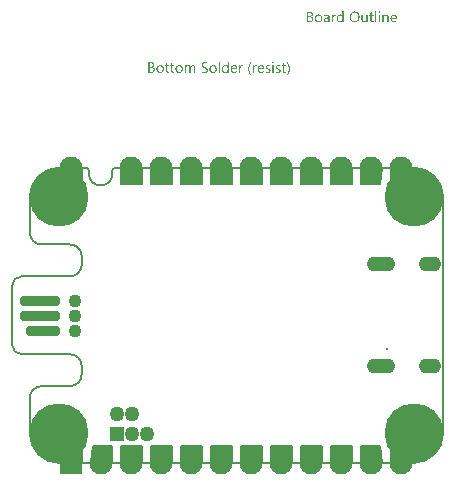
<source format=gbs>
G04*
G04 #@! TF.GenerationSoftware,Altium Limited,Altium Designer,22.10.1 (41)*
G04*
G04 Layer_Color=16711935*
%FSAX26Y26*%
%MOIN*%
G70*
G04*
G04 #@! TF.SameCoordinates,707F0866-B51C-4875-9159-03E13B4690FC*
G04*
G04*
G04 #@! TF.FilePolarity,Negative*
G04*
G01*
G75*
%ADD11C,0.007874*%
%ADD18C,0.005118*%
%ADD50C,0.003937*%
%ADD82C,0.076772*%
%ADD83C,0.005906*%
G04:AMPARAMS|DCode=84|XSize=5.906mil|YSize=5.906mil|CornerRadius=0mil|HoleSize=0mil|Usage=FLASHONLY|Rotation=90.000|XOffset=0mil|YOffset=0mil|HoleType=Round|Shape=RoundedRectangle|*
%AMROUNDEDRECTD84*
21,1,0.005906,0.005906,0,0,90.0*
21,1,0.005906,0.005906,0,0,90.0*
1,1,0.000000,0.002953,0.002953*
1,1,0.000000,0.002953,-0.002953*
1,1,0.000000,-0.002953,-0.002953*
1,1,0.000000,-0.002953,0.002953*
%
%ADD84ROUNDEDRECTD84*%
G04:AMPARAMS|DCode=85|XSize=49.213mil|YSize=92.52mil|CornerRadius=22.441mil|HoleSize=0mil|Usage=FLASHONLY|Rotation=90.000|XOffset=0mil|YOffset=0mil|HoleType=Round|Shape=RoundedRectangle|*
%AMROUNDEDRECTD85*
21,1,0.049213,0.047638,0,0,90.0*
21,1,0.004331,0.092520,0,0,90.0*
1,1,0.044882,0.023819,0.002165*
1,1,0.044882,0.023819,-0.002165*
1,1,0.044882,-0.023819,-0.002165*
1,1,0.044882,-0.023819,0.002165*
%
%ADD85ROUNDEDRECTD85*%
G04:AMPARAMS|DCode=86|XSize=49.213mil|YSize=72.835mil|CornerRadius=22.441mil|HoleSize=0mil|Usage=FLASHONLY|Rotation=90.000|XOffset=0mil|YOffset=0mil|HoleType=Round|Shape=RoundedRectangle|*
%AMROUNDEDRECTD86*
21,1,0.049213,0.027953,0,0,90.0*
21,1,0.004331,0.072835,0,0,90.0*
1,1,0.044882,0.013976,0.002165*
1,1,0.044882,0.013976,-0.002165*
1,1,0.044882,-0.013976,-0.002165*
1,1,0.044882,-0.013976,0.002165*
%
%ADD86ROUNDEDRECTD86*%
%ADD87R,0.076772X0.076772*%
%ADD88C,0.043307*%
%ADD89C,0.196850*%
%ADD90C,0.049606*%
%ADD91R,0.049606X0.049606*%
G04:AMPARAMS|DCode=107|XSize=35.433mil|YSize=133.858mil|CornerRadius=13.819mil|HoleSize=0mil|Usage=FLASHONLY|Rotation=90.000|XOffset=0mil|YOffset=0mil|HoleType=Round|Shape=RoundedRectangle|*
%AMROUNDEDRECTD107*
21,1,0.035433,0.106221,0,0,90.0*
21,1,0.007795,0.133858,0,0,90.0*
1,1,0.027638,0.053110,0.003898*
1,1,0.027638,0.053110,-0.003898*
1,1,0.027638,-0.053110,-0.003898*
1,1,0.027638,-0.053110,0.003898*
%
%ADD107ROUNDEDRECTD107*%
G04:AMPARAMS|DCode=108|XSize=35.433mil|YSize=114.173mil|CornerRadius=13.819mil|HoleSize=0mil|Usage=FLASHONLY|Rotation=90.000|XOffset=0mil|YOffset=0mil|HoleType=Round|Shape=RoundedRectangle|*
%AMROUNDEDRECTD108*
21,1,0.035433,0.086535,0,0,90.0*
21,1,0.007795,0.114173,0,0,90.0*
1,1,0.027638,0.043268,0.003898*
1,1,0.027638,0.043268,-0.003898*
1,1,0.027638,-0.043268,-0.003898*
1,1,0.027638,-0.043268,0.003898*
%
%ADD108ROUNDEDRECTD108*%
G36*
X00476936Y01013612D02*
X00477214Y01013550D01*
X00477493Y01013457D01*
X00477802Y01013303D01*
X00478111Y01013117D01*
X00478420Y01012870D01*
X00478450Y01012839D01*
X00478543Y01012747D01*
X00478667Y01012592D01*
X00478821Y01012376D01*
X00478945Y01012098D01*
X00479068Y01011789D01*
X00479161Y01011418D01*
X00479192Y01011016D01*
X00479192Y01010954D01*
X00479192Y01010831D01*
X00479161Y01010645D01*
X00479099Y01010367D01*
X00479007Y01010089D01*
X00478852Y01009780D01*
X00478667Y01009471D01*
X00478420Y01009162D01*
X00478389Y01009131D01*
X00478296Y01009039D01*
X00478111Y01008915D01*
X00477894Y01008791D01*
X00477616Y01008668D01*
X00477307Y01008544D01*
X00476967Y01008452D01*
X00476566Y01008421D01*
X00476380Y01008421D01*
X00476195Y01008452D01*
X00475917Y01008513D01*
X00475639Y01008606D01*
X00475330Y01008730D01*
X00475021Y01008884D01*
X00474712Y01009131D01*
X00474681Y01009162D01*
X00474588Y01009255D01*
X00474464Y01009440D01*
X00474341Y01009657D01*
X00474217Y01009904D01*
X00474094Y01010244D01*
X00474001Y01010615D01*
X00473970Y01011016D01*
X00473970Y01011078D01*
X00473970Y01011202D01*
X00474001Y01011418D01*
X00474063Y01011665D01*
X00474155Y01011974D01*
X00474279Y01012283D01*
X00474464Y01012592D01*
X00474712Y01012870D01*
X00474743Y01012901D01*
X00474835Y01012994D01*
X00475021Y01013117D01*
X00475237Y01013272D01*
X00475515Y01013395D01*
X00475824Y01013519D01*
X00476164Y01013612D01*
X00476566Y01013643D01*
X00476751Y01013643D01*
X00476936Y01013612D01*
X00476936Y01013612D02*
G37*
G36*
X00357261Y00976964D02*
X00353244Y00976964D01*
X00353244Y00981198D01*
X00353151Y00981198D01*
X00353120Y00981136D01*
X00353027Y00980981D01*
X00352842Y00980765D01*
X00352626Y00980456D01*
X00352317Y00980085D01*
X00351977Y00979684D01*
X00351544Y00979251D01*
X00351019Y00978788D01*
X00350463Y00978324D01*
X00349814Y00977891D01*
X00349103Y00977490D01*
X00348331Y00977119D01*
X00347496Y00976810D01*
X00346569Y00976594D01*
X00345580Y00976439D01*
X00344530Y00976377D01*
X00344314Y00976377D01*
X00344066Y00976408D01*
X00343757Y00976439D01*
X00343356Y00976470D01*
X00342892Y00976563D01*
X00342367Y00976655D01*
X00341811Y00976810D01*
X00341224Y00976964D01*
X00340606Y00977212D01*
X00339988Y00977459D01*
X00339339Y00977799D01*
X00338721Y00978169D01*
X00338103Y00978633D01*
X00337516Y00979158D01*
X00336959Y00979745D01*
X00336928Y00979776D01*
X00336836Y00979900D01*
X00336712Y00980085D01*
X00336527Y00980363D01*
X00336310Y00980703D01*
X00336063Y00981105D01*
X00335816Y00981599D01*
X00335569Y00982156D01*
X00335291Y00982774D01*
X00335044Y00983453D01*
X00334796Y00984226D01*
X00334580Y00985029D01*
X00334395Y00985894D01*
X00334271Y00986852D01*
X00334178Y00987841D01*
X00334147Y00988892D01*
X00334147Y00988923D01*
X00334147Y00988954D01*
X00334147Y00989046D01*
X00334147Y00989170D01*
X00334178Y00989479D01*
X00334209Y00989912D01*
X00334240Y00990468D01*
X00334302Y00991055D01*
X00334395Y00991735D01*
X00334549Y00992476D01*
X00334704Y00993249D01*
X00334920Y00994083D01*
X00335167Y00994886D01*
X00335476Y00995752D01*
X00335816Y00996555D01*
X00336249Y00997358D01*
X00336712Y00998131D01*
X00337268Y00998872D01*
X00337299Y00998903D01*
X00337423Y00999027D01*
X00337608Y00999212D01*
X00337856Y00999460D01*
X00338164Y00999738D01*
X00338535Y01000078D01*
X00338999Y01000418D01*
X00339493Y01000757D01*
X00340080Y01001097D01*
X00340698Y01001437D01*
X00341378Y01001777D01*
X00342120Y01002055D01*
X00342923Y01002302D01*
X00343788Y01002488D01*
X00344684Y01002611D01*
X00345642Y01002642D01*
X00345859Y01002642D01*
X00346137Y01002611D01*
X00346477Y01002581D01*
X00346909Y01002519D01*
X00347404Y01002426D01*
X00347929Y01002302D01*
X00348516Y01002148D01*
X00349134Y01001932D01*
X00349752Y01001654D01*
X00350370Y01001314D01*
X00350988Y01000912D01*
X00351575Y01000448D01*
X00352162Y00999923D01*
X00352688Y00999274D01*
X00353151Y00998563D01*
X00353244Y00998563D01*
X00353244Y01014106D01*
X00357261Y01014106D01*
X00357261Y00976964D01*
X00357261Y00976964D02*
G37*
G36*
X00499401Y01002611D02*
X00499679Y01002611D01*
X00500019Y01002550D01*
X00500420Y01002488D01*
X00500853Y01002426D01*
X00501317Y01002302D01*
X00501811Y01002179D01*
X00502336Y01001993D01*
X00502861Y01001777D01*
X00503387Y01001499D01*
X00503881Y01001190D01*
X00504376Y01000850D01*
X00504839Y01000418D01*
X00505272Y00999954D01*
X00505303Y00999923D01*
X00505364Y00999830D01*
X00505488Y00999676D01*
X00505612Y00999460D01*
X00505766Y00999182D01*
X00505952Y00998842D01*
X00506168Y00998440D01*
X00506384Y00998007D01*
X00506570Y00997482D01*
X00506786Y00996926D01*
X00506971Y00996277D01*
X00507126Y00995597D01*
X00507249Y00994856D01*
X00507373Y00994052D01*
X00507435Y00993218D01*
X00507466Y00992291D01*
X00507466Y00976964D01*
X00503449Y00976964D01*
X00503449Y00991271D01*
X00503449Y00991302D01*
X00503449Y00991364D01*
X00503449Y00991457D01*
X00503449Y00991611D01*
X00503418Y00991796D01*
X00503418Y00992013D01*
X00503356Y00992507D01*
X00503263Y00993125D01*
X00503140Y00993805D01*
X00502954Y00994516D01*
X00502707Y00995257D01*
X00502398Y00995999D01*
X00502027Y00996710D01*
X00501564Y00997389D01*
X00500977Y00998007D01*
X00500328Y00998502D01*
X00499957Y00998718D01*
X00499524Y00998903D01*
X00499092Y00999058D01*
X00498628Y00999151D01*
X00498134Y00999212D01*
X00497608Y00999243D01*
X00497330Y00999243D01*
X00497114Y00999212D01*
X00496867Y00999182D01*
X00496558Y00999120D01*
X00496218Y00999058D01*
X00495878Y00998965D01*
X00495476Y00998842D01*
X00495075Y00998687D01*
X00494673Y00998502D01*
X00494240Y00998285D01*
X00493839Y00998007D01*
X00493406Y00997698D01*
X00493004Y00997358D01*
X00492634Y00996957D01*
X00492603Y00996926D01*
X00492541Y00996864D01*
X00492448Y00996740D01*
X00492325Y00996555D01*
X00492170Y00996339D01*
X00492016Y00996061D01*
X00491830Y00995752D01*
X00491645Y00995412D01*
X00491459Y00995010D01*
X00491274Y00994577D01*
X00491120Y00994114D01*
X00490965Y00993620D01*
X00490841Y00993063D01*
X00490749Y00992507D01*
X00490687Y00991889D01*
X00490656Y00991271D01*
X00490656Y00976964D01*
X00486639Y00976964D01*
X00486639Y01002055D01*
X00490656Y01002055D01*
X00490656Y00997884D01*
X00490749Y00997884D01*
X00490780Y00997946D01*
X00490872Y00998100D01*
X00491058Y00998316D01*
X00491274Y00998625D01*
X00491583Y00998996D01*
X00491923Y00999398D01*
X00492356Y00999830D01*
X00492850Y01000263D01*
X00493406Y01000696D01*
X00494024Y01001128D01*
X00494704Y01001530D01*
X00495415Y01001901D01*
X00496218Y01002210D01*
X00497083Y01002426D01*
X00498010Y01002581D01*
X00498999Y01002642D01*
X00499184Y01002642D01*
X00499401Y01002611D01*
X00499401Y01002611D02*
G37*
G36*
X00329636Y01002457D02*
X00329976Y01002457D01*
X00330347Y01002395D01*
X00330748Y01002333D01*
X00331150Y01002271D01*
X00331490Y01002148D01*
X00331490Y00997976D01*
X00331428Y00998007D01*
X00331305Y00998100D01*
X00331058Y00998224D01*
X00330718Y00998378D01*
X00330254Y00998533D01*
X00329760Y00998656D01*
X00329142Y00998749D01*
X00328431Y00998780D01*
X00328184Y00998780D01*
X00327998Y00998749D01*
X00327782Y00998718D01*
X00327535Y00998656D01*
X00326948Y00998471D01*
X00326608Y00998347D01*
X00326268Y00998193D01*
X00325897Y00997976D01*
X00325526Y00997760D01*
X00325187Y00997482D01*
X00324816Y00997142D01*
X00324476Y00996771D01*
X00324136Y00996339D01*
X00324105Y00996308D01*
X00324074Y00996215D01*
X00323981Y00996091D01*
X00323858Y00995906D01*
X00323734Y00995659D01*
X00323580Y00995350D01*
X00323425Y00995010D01*
X00323271Y00994608D01*
X00323116Y00994176D01*
X00322962Y00993681D01*
X00322807Y00993125D01*
X00322684Y00992538D01*
X00322560Y00991889D01*
X00322467Y00991209D01*
X00322436Y00990499D01*
X00322406Y00989726D01*
X00322406Y00976964D01*
X00318389Y00976964D01*
X00318389Y01002055D01*
X00322406Y01002055D01*
X00322406Y00996864D01*
X00322498Y00996864D01*
X00322498Y00996895D01*
X00322529Y00996988D01*
X00322591Y00997111D01*
X00322653Y00997297D01*
X00322745Y00997513D01*
X00322869Y00997791D01*
X00323147Y00998378D01*
X00323518Y00999058D01*
X00323981Y00999738D01*
X00324507Y01000387D01*
X00325125Y01001005D01*
X00325156Y01001035D01*
X00325217Y01001066D01*
X00325310Y01001128D01*
X00325434Y01001252D01*
X00325588Y01001345D01*
X00325805Y01001468D01*
X00326268Y01001746D01*
X00326855Y01002024D01*
X00327535Y01002271D01*
X00328276Y01002426D01*
X00328678Y01002457D01*
X00329080Y01002488D01*
X00329327Y01002488D01*
X00329636Y01002457D01*
X00329636Y01002457D02*
G37*
G36*
X00437261Y00976964D02*
X00433244Y00976964D01*
X00433244Y00980920D01*
X00433151Y00980920D01*
X00433120Y00980858D01*
X00433027Y00980734D01*
X00432873Y00980487D01*
X00432688Y00980209D01*
X00432409Y00979869D01*
X00432070Y00979498D01*
X00431699Y00979066D01*
X00431235Y00978664D01*
X00430741Y00978231D01*
X00430154Y00977830D01*
X00429536Y00977428D01*
X00428825Y00977088D01*
X00428053Y00976810D01*
X00427249Y00976563D01*
X00426353Y00976439D01*
X00425395Y00976377D01*
X00425179Y00976377D01*
X00425024Y00976408D01*
X00424808Y00976408D01*
X00424561Y00976439D01*
X00424283Y00976501D01*
X00424005Y00976532D01*
X00423325Y00976717D01*
X00422552Y00976933D01*
X00421749Y00977273D01*
X00421347Y00977490D01*
X00420915Y00977706D01*
X00420482Y00977984D01*
X00420080Y00978262D01*
X00419679Y00978602D01*
X00419277Y00978973D01*
X00418875Y00979405D01*
X00418505Y00979838D01*
X00418165Y00980332D01*
X00417825Y00980889D01*
X00417547Y00981476D01*
X00417269Y00982094D01*
X00417021Y00982774D01*
X00416805Y00983515D01*
X00416651Y00984319D01*
X00416527Y00985153D01*
X00416465Y00986080D01*
X00416434Y00987038D01*
X00416434Y01002055D01*
X00420420Y01002055D01*
X00420420Y00987687D01*
X00420420Y00987656D01*
X00420420Y00987594D01*
X00420420Y00987501D01*
X00420420Y00987347D01*
X00420451Y00987161D01*
X00420451Y00986945D01*
X00420513Y00986451D01*
X00420606Y00985833D01*
X00420729Y00985184D01*
X00420946Y00984442D01*
X00421193Y00983731D01*
X00421502Y00982990D01*
X00421904Y00982248D01*
X00422398Y00981599D01*
X00422985Y00980981D01*
X00423696Y00980487D01*
X00424067Y00980271D01*
X00424499Y00980085D01*
X00424963Y00979931D01*
X00425426Y00979838D01*
X00425951Y00979776D01*
X00426508Y00979745D01*
X00426786Y00979745D01*
X00427002Y00979776D01*
X00427249Y00979807D01*
X00427527Y00979869D01*
X00427867Y00979931D01*
X00428207Y00980024D01*
X00428578Y00980116D01*
X00428980Y00980271D01*
X00429381Y00980456D01*
X00429783Y00980672D01*
X00430185Y00980920D01*
X00430586Y00981198D01*
X00430957Y00981538D01*
X00431328Y00981908D01*
X00431359Y00981939D01*
X00431421Y00982001D01*
X00431513Y00982125D01*
X00431637Y00982310D01*
X00431761Y00982526D01*
X00431946Y00982774D01*
X00432101Y00983083D01*
X00432286Y00983423D01*
X00432471Y00983824D01*
X00432626Y00984257D01*
X00432811Y00984720D01*
X00432935Y00985215D01*
X00433058Y00985771D01*
X00433151Y00986327D01*
X00433213Y00986945D01*
X00433244Y00987594D01*
X00433244Y01002055D01*
X00437261Y01002055D01*
X00437261Y00976964D01*
X00437261Y00976964D02*
G37*
G36*
X00478512Y00976964D02*
X00474495Y00976964D01*
X00474495Y01002055D01*
X00478512Y01002055D01*
X00478512Y00976964D01*
X00478512Y00976964D02*
G37*
G36*
X00466369Y00976964D02*
X00462352Y00976964D01*
X00462352Y01014106D01*
X00466369Y01014106D01*
X00466369Y00976964D01*
X00466369Y00976964D02*
G37*
G36*
X00302351Y01002611D02*
X00302568Y01002611D01*
X00302784Y01002581D01*
X00303062Y01002550D01*
X00303371Y01002488D01*
X00304020Y01002364D01*
X00304793Y01002148D01*
X00305565Y01001870D01*
X00306399Y01001468D01*
X00307234Y01000974D01*
X00307635Y01000696D01*
X00308037Y01000356D01*
X00308408Y00999985D01*
X00308779Y00999614D01*
X00309118Y00999182D01*
X00309428Y00998687D01*
X00309736Y00998193D01*
X00310015Y00997636D01*
X00310231Y00997019D01*
X00310447Y00996370D01*
X00310602Y00995690D01*
X00310725Y00994917D01*
X00310787Y00994145D01*
X00310818Y00993280D01*
X00310818Y00976964D01*
X00306801Y00976964D01*
X00306801Y00980858D01*
X00306708Y00980858D01*
X00306677Y00980796D01*
X00306585Y00980672D01*
X00306430Y00980456D01*
X00306214Y00980147D01*
X00305936Y00979807D01*
X00305596Y00979436D01*
X00305225Y00979035D01*
X00304762Y00978633D01*
X00304236Y00978200D01*
X00303680Y00977799D01*
X00303031Y00977428D01*
X00302351Y00977088D01*
X00301579Y00976779D01*
X00300776Y00976563D01*
X00299910Y00976439D01*
X00298983Y00976377D01*
X00298613Y00976377D01*
X00298365Y00976408D01*
X00298056Y00976439D01*
X00297685Y00976470D01*
X00297284Y00976532D01*
X00296851Y00976625D01*
X00295893Y00976872D01*
X00295430Y00977026D01*
X00294935Y00977212D01*
X00294441Y00977428D01*
X00293978Y00977706D01*
X00293545Y00978015D01*
X00293112Y00978355D01*
X00293081Y00978386D01*
X00293020Y00978448D01*
X00292927Y00978571D01*
X00292772Y00978726D01*
X00292618Y00978911D01*
X00292463Y00979158D01*
X00292247Y00979436D01*
X00292062Y00979745D01*
X00291876Y00980116D01*
X00291691Y00980518D01*
X00291505Y00980951D01*
X00291351Y00981414D01*
X00291197Y00981908D01*
X00291104Y00982434D01*
X00291042Y00983021D01*
X00291011Y00983608D01*
X00291011Y00983639D01*
X00291011Y00983701D01*
X00291011Y00983793D01*
X00291042Y00983917D01*
X00291042Y00984071D01*
X00291073Y00984257D01*
X00291135Y00984720D01*
X00291258Y00985277D01*
X00291444Y00985894D01*
X00291691Y00986574D01*
X00292062Y00987285D01*
X00292494Y00987996D01*
X00293020Y00988706D01*
X00293360Y00989046D01*
X00293699Y00989386D01*
X00294101Y00989726D01*
X00294503Y00990035D01*
X00294966Y00990344D01*
X00295461Y00990622D01*
X00295986Y00990869D01*
X00296573Y00991117D01*
X00297191Y00991333D01*
X00297840Y00991518D01*
X00298551Y00991673D01*
X00299292Y00991796D01*
X00306801Y00992847D01*
X00306801Y00992878D01*
X00306801Y00992909D01*
X00306801Y00993001D01*
X00306801Y00993125D01*
X00306770Y00993434D01*
X00306708Y00993836D01*
X00306647Y00994330D01*
X00306523Y00994886D01*
X00306368Y00995443D01*
X00306152Y00996061D01*
X00305874Y00996648D01*
X00305534Y00997235D01*
X00305132Y00997760D01*
X00304638Y00998255D01*
X00304020Y00998656D01*
X00303340Y00998965D01*
X00302969Y00999089D01*
X00302537Y00999182D01*
X00302104Y00999212D01*
X00301641Y00999243D01*
X00301424Y00999243D01*
X00301208Y00999212D01*
X00300868Y00999182D01*
X00300466Y00999151D01*
X00300003Y00999089D01*
X00299478Y00998996D01*
X00298921Y00998872D01*
X00298303Y00998687D01*
X00297655Y00998502D01*
X00296975Y00998255D01*
X00296264Y00997946D01*
X00295553Y00997575D01*
X00294843Y00997173D01*
X00294132Y00996710D01*
X00293452Y00996153D01*
X00293452Y01000263D01*
X00293483Y01000294D01*
X00293607Y01000356D01*
X00293823Y01000479D01*
X00294101Y01000634D01*
X00294472Y01000819D01*
X00294874Y01001005D01*
X00295368Y01001221D01*
X00295924Y01001468D01*
X00296511Y01001684D01*
X00297160Y01001901D01*
X00297871Y01002086D01*
X00298613Y01002271D01*
X00299416Y01002426D01*
X00300219Y01002550D01*
X00301084Y01002611D01*
X00301981Y01002642D01*
X00302197Y01002642D01*
X00302351Y01002611D01*
X00302351Y01002611D02*
G37*
G36*
X00245990Y01012067D02*
X00246361Y01012036D01*
X00246793Y01011974D01*
X00247288Y01011912D01*
X00247844Y01011820D01*
X00248400Y01011696D01*
X00248987Y01011542D01*
X00249605Y01011356D01*
X00250192Y01011140D01*
X00250810Y01010893D01*
X00251366Y01010584D01*
X00251923Y01010244D01*
X00252448Y01009842D01*
X00252479Y01009811D01*
X00252571Y01009749D01*
X00252695Y01009626D01*
X00252850Y01009440D01*
X00253066Y01009224D01*
X00253282Y01008946D01*
X00253529Y01008637D01*
X00253777Y01008297D01*
X00254024Y01007895D01*
X00254271Y01007463D01*
X00254487Y01006968D01*
X00254704Y01006474D01*
X00254858Y01005918D01*
X00254982Y01005331D01*
X00255074Y01004713D01*
X00255105Y01004064D01*
X00255105Y01004033D01*
X00255105Y01003940D01*
X00255105Y01003786D01*
X00255074Y01003569D01*
X00255043Y01003291D01*
X00255013Y01003013D01*
X00254982Y01002673D01*
X00254920Y01002302D01*
X00254704Y01001468D01*
X00254425Y01000603D01*
X00254240Y01000139D01*
X00254024Y00999707D01*
X00253777Y00999274D01*
X00253499Y00998842D01*
X00253468Y00998811D01*
X00253437Y00998749D01*
X00253344Y00998625D01*
X00253190Y00998471D01*
X00253035Y00998316D01*
X00252850Y00998100D01*
X00252602Y00997884D01*
X00252355Y00997636D01*
X00252046Y00997389D01*
X00251706Y00997111D01*
X00251335Y00996864D01*
X00250934Y00996586D01*
X00250501Y00996339D01*
X00250069Y00996122D01*
X00249049Y00995721D01*
X00249049Y00995628D01*
X00249080Y00995628D01*
X00249203Y00995597D01*
X00249389Y00995566D01*
X00249636Y00995535D01*
X00249945Y00995473D01*
X00250285Y00995381D01*
X00250687Y00995257D01*
X00251088Y00995134D01*
X00251984Y00994794D01*
X00252479Y00994577D01*
X00252942Y00994299D01*
X00253406Y00994021D01*
X00253869Y00993712D01*
X00254333Y00993341D01*
X00254734Y00992940D01*
X00254765Y00992909D01*
X00254827Y00992847D01*
X00254920Y00992723D01*
X00255074Y00992538D01*
X00255229Y00992291D01*
X00255414Y00992044D01*
X00255600Y00991704D01*
X00255816Y00991364D01*
X00256001Y00990962D01*
X00256187Y00990499D01*
X00256372Y00990035D01*
X00256527Y00989510D01*
X00256681Y00988923D01*
X00256774Y00988336D01*
X00256836Y00987718D01*
X00256867Y00987038D01*
X00256867Y00986976D01*
X00256867Y00986852D01*
X00256836Y00986605D01*
X00256805Y00986296D01*
X00256774Y00985894D01*
X00256681Y00985462D01*
X00256589Y00984967D01*
X00256465Y00984442D01*
X00256279Y00983855D01*
X00256063Y00983268D01*
X00255816Y00982681D01*
X00255507Y00982063D01*
X00255136Y00981445D01*
X00254704Y00980858D01*
X00254209Y00980302D01*
X00253622Y00979745D01*
X00253591Y00979715D01*
X00253468Y00979622D01*
X00253282Y00979498D01*
X00253035Y00979313D01*
X00252726Y00979096D01*
X00252324Y00978880D01*
X00251892Y00978602D01*
X00251397Y00978355D01*
X00250810Y00978108D01*
X00250192Y00977861D01*
X00249543Y00977613D01*
X00248802Y00977397D01*
X00248029Y00977212D01*
X00247226Y00977088D01*
X00246361Y00976995D01*
X00245464Y00976964D01*
X00235237Y00976964D01*
X00235237Y01012098D01*
X00245650Y01012098D01*
X00245990Y01012067D01*
X00245990Y01012067D02*
G37*
G36*
X00450671Y01002055D02*
X00457006Y01002055D01*
X00457006Y00998594D01*
X00450671Y00998594D01*
X00450671Y00984473D01*
X00450671Y00984442D01*
X00450671Y00984350D01*
X00450671Y00984226D01*
X00450671Y00984071D01*
X00450702Y00983855D01*
X00450733Y00983608D01*
X00450795Y00983083D01*
X00450888Y00982465D01*
X00451042Y00981878D01*
X00451259Y00981321D01*
X00451382Y00981074D01*
X00451537Y00980858D01*
X00451567Y00980827D01*
X00451691Y00980703D01*
X00451907Y00980518D01*
X00452216Y00980332D01*
X00452618Y00980116D01*
X00453113Y00979962D01*
X00453700Y00979838D01*
X00454379Y00979776D01*
X00454627Y00979776D01*
X00454905Y00979807D01*
X00455276Y00979869D01*
X00455677Y00979993D01*
X00456141Y00980116D01*
X00456573Y00980332D01*
X00457006Y00980611D01*
X00457006Y00977181D01*
X00456975Y00977181D01*
X00456944Y00977150D01*
X00456851Y00977119D01*
X00456759Y00977057D01*
X00456419Y00976933D01*
X00456017Y00976810D01*
X00455461Y00976686D01*
X00454812Y00976563D01*
X00454070Y00976470D01*
X00453236Y00976439D01*
X00452958Y00976439D01*
X00452618Y00976501D01*
X00452216Y00976563D01*
X00451722Y00976655D01*
X00451166Y00976841D01*
X00450548Y00977057D01*
X00449961Y00977366D01*
X00449343Y00977737D01*
X00448725Y00978231D01*
X00448168Y00978818D01*
X00447921Y00979158D01*
X00447674Y00979529D01*
X00447458Y00979931D01*
X00447272Y00980363D01*
X00447087Y00980827D01*
X00446933Y00981352D01*
X00446809Y00981878D01*
X00446716Y00982465D01*
X00446685Y00983083D01*
X00446654Y00983762D01*
X00446654Y00998594D01*
X00442359Y00998594D01*
X00442359Y01002055D01*
X00446654Y01002055D01*
X00446654Y01008173D01*
X00450671Y01009471D01*
X00450671Y01002055D01*
X00450671Y01002055D02*
G37*
G36*
X00525357Y01002611D02*
X00525697Y01002581D01*
X00526129Y01002550D01*
X00526593Y01002488D01*
X00527118Y01002364D01*
X00527674Y01002241D01*
X00528292Y01002086D01*
X00528910Y01001870D01*
X00529528Y01001592D01*
X00530177Y01001283D01*
X00530795Y01000912D01*
X00531382Y01000479D01*
X00531969Y00999985D01*
X00532495Y00999429D01*
X00532525Y00999398D01*
X00532618Y00999274D01*
X00532742Y00999089D01*
X00532927Y00998842D01*
X00533113Y00998533D01*
X00533360Y00998131D01*
X00533607Y00997667D01*
X00533854Y00997142D01*
X00534101Y00996524D01*
X00534349Y00995875D01*
X00534596Y00995134D01*
X00534781Y00994361D01*
X00534967Y00993496D01*
X00535090Y00992600D01*
X00535183Y00991611D01*
X00535214Y00990591D01*
X00535214Y00988490D01*
X00517477Y00988490D01*
X00517477Y00988428D01*
X00517477Y00988305D01*
X00517508Y00988088D01*
X00517539Y00987810D01*
X00517570Y00987439D01*
X00517632Y00987038D01*
X00517693Y00986605D01*
X00517817Y00986111D01*
X00518095Y00985060D01*
X00518281Y00984535D01*
X00518497Y00983979D01*
X00518744Y00983453D01*
X00519022Y00982928D01*
X00519362Y00982465D01*
X00519733Y00982001D01*
X00519764Y00981970D01*
X00519826Y00981908D01*
X00519949Y00981785D01*
X00520135Y00981661D01*
X00520351Y00981476D01*
X00520629Y00981290D01*
X00520938Y00981074D01*
X00521278Y00980889D01*
X00521680Y00980672D01*
X00522143Y00980456D01*
X00522607Y00980271D01*
X00523163Y00980085D01*
X00523719Y00979962D01*
X00524337Y00979838D01*
X00524986Y00979776D01*
X00525666Y00979745D01*
X00525851Y00979745D01*
X00526067Y00979776D01*
X00526376Y00979776D01*
X00526747Y00979838D01*
X00527180Y00979900D01*
X00527674Y00979993D01*
X00528230Y00980085D01*
X00528817Y00980240D01*
X00529436Y00980425D01*
X00530084Y00980641D01*
X00530733Y00980920D01*
X00531413Y00981229D01*
X00532093Y00981599D01*
X00532773Y00982032D01*
X00533452Y00982526D01*
X00533452Y00978757D01*
X00533422Y00978726D01*
X00533298Y00978664D01*
X00533113Y00978540D01*
X00532865Y00978386D01*
X00532525Y00978200D01*
X00532124Y00978015D01*
X00531660Y00977799D01*
X00531135Y00977582D01*
X00530517Y00977335D01*
X00529868Y00977119D01*
X00529157Y00976933D01*
X00528385Y00976748D01*
X00527551Y00976594D01*
X00526654Y00976470D01*
X00525697Y00976408D01*
X00524708Y00976377D01*
X00524461Y00976377D01*
X00524213Y00976408D01*
X00523843Y00976439D01*
X00523379Y00976470D01*
X00522854Y00976563D01*
X00522298Y00976655D01*
X00521680Y00976810D01*
X00521031Y00976995D01*
X00520351Y00977212D01*
X00519640Y00977490D01*
X00518960Y00977799D01*
X00518250Y00978200D01*
X00517601Y00978664D01*
X00516952Y00979189D01*
X00516365Y00979776D01*
X00516334Y00979807D01*
X00516241Y00979931D01*
X00516087Y00980147D01*
X00515901Y00980425D01*
X00515654Y00980765D01*
X00515407Y00981198D01*
X00515129Y00981692D01*
X00514851Y00982279D01*
X00514573Y00982897D01*
X00514294Y00983639D01*
X00514047Y00984411D01*
X00513800Y00985277D01*
X00513615Y00986203D01*
X00513460Y00987192D01*
X00513367Y00988274D01*
X00513337Y00989386D01*
X00513337Y00989417D01*
X00513337Y00989448D01*
X00513337Y00989541D01*
X00513337Y00989633D01*
X00513367Y00989942D01*
X00513398Y00990375D01*
X00513429Y00990869D01*
X00513522Y00991426D01*
X00513615Y00992074D01*
X00513738Y00992785D01*
X00513924Y00993527D01*
X00514140Y00994299D01*
X00514418Y00995103D01*
X00514727Y00995906D01*
X00515098Y00996679D01*
X00515561Y00997482D01*
X00516056Y00998224D01*
X00516643Y00998934D01*
X00516674Y00998965D01*
X00516797Y00999089D01*
X00516983Y00999274D01*
X00517230Y00999521D01*
X00517570Y00999799D01*
X00517972Y01000109D01*
X00518404Y01000448D01*
X00518929Y01000788D01*
X00519486Y01001128D01*
X00520135Y01001468D01*
X00520814Y01001777D01*
X00521525Y01002055D01*
X00522298Y01002302D01*
X00523132Y01002488D01*
X00523997Y01002611D01*
X00524893Y01002642D01*
X00525110Y01002642D01*
X00525357Y01002611D01*
X00525357Y01002611D02*
G37*
G36*
X00394928Y01012654D02*
X00395144Y01012654D01*
X00395360Y01012623D01*
X00395639Y01012623D01*
X00396257Y01012530D01*
X00396967Y01012438D01*
X00397771Y01012283D01*
X00398636Y01012067D01*
X00399532Y01011820D01*
X00400490Y01011480D01*
X00401448Y01011078D01*
X00402437Y01010615D01*
X00403425Y01010058D01*
X00404352Y01009409D01*
X00405279Y01008637D01*
X00406144Y01007772D01*
X00406206Y01007710D01*
X00406330Y01007555D01*
X00406546Y01007277D01*
X00406855Y01006876D01*
X00407164Y01006381D01*
X00407566Y01005794D01*
X00407968Y01005114D01*
X00408369Y01004342D01*
X00408771Y01003446D01*
X00409173Y01002488D01*
X00409574Y01001437D01*
X00409914Y01000294D01*
X00410192Y00999058D01*
X00410409Y00997760D01*
X00410532Y00996400D01*
X00410594Y00994948D01*
X00410594Y00994917D01*
X00410594Y00994856D01*
X00410594Y00994732D01*
X00410594Y00994577D01*
X00410563Y00994361D01*
X00410563Y00994114D01*
X00410532Y00993836D01*
X00410532Y00993527D01*
X00410501Y00993187D01*
X00410471Y00992816D01*
X00410347Y00991982D01*
X00410223Y00991024D01*
X00410038Y00990035D01*
X00409791Y00988954D01*
X00409482Y00987841D01*
X00409111Y00986729D01*
X00408678Y00985586D01*
X00408153Y00984473D01*
X00407535Y00983361D01*
X00406824Y00982341D01*
X00406021Y00981352D01*
X00405959Y00981290D01*
X00405805Y00981136D01*
X00405557Y00980889D01*
X00405187Y00980580D01*
X00404723Y00980209D01*
X00404167Y00979776D01*
X00403549Y00979344D01*
X00402807Y00978880D01*
X00401973Y00978417D01*
X00401046Y00977953D01*
X00400057Y00977521D01*
X00398976Y00977150D01*
X00397801Y00976841D01*
X00396565Y00976594D01*
X00395237Y00976439D01*
X00393846Y00976377D01*
X00393506Y00976377D01*
X00393352Y00976408D01*
X00393136Y00976408D01*
X00392888Y00976439D01*
X00392610Y00976470D01*
X00391961Y00976532D01*
X00391251Y00976625D01*
X00390416Y00976779D01*
X00389551Y00976995D01*
X00388593Y00977242D01*
X00387635Y00977582D01*
X00386647Y00977984D01*
X00385627Y00978448D01*
X00384638Y00979004D01*
X00383680Y00979684D01*
X00382722Y00980425D01*
X00381857Y00981290D01*
X00381795Y00981352D01*
X00381672Y00981507D01*
X00381455Y00981785D01*
X00381146Y00982187D01*
X00380807Y00982681D01*
X00380436Y00983268D01*
X00380034Y00983948D01*
X00379632Y00984751D01*
X00379200Y00985616D01*
X00378798Y00986574D01*
X00378427Y00987625D01*
X00378087Y00988768D01*
X00377778Y00990004D01*
X00377562Y00991302D01*
X00377438Y00992662D01*
X00377377Y00994114D01*
X00377377Y00994145D01*
X00377377Y00994207D01*
X00377377Y00994330D01*
X00377377Y00994485D01*
X00377408Y00994701D01*
X00377408Y00994917D01*
X00377438Y00995195D01*
X00377438Y00995504D01*
X00377469Y00995844D01*
X00377531Y00996246D01*
X00377624Y00997049D01*
X00377747Y00997976D01*
X00377964Y00998965D01*
X00378180Y01000047D01*
X00378489Y01001128D01*
X00378860Y01002241D01*
X00379292Y01003384D01*
X00379818Y01004496D01*
X00380436Y01005578D01*
X00381146Y01006628D01*
X00381950Y01007617D01*
X00382012Y01007679D01*
X00382166Y01007833D01*
X00382413Y01008081D01*
X00382784Y01008421D01*
X00383248Y01008791D01*
X00383835Y01009224D01*
X00384484Y01009688D01*
X00385225Y01010151D01*
X00386090Y01010615D01*
X00387017Y01011078D01*
X00388037Y01011511D01*
X00389149Y01011881D01*
X00390355Y01012221D01*
X00391622Y01012468D01*
X00392981Y01012623D01*
X00394433Y01012685D01*
X00394742Y01012685D01*
X00394928Y01012654D01*
X00394928Y01012654D02*
G37*
G36*
X00275067Y01002611D02*
X00275468Y01002581D01*
X00275932Y01002550D01*
X00276488Y01002457D01*
X00277075Y01002364D01*
X00277724Y01002210D01*
X00278435Y01002024D01*
X00279146Y01001808D01*
X00279856Y01001530D01*
X00280598Y01001190D01*
X00281308Y01000788D01*
X00282019Y01000325D01*
X00282668Y00999799D01*
X00283286Y00999182D01*
X00283317Y00999151D01*
X00283410Y00999027D01*
X00283564Y00998811D01*
X00283781Y00998533D01*
X00284028Y00998193D01*
X00284275Y00997760D01*
X00284584Y00997266D01*
X00284862Y00996679D01*
X00285171Y00996030D01*
X00285449Y00995319D01*
X00285696Y00994547D01*
X00285943Y00993681D01*
X00286160Y00992754D01*
X00286314Y00991765D01*
X00286407Y00990715D01*
X00286438Y00989602D01*
X00286438Y00989572D01*
X00286438Y00989541D01*
X00286438Y00989448D01*
X00286438Y00989324D01*
X00286407Y00989015D01*
X00286376Y00988614D01*
X00286345Y00988088D01*
X00286252Y00987501D01*
X00286160Y00986852D01*
X00286005Y00986142D01*
X00285820Y00985400D01*
X00285604Y00984597D01*
X00285325Y00983793D01*
X00285017Y00982990D01*
X00284615Y00982187D01*
X00284151Y00981414D01*
X00283626Y00980672D01*
X00283039Y00979962D01*
X00283008Y00979931D01*
X00282884Y00979807D01*
X00282699Y00979622D01*
X00282421Y00979405D01*
X00282081Y00979127D01*
X00281679Y00978818D01*
X00281185Y00978509D01*
X00280629Y00978169D01*
X00280011Y00977830D01*
X00279331Y00977521D01*
X00278589Y00977212D01*
X00277786Y00976933D01*
X00276890Y00976717D01*
X00275963Y00976532D01*
X00275005Y00976408D01*
X00273954Y00976377D01*
X00273707Y00976377D01*
X00273429Y00976408D01*
X00273027Y00976439D01*
X00272564Y00976470D01*
X00272008Y00976563D01*
X00271421Y00976655D01*
X00270772Y00976810D01*
X00270061Y00976995D01*
X00269350Y00977242D01*
X00268609Y00977521D01*
X00267867Y00977861D01*
X00267125Y00978262D01*
X00266384Y00978726D01*
X00265704Y00979251D01*
X00265055Y00979869D01*
X00265024Y00979900D01*
X00264901Y00980024D01*
X00264746Y00980240D01*
X00264530Y00980518D01*
X00264283Y00980858D01*
X00264005Y00981290D01*
X00263726Y00981785D01*
X00263417Y00982372D01*
X00263108Y00982990D01*
X00262799Y00983701D01*
X00262521Y00984473D01*
X00262274Y00985307D01*
X00262058Y00986173D01*
X00261903Y00987130D01*
X00261780Y00988150D01*
X00261749Y00989201D01*
X00261749Y00989232D01*
X00261749Y00989263D01*
X00261749Y00989355D01*
X00261749Y00989479D01*
X00261780Y00989819D01*
X00261811Y00990251D01*
X00261841Y00990777D01*
X00261934Y00991395D01*
X00262027Y00992074D01*
X00262181Y00992816D01*
X00262367Y00993589D01*
X00262583Y00994392D01*
X00262861Y00995226D01*
X00263201Y00996061D01*
X00263603Y00996864D01*
X00264035Y00997636D01*
X00264561Y00998378D01*
X00265179Y00999089D01*
X00265210Y00999120D01*
X00265333Y00999243D01*
X00265550Y00999429D01*
X00265828Y00999645D01*
X00266168Y00999923D01*
X00266600Y01000201D01*
X00267094Y01000541D01*
X00267651Y01000881D01*
X00268269Y01001190D01*
X00268979Y01001530D01*
X00269752Y01001808D01*
X00270586Y01002086D01*
X00271482Y01002302D01*
X00272440Y01002488D01*
X00273460Y01002611D01*
X00274541Y01002642D01*
X00274789Y01002642D01*
X00275067Y01002611D01*
X00275067Y01002611D02*
G37*
G36*
X00122484Y00844816D02*
X00122762Y00844754D01*
X00123040Y00844661D01*
X00123349Y00844507D01*
X00123658Y00844321D01*
X00123967Y00844074D01*
X00123998Y00844043D01*
X00124091Y00843950D01*
X00124214Y00843796D01*
X00124369Y00843580D01*
X00124492Y00843302D01*
X00124616Y00842992D01*
X00124709Y00842622D01*
X00124739Y00842220D01*
X00124739Y00842158D01*
X00124739Y00842035D01*
X00124709Y00841849D01*
X00124647Y00841571D01*
X00124554Y00841293D01*
X00124400Y00840984D01*
X00124214Y00840675D01*
X00123967Y00840366D01*
X00123936Y00840335D01*
X00123843Y00840242D01*
X00123658Y00840119D01*
X00123442Y00839995D01*
X00123163Y00839872D01*
X00122855Y00839748D01*
X00122515Y00839655D01*
X00122113Y00839624D01*
X00121927Y00839624D01*
X00121742Y00839655D01*
X00121464Y00839717D01*
X00121186Y00839810D01*
X00120877Y00839933D01*
X00120568Y00840088D01*
X00120259Y00840335D01*
X00120228Y00840366D01*
X00120135Y00840459D01*
X00120012Y00840644D01*
X00119888Y00840860D01*
X00119764Y00841108D01*
X00119641Y00841447D01*
X00119548Y00841818D01*
X00119517Y00842220D01*
X00119517Y00842282D01*
X00119517Y00842405D01*
X00119548Y00842622D01*
X00119610Y00842869D01*
X00119703Y00843178D01*
X00119826Y00843487D01*
X00120012Y00843796D01*
X00120259Y00844074D01*
X00120290Y00844105D01*
X00120382Y00844198D01*
X00120568Y00844321D01*
X00120784Y00844476D01*
X00121062Y00844599D01*
X00121371Y00844723D01*
X00121711Y00844816D01*
X00122113Y00844846D01*
X00122298Y00844846D01*
X00122484Y00844816D01*
X00122484Y00844816D02*
G37*
G36*
X-00103303Y00843858D02*
X-00102870Y00843858D01*
X-00102376Y00843827D01*
X-00101819Y00843796D01*
X-00101232Y00843734D01*
X-00099996Y00843580D01*
X-00098760Y00843363D01*
X-00098142Y00843209D01*
X-00097586Y00843054D01*
X-00097030Y00842838D01*
X-00096566Y00842622D01*
X-00096566Y00837987D01*
X-00096597Y00838018D01*
X-00096721Y00838079D01*
X-00096875Y00838172D01*
X-00097123Y00838327D01*
X-00097432Y00838481D01*
X-00097802Y00838667D01*
X-00098235Y00838883D01*
X-00098729Y00839068D01*
X-00099286Y00839284D01*
X-00099904Y00839470D01*
X-00100552Y00839655D01*
X-00101263Y00839810D01*
X-00102005Y00839964D01*
X-00102808Y00840057D01*
X-00103673Y00840119D01*
X-00104570Y00840150D01*
X-00105064Y00840150D01*
X-00105404Y00840119D01*
X-00105805Y00840088D01*
X-00106269Y00840026D01*
X-00106763Y00839964D01*
X-00107258Y00839872D01*
X-00107320Y00839872D01*
X-00107474Y00839810D01*
X-00107721Y00839748D01*
X-00108061Y00839655D01*
X-00108432Y00839532D01*
X-00108834Y00839377D01*
X-00109266Y00839161D01*
X-00109668Y00838945D01*
X-00109699Y00838914D01*
X-00109853Y00838821D01*
X-00110039Y00838697D01*
X-00110286Y00838512D01*
X-00110533Y00838265D01*
X-00110842Y00837987D01*
X-00111120Y00837678D01*
X-00111368Y00837307D01*
X-00111398Y00837276D01*
X-00111460Y00837121D01*
X-00111584Y00836905D01*
X-00111677Y00836627D01*
X-00111800Y00836287D01*
X-00111924Y00835855D01*
X-00111986Y00835391D01*
X-00112016Y00834866D01*
X-00112016Y00834804D01*
X-00112016Y00834649D01*
X-00111986Y00834371D01*
X-00111955Y00834062D01*
X-00111893Y00833692D01*
X-00111800Y00833290D01*
X-00111677Y00832888D01*
X-00111522Y00832517D01*
X-00111491Y00832486D01*
X-00111429Y00832363D01*
X-00111306Y00832178D01*
X-00111151Y00831930D01*
X-00110935Y00831652D01*
X-00110688Y00831343D01*
X-00110379Y00831034D01*
X-00110039Y00830725D01*
X-00110008Y00830694D01*
X-00109853Y00830602D01*
X-00109637Y00830416D01*
X-00109359Y00830231D01*
X-00109019Y00829984D01*
X-00108617Y00829736D01*
X-00108154Y00829427D01*
X-00107659Y00829149D01*
X-00107629Y00829149D01*
X-00107598Y00829118D01*
X-00107412Y00829026D01*
X-00107103Y00828871D01*
X-00106733Y00828655D01*
X-00106238Y00828439D01*
X-00105682Y00828160D01*
X-00105064Y00827851D01*
X-00104415Y00827512D01*
X-00104384Y00827512D01*
X-00104322Y00827481D01*
X-00104230Y00827419D01*
X-00104106Y00827357D01*
X-00103921Y00827264D01*
X-00103735Y00827172D01*
X-00103272Y00826924D01*
X-00102716Y00826615D01*
X-00102097Y00826276D01*
X-00101480Y00825936D01*
X-00100831Y00825534D01*
X-00100800Y00825534D01*
X-00100769Y00825503D01*
X-00100676Y00825441D01*
X-00100552Y00825349D01*
X-00100213Y00825132D01*
X-00099811Y00824854D01*
X-00099347Y00824514D01*
X-00098853Y00824144D01*
X-00098359Y00823711D01*
X-00097864Y00823247D01*
X-00097802Y00823186D01*
X-00097648Y00823031D01*
X-00097432Y00822784D01*
X-00097123Y00822444D01*
X-00096814Y00822042D01*
X-00096474Y00821579D01*
X-00096165Y00821053D01*
X-00095856Y00820497D01*
X-00095856Y00820466D01*
X-00095825Y00820436D01*
X-00095794Y00820343D01*
X-00095732Y00820219D01*
X-00095609Y00819910D01*
X-00095454Y00819509D01*
X-00095330Y00818983D01*
X-00095207Y00818396D01*
X-00095114Y00817747D01*
X-00095083Y00817037D01*
X-00095083Y00817006D01*
X-00095083Y00816913D01*
X-00095083Y00816789D01*
X-00095083Y00816604D01*
X-00095114Y00816388D01*
X-00095145Y00816110D01*
X-00095176Y00815831D01*
X-00095207Y00815522D01*
X-00095330Y00814812D01*
X-00095516Y00814070D01*
X-00095763Y00813328D01*
X-00096103Y00812618D01*
X-00096103Y00812587D01*
X-00096134Y00812525D01*
X-00096196Y00812432D01*
X-00096288Y00812309D01*
X-00096505Y00812000D01*
X-00096814Y00811567D01*
X-00097215Y00811104D01*
X-00097679Y00810609D01*
X-00098235Y00810146D01*
X-00098853Y00809682D01*
X-00098884Y00809682D01*
X-00098946Y00809620D01*
X-00099038Y00809590D01*
X-00099162Y00809497D01*
X-00099317Y00809404D01*
X-00099533Y00809312D01*
X-00099996Y00809064D01*
X-00100583Y00808817D01*
X-00101263Y00808539D01*
X-00102005Y00808292D01*
X-00102839Y00808076D01*
X-00102870Y00808076D01*
X-00102932Y00808045D01*
X-00103055Y00808045D01*
X-00103241Y00808014D01*
X-00103426Y00807952D01*
X-00103673Y00807921D01*
X-00103951Y00807890D01*
X-00104291Y00807828D01*
X-00105002Y00807736D01*
X-00105805Y00807674D01*
X-00106671Y00807612D01*
X-00107598Y00807581D01*
X-00107938Y00807581D01*
X-00108154Y00807612D01*
X-00108463Y00807612D01*
X-00108834Y00807643D01*
X-00109235Y00807674D01*
X-00109668Y00807736D01*
X-00109730Y00807736D01*
X-00109884Y00807766D01*
X-00110132Y00807797D01*
X-00110441Y00807828D01*
X-00110811Y00807890D01*
X-00111244Y00807952D01*
X-00111677Y00808014D01*
X-00112171Y00808106D01*
X-00112233Y00808106D01*
X-00112387Y00808137D01*
X-00112634Y00808199D01*
X-00112943Y00808292D01*
X-00113314Y00808354D01*
X-00113716Y00808477D01*
X-00114581Y00808724D01*
X-00114643Y00808755D01*
X-00114766Y00808786D01*
X-00114983Y00808879D01*
X-00115230Y00808972D01*
X-00115508Y00809095D01*
X-00115817Y00809250D01*
X-00116126Y00809404D01*
X-00116404Y00809590D01*
X-00116404Y00814441D01*
X-00116373Y00814410D01*
X-00116250Y00814317D01*
X-00116064Y00814163D01*
X-00115848Y00814008D01*
X-00115539Y00813792D01*
X-00115199Y00813576D01*
X-00114828Y00813328D01*
X-00114396Y00813112D01*
X-00114334Y00813081D01*
X-00114179Y00813019D01*
X-00113963Y00812896D01*
X-00113654Y00812772D01*
X-00113283Y00812618D01*
X-00112882Y00812432D01*
X-00112418Y00812247D01*
X-00111955Y00812092D01*
X-00111893Y00812062D01*
X-00111738Y00812031D01*
X-00111460Y00811969D01*
X-00111151Y00811876D01*
X-00110749Y00811753D01*
X-00110317Y00811660D01*
X-00109359Y00811475D01*
X-00109297Y00811475D01*
X-00109143Y00811444D01*
X-00108895Y00811413D01*
X-00108556Y00811382D01*
X-00108185Y00811320D01*
X-00107783Y00811289D01*
X-00106949Y00811258D01*
X-00106578Y00811258D01*
X-00106331Y00811289D01*
X-00106022Y00811289D01*
X-00105651Y00811320D01*
X-00105249Y00811382D01*
X-00104817Y00811444D01*
X-00103890Y00811598D01*
X-00102963Y00811845D01*
X-00102067Y00812185D01*
X-00101665Y00812402D01*
X-00101294Y00812649D01*
X-00101263Y00812680D01*
X-00101201Y00812711D01*
X-00101109Y00812803D01*
X-00100985Y00812927D01*
X-00100862Y00813050D01*
X-00100707Y00813236D01*
X-00100522Y00813452D01*
X-00100336Y00813699D01*
X-00100182Y00813977D01*
X-00099996Y00814255D01*
X-00099687Y00814966D01*
X-00099595Y00815368D01*
X-00099502Y00815801D01*
X-00099440Y00816233D01*
X-00099409Y00816727D01*
X-00099409Y00816758D01*
X-00099409Y00816789D01*
X-00099409Y00816975D01*
X-00099440Y00817222D01*
X-00099471Y00817562D01*
X-00099564Y00817963D01*
X-00099656Y00818365D01*
X-00099811Y00818798D01*
X-00100027Y00819199D01*
X-00100058Y00819261D01*
X-00100151Y00819385D01*
X-00100274Y00819570D01*
X-00100460Y00819848D01*
X-00100707Y00820126D01*
X-00101016Y00820466D01*
X-00101356Y00820775D01*
X-00101758Y00821115D01*
X-00101819Y00821146D01*
X-00101943Y00821270D01*
X-00102190Y00821455D01*
X-00102499Y00821672D01*
X-00102901Y00821919D01*
X-00103334Y00822197D01*
X-00103828Y00822506D01*
X-00104384Y00822784D01*
X-00104415Y00822784D01*
X-00104446Y00822815D01*
X-00104539Y00822877D01*
X-00104631Y00822938D01*
X-00104940Y00823093D01*
X-00105342Y00823309D01*
X-00105836Y00823556D01*
X-00106393Y00823835D01*
X-00106980Y00824144D01*
X-00107629Y00824483D01*
X-00107659Y00824483D01*
X-00107721Y00824514D01*
X-00107814Y00824576D01*
X-00107938Y00824638D01*
X-00108278Y00824823D01*
X-00108741Y00825071D01*
X-00109266Y00825349D01*
X-00109853Y00825658D01*
X-00111058Y00826368D01*
X-00111089Y00826368D01*
X-00111120Y00826399D01*
X-00111213Y00826461D01*
X-00111337Y00826523D01*
X-00111615Y00826739D01*
X-00111986Y00826986D01*
X-00112418Y00827295D01*
X-00112882Y00827666D01*
X-00113345Y00828037D01*
X-00113809Y00828470D01*
X-00113870Y00828531D01*
X-00113994Y00828686D01*
X-00114210Y00828902D01*
X-00114488Y00829211D01*
X-00114766Y00829613D01*
X-00115076Y00830045D01*
X-00115385Y00830540D01*
X-00115663Y00831065D01*
X-00115663Y00831096D01*
X-00115694Y00831127D01*
X-00115724Y00831220D01*
X-00115755Y00831343D01*
X-00115879Y00831652D01*
X-00116002Y00832054D01*
X-00116126Y00832548D01*
X-00116250Y00833135D01*
X-00116311Y00833784D01*
X-00116342Y00834495D01*
X-00116342Y00834526D01*
X-00116342Y00834588D01*
X-00116342Y00834742D01*
X-00116311Y00834897D01*
X-00116311Y00835113D01*
X-00116281Y00835360D01*
X-00116219Y00835916D01*
X-00116095Y00836565D01*
X-00115910Y00837276D01*
X-00115632Y00837987D01*
X-00115292Y00838667D01*
X-00115292Y00838697D01*
X-00115230Y00838759D01*
X-00115168Y00838852D01*
X-00115106Y00838976D01*
X-00114859Y00839284D01*
X-00114550Y00839717D01*
X-00114148Y00840181D01*
X-00113685Y00840675D01*
X-00113160Y00841139D01*
X-00112542Y00841602D01*
X-00112511Y00841602D01*
X-00112449Y00841664D01*
X-00112356Y00841726D01*
X-00112233Y00841787D01*
X-00112078Y00841880D01*
X-00111893Y00842004D01*
X-00111398Y00842251D01*
X-00110811Y00842529D01*
X-00110162Y00842807D01*
X-00109421Y00843085D01*
X-00108617Y00843302D01*
X-00108587Y00843302D01*
X-00108525Y00843332D01*
X-00108401Y00843363D01*
X-00108247Y00843394D01*
X-00108030Y00843425D01*
X-00107814Y00843487D01*
X-00107536Y00843549D01*
X-00107227Y00843611D01*
X-00106547Y00843703D01*
X-00105805Y00843796D01*
X-00104971Y00843858D01*
X-00104137Y00843889D01*
X-00103642Y00843889D01*
X-00103303Y00843858D01*
X-00103303Y00843858D02*
G37*
G36*
X-00025651Y00808168D02*
X-00029668Y00808168D01*
X-00029668Y00812402D01*
X-00029761Y00812402D01*
X-00029791Y00812340D01*
X-00029884Y00812185D01*
X-00030070Y00811969D01*
X-00030286Y00811660D01*
X-00030595Y00811289D01*
X-00030935Y00810887D01*
X-00031367Y00810455D01*
X-00031893Y00809991D01*
X-00032449Y00809528D01*
X-00033098Y00809095D01*
X-00033809Y00808693D01*
X-00034581Y00808323D01*
X-00035415Y00808014D01*
X-00036342Y00807797D01*
X-00037331Y00807643D01*
X-00038382Y00807581D01*
X-00038598Y00807581D01*
X-00038845Y00807612D01*
X-00039154Y00807643D01*
X-00039556Y00807674D01*
X-00040019Y00807766D01*
X-00040545Y00807859D01*
X-00041101Y00808014D01*
X-00041688Y00808168D01*
X-00042306Y00808415D01*
X-00042924Y00808663D01*
X-00043573Y00809003D01*
X-00044191Y00809373D01*
X-00044809Y00809837D01*
X-00045396Y00810362D01*
X-00045952Y00810949D01*
X-00045983Y00810980D01*
X-00046076Y00811104D01*
X-00046199Y00811289D01*
X-00046385Y00811567D01*
X-00046601Y00811907D01*
X-00046848Y00812309D01*
X-00047096Y00812803D01*
X-00047343Y00813359D01*
X-00047621Y00813977D01*
X-00047868Y00814657D01*
X-00048115Y00815430D01*
X-00048331Y00816233D01*
X-00048517Y00817098D01*
X-00048641Y00818056D01*
X-00048733Y00819045D01*
X-00048764Y00820096D01*
X-00048764Y00820126D01*
X-00048764Y00820157D01*
X-00048764Y00820250D01*
X-00048764Y00820374D01*
X-00048733Y00820683D01*
X-00048702Y00821115D01*
X-00048671Y00821672D01*
X-00048610Y00822259D01*
X-00048517Y00822938D01*
X-00048362Y00823680D01*
X-00048208Y00824452D01*
X-00047992Y00825287D01*
X-00047744Y00826090D01*
X-00047435Y00826955D01*
X-00047096Y00827759D01*
X-00046663Y00828562D01*
X-00046199Y00829335D01*
X-00045643Y00830076D01*
X-00045612Y00830107D01*
X-00045489Y00830231D01*
X-00045303Y00830416D01*
X-00045056Y00830663D01*
X-00044747Y00830942D01*
X-00044376Y00831281D01*
X-00043913Y00831621D01*
X-00043418Y00831961D01*
X-00042831Y00832301D01*
X-00042213Y00832641D01*
X-00041533Y00832981D01*
X-00040792Y00833259D01*
X-00039989Y00833506D01*
X-00039123Y00833692D01*
X-00038227Y00833815D01*
X-00037269Y00833846D01*
X-00037053Y00833846D01*
X-00036775Y00833815D01*
X-00036435Y00833784D01*
X-00036002Y00833722D01*
X-00035508Y00833630D01*
X-00034983Y00833506D01*
X-00034396Y00833352D01*
X-00033778Y00833135D01*
X-00033160Y00832857D01*
X-00032542Y00832517D01*
X-00031924Y00832116D01*
X-00031337Y00831652D01*
X-00030749Y00831127D01*
X-00030224Y00830478D01*
X-00029761Y00829767D01*
X-00029668Y00829767D01*
X-00029668Y00845310D01*
X-00025651Y00845310D01*
X-00025651Y00808168D01*
X-00025651Y00808168D02*
G37*
G36*
X00140869Y00833815D02*
X00141147Y00833815D01*
X00141487Y00833784D01*
X00141858Y00833753D01*
X00142260Y00833692D01*
X00143187Y00833568D01*
X00144145Y00833352D01*
X00145164Y00833074D01*
X00146153Y00832703D01*
X00146153Y00828624D01*
X00146122Y00828655D01*
X00146030Y00828717D01*
X00145875Y00828779D01*
X00145659Y00828902D01*
X00145411Y00829057D01*
X00145102Y00829211D01*
X00144732Y00829366D01*
X00144330Y00829551D01*
X00143867Y00829706D01*
X00143403Y00829860D01*
X00142878Y00830014D01*
X00142321Y00830169D01*
X00141703Y00830293D01*
X00141085Y00830354D01*
X00140468Y00830416D01*
X00139788Y00830447D01*
X00139386Y00830447D01*
X00139108Y00830416D01*
X00138799Y00830385D01*
X00138459Y00830323D01*
X00137748Y00830169D01*
X00137717Y00830169D01*
X00137594Y00830138D01*
X00137439Y00830076D01*
X00137223Y00829984D01*
X00136729Y00829767D01*
X00136203Y00829458D01*
X00136172Y00829427D01*
X00136111Y00829366D01*
X00135987Y00829273D01*
X00135833Y00829149D01*
X00135493Y00828809D01*
X00135184Y00828346D01*
X00135184Y00828315D01*
X00135122Y00828222D01*
X00135091Y00828099D01*
X00135029Y00827913D01*
X00134967Y00827728D01*
X00134905Y00827481D01*
X00134875Y00827203D01*
X00134844Y00826924D01*
X00134844Y00826894D01*
X00134844Y00826770D01*
X00134875Y00826585D01*
X00134875Y00826337D01*
X00134936Y00826090D01*
X00134998Y00825812D01*
X00135060Y00825534D01*
X00135184Y00825256D01*
X00135214Y00825225D01*
X00135245Y00825132D01*
X00135338Y00825009D01*
X00135462Y00824854D01*
X00135616Y00824700D01*
X00135771Y00824483D01*
X00136234Y00824082D01*
X00136265Y00824051D01*
X00136358Y00823989D01*
X00136512Y00823896D01*
X00136698Y00823773D01*
X00136945Y00823649D01*
X00137223Y00823495D01*
X00137563Y00823309D01*
X00137903Y00823155D01*
X00137934Y00823124D01*
X00138088Y00823093D01*
X00138274Y00823000D01*
X00138552Y00822908D01*
X00138892Y00822753D01*
X00139262Y00822598D01*
X00139664Y00822444D01*
X00140128Y00822259D01*
X00140159Y00822259D01*
X00140189Y00822228D01*
X00140282Y00822197D01*
X00140406Y00822166D01*
X00140715Y00822042D01*
X00141116Y00821857D01*
X00141580Y00821672D01*
X00142105Y00821455D01*
X00142631Y00821208D01*
X00143125Y00820961D01*
X00143156Y00820961D01*
X00143187Y00820930D01*
X00143341Y00820837D01*
X00143588Y00820714D01*
X00143897Y00820528D01*
X00144268Y00820281D01*
X00144639Y00820034D01*
X00145010Y00819725D01*
X00145381Y00819416D01*
X00145411Y00819385D01*
X00145535Y00819261D01*
X00145690Y00819107D01*
X00145906Y00818860D01*
X00146122Y00818582D01*
X00146369Y00818242D01*
X00146586Y00817871D01*
X00146802Y00817469D01*
X00146833Y00817407D01*
X00146895Y00817284D01*
X00146957Y00817037D01*
X00147049Y00816727D01*
X00147142Y00816357D01*
X00147235Y00815924D01*
X00147266Y00815430D01*
X00147296Y00814874D01*
X00147296Y00814843D01*
X00147296Y00814781D01*
X00147296Y00814688D01*
X00147296Y00814564D01*
X00147266Y00814225D01*
X00147204Y00813761D01*
X00147080Y00813267D01*
X00146957Y00812711D01*
X00146740Y00812154D01*
X00146462Y00811629D01*
X00146431Y00811567D01*
X00146308Y00811413D01*
X00146122Y00811165D01*
X00145875Y00810826D01*
X00145566Y00810486D01*
X00145195Y00810084D01*
X00144763Y00809713D01*
X00144268Y00809342D01*
X00144206Y00809312D01*
X00144021Y00809188D01*
X00143743Y00809033D01*
X00143372Y00808848D01*
X00142909Y00808632D01*
X00142352Y00808415D01*
X00141765Y00808199D01*
X00141116Y00808014D01*
X00141085Y00808014D01*
X00141024Y00807983D01*
X00140931Y00807983D01*
X00140807Y00807952D01*
X00140653Y00807921D01*
X00140468Y00807890D01*
X00140004Y00807797D01*
X00139417Y00807705D01*
X00138799Y00807643D01*
X00138119Y00807612D01*
X00137377Y00807581D01*
X00137007Y00807581D01*
X00136729Y00807612D01*
X00136389Y00807612D01*
X00136018Y00807674D01*
X00135554Y00807705D01*
X00135091Y00807766D01*
X00134566Y00807859D01*
X00134040Y00807952D01*
X00132928Y00808199D01*
X00131785Y00808570D01*
X00131228Y00808817D01*
X00130672Y00809064D01*
X00130672Y00813359D01*
X00130703Y00813328D01*
X00130827Y00813267D01*
X00131012Y00813143D01*
X00131259Y00812989D01*
X00131568Y00812803D01*
X00131908Y00812587D01*
X00132341Y00812371D01*
X00132804Y00812154D01*
X00133330Y00811938D01*
X00133886Y00811722D01*
X00134473Y00811505D01*
X00135091Y00811320D01*
X00135771Y00811165D01*
X00136451Y00811042D01*
X00137161Y00810980D01*
X00137903Y00810949D01*
X00138119Y00810949D01*
X00138397Y00810980D01*
X00138737Y00811011D01*
X00139139Y00811073D01*
X00139571Y00811135D01*
X00140066Y00811258D01*
X00140560Y00811382D01*
X00141024Y00811567D01*
X00141518Y00811814D01*
X00141951Y00812092D01*
X00142352Y00812432D01*
X00142692Y00812834D01*
X00142970Y00813298D01*
X00143125Y00813854D01*
X00143187Y00814163D01*
X00143187Y00814472D01*
X00143187Y00814503D01*
X00143187Y00814657D01*
X00143156Y00814843D01*
X00143125Y00815059D01*
X00143063Y00815337D01*
X00143001Y00815615D01*
X00142878Y00815893D01*
X00142723Y00816171D01*
X00142692Y00816202D01*
X00142631Y00816295D01*
X00142538Y00816418D01*
X00142414Y00816604D01*
X00142229Y00816789D01*
X00142043Y00817006D01*
X00141796Y00817191D01*
X00141518Y00817407D01*
X00141487Y00817438D01*
X00141394Y00817500D01*
X00141209Y00817593D01*
X00140993Y00817747D01*
X00140746Y00817902D01*
X00140437Y00818056D01*
X00140066Y00818211D01*
X00139695Y00818365D01*
X00139633Y00818396D01*
X00139510Y00818427D01*
X00139293Y00818520D01*
X00139015Y00818643D01*
X00138706Y00818798D01*
X00138304Y00818952D01*
X00137903Y00819107D01*
X00137470Y00819292D01*
X00137439Y00819292D01*
X00137408Y00819323D01*
X00137316Y00819354D01*
X00137192Y00819416D01*
X00136883Y00819539D01*
X00136481Y00819694D01*
X00136018Y00819910D01*
X00135524Y00820126D01*
X00135029Y00820374D01*
X00134535Y00820621D01*
X00134473Y00820652D01*
X00134318Y00820745D01*
X00134102Y00820868D01*
X00133793Y00821053D01*
X00133453Y00821301D01*
X00133113Y00821548D01*
X00132743Y00821826D01*
X00132403Y00822135D01*
X00132372Y00822166D01*
X00132279Y00822289D01*
X00132125Y00822444D01*
X00131939Y00822691D01*
X00131723Y00822969D01*
X00131506Y00823309D01*
X00131321Y00823649D01*
X00131136Y00824051D01*
X00131105Y00824113D01*
X00131074Y00824236D01*
X00131012Y00824483D01*
X00130950Y00824761D01*
X00130858Y00825132D01*
X00130796Y00825565D01*
X00130765Y00826059D01*
X00130734Y00826585D01*
X00130734Y00826615D01*
X00130734Y00826677D01*
X00130734Y00826770D01*
X00130734Y00826894D01*
X00130765Y00827203D01*
X00130827Y00827635D01*
X00130919Y00828130D01*
X00131074Y00828655D01*
X00131259Y00829180D01*
X00131537Y00829706D01*
X00131537Y00829736D01*
X00131568Y00829767D01*
X00131692Y00829922D01*
X00131877Y00830169D01*
X00132094Y00830509D01*
X00132403Y00830849D01*
X00132773Y00831220D01*
X00133206Y00831621D01*
X00133669Y00831961D01*
X00133700Y00831961D01*
X00133731Y00831992D01*
X00133917Y00832116D01*
X00134195Y00832270D01*
X00134566Y00832486D01*
X00135029Y00832703D01*
X00135554Y00832950D01*
X00136142Y00833166D01*
X00136760Y00833352D01*
X00136790Y00833352D01*
X00136852Y00833383D01*
X00136945Y00833413D01*
X00137069Y00833444D01*
X00137223Y00833475D01*
X00137408Y00833506D01*
X00137841Y00833599D01*
X00138397Y00833692D01*
X00138984Y00833784D01*
X00139633Y00833815D01*
X00140313Y00833846D01*
X00140622Y00833846D01*
X00140869Y00833815D01*
X00140869Y00833815D02*
G37*
G36*
X00107435Y00833815D02*
X00107713Y00833815D01*
X00108053Y00833784D01*
X00108424Y00833753D01*
X00108826Y00833692D01*
X00109753Y00833568D01*
X00110711Y00833352D01*
X00111731Y00833074D01*
X00112719Y00832703D01*
X00112719Y00828624D01*
X00112688Y00828655D01*
X00112596Y00828717D01*
X00112441Y00828779D01*
X00112225Y00828902D01*
X00111978Y00829057D01*
X00111669Y00829211D01*
X00111298Y00829366D01*
X00110896Y00829551D01*
X00110433Y00829706D01*
X00109969Y00829860D01*
X00109444Y00830014D01*
X00108888Y00830169D01*
X00108270Y00830293D01*
X00107652Y00830354D01*
X00107034Y00830416D01*
X00106354Y00830447D01*
X00105952Y00830447D01*
X00105674Y00830416D01*
X00105365Y00830385D01*
X00105025Y00830323D01*
X00104314Y00830169D01*
X00104284Y00830169D01*
X00104160Y00830138D01*
X00104005Y00830076D01*
X00103789Y00829984D01*
X00103295Y00829767D01*
X00102769Y00829458D01*
X00102739Y00829427D01*
X00102677Y00829366D01*
X00102553Y00829273D01*
X00102399Y00829149D01*
X00102059Y00828809D01*
X00101750Y00828346D01*
X00101750Y00828315D01*
X00101688Y00828222D01*
X00101657Y00828099D01*
X00101595Y00827913D01*
X00101534Y00827728D01*
X00101472Y00827481D01*
X00101441Y00827203D01*
X00101410Y00826924D01*
X00101410Y00826894D01*
X00101410Y00826770D01*
X00101441Y00826585D01*
X00101441Y00826337D01*
X00101503Y00826090D01*
X00101564Y00825812D01*
X00101626Y00825534D01*
X00101750Y00825256D01*
X00101781Y00825225D01*
X00101812Y00825132D01*
X00101904Y00825009D01*
X00102028Y00824854D01*
X00102182Y00824700D01*
X00102337Y00824483D01*
X00102800Y00824082D01*
X00102831Y00824051D01*
X00102924Y00823989D01*
X00103079Y00823896D01*
X00103264Y00823773D01*
X00103511Y00823649D01*
X00103789Y00823495D01*
X00104129Y00823309D01*
X00104469Y00823155D01*
X00104500Y00823124D01*
X00104654Y00823093D01*
X00104840Y00823000D01*
X00105118Y00822908D01*
X00105458Y00822753D01*
X00105829Y00822598D01*
X00106230Y00822444D01*
X00106694Y00822259D01*
X00106725Y00822259D01*
X00106756Y00822228D01*
X00106848Y00822197D01*
X00106972Y00822166D01*
X00107281Y00822042D01*
X00107683Y00821857D01*
X00108146Y00821672D01*
X00108671Y00821455D01*
X00109197Y00821208D01*
X00109691Y00820961D01*
X00109722Y00820961D01*
X00109753Y00820930D01*
X00109907Y00820837D01*
X00110155Y00820714D01*
X00110464Y00820528D01*
X00110834Y00820281D01*
X00111205Y00820034D01*
X00111576Y00819725D01*
X00111947Y00819416D01*
X00111978Y00819385D01*
X00112101Y00819261D01*
X00112256Y00819107D01*
X00112472Y00818860D01*
X00112688Y00818582D01*
X00112936Y00818242D01*
X00113152Y00817871D01*
X00113368Y00817469D01*
X00113399Y00817407D01*
X00113461Y00817284D01*
X00113523Y00817037D01*
X00113615Y00816727D01*
X00113708Y00816357D01*
X00113801Y00815924D01*
X00113832Y00815430D01*
X00113863Y00814874D01*
X00113863Y00814843D01*
X00113863Y00814781D01*
X00113863Y00814688D01*
X00113863Y00814564D01*
X00113832Y00814225D01*
X00113770Y00813761D01*
X00113646Y00813267D01*
X00113523Y00812711D01*
X00113306Y00812154D01*
X00113028Y00811629D01*
X00112997Y00811567D01*
X00112874Y00811413D01*
X00112688Y00811165D01*
X00112441Y00810826D01*
X00112132Y00810486D01*
X00111761Y00810084D01*
X00111329Y00809713D01*
X00110834Y00809342D01*
X00110773Y00809312D01*
X00110587Y00809188D01*
X00110309Y00809033D01*
X00109938Y00808848D01*
X00109475Y00808632D01*
X00108919Y00808415D01*
X00108332Y00808199D01*
X00107683Y00808014D01*
X00107652Y00808014D01*
X00107590Y00807983D01*
X00107497Y00807983D01*
X00107374Y00807952D01*
X00107219Y00807921D01*
X00107034Y00807890D01*
X00106570Y00807797D01*
X00105983Y00807705D01*
X00105365Y00807643D01*
X00104685Y00807612D01*
X00103944Y00807581D01*
X00103573Y00807581D01*
X00103295Y00807612D01*
X00102955Y00807612D01*
X00102584Y00807674D01*
X00102121Y00807705D01*
X00101657Y00807766D01*
X00101132Y00807859D01*
X00100606Y00807952D01*
X00099494Y00808199D01*
X00098351Y00808570D01*
X00097795Y00808817D01*
X00097238Y00809064D01*
X00097238Y00813359D01*
X00097269Y00813328D01*
X00097393Y00813267D01*
X00097578Y00813143D01*
X00097826Y00812989D01*
X00098135Y00812803D01*
X00098474Y00812587D01*
X00098907Y00812371D01*
X00099371Y00812154D01*
X00099896Y00811938D01*
X00100452Y00811722D01*
X00101039Y00811505D01*
X00101657Y00811320D01*
X00102337Y00811165D01*
X00103017Y00811042D01*
X00103727Y00810980D01*
X00104469Y00810949D01*
X00104685Y00810949D01*
X00104963Y00810980D01*
X00105303Y00811011D01*
X00105705Y00811073D01*
X00106138Y00811135D01*
X00106632Y00811258D01*
X00107126Y00811382D01*
X00107590Y00811567D01*
X00108084Y00811814D01*
X00108517Y00812092D01*
X00108919Y00812432D01*
X00109258Y00812834D01*
X00109537Y00813298D01*
X00109691Y00813854D01*
X00109753Y00814163D01*
X00109753Y00814472D01*
X00109753Y00814503D01*
X00109753Y00814657D01*
X00109722Y00814843D01*
X00109691Y00815059D01*
X00109629Y00815337D01*
X00109567Y00815615D01*
X00109444Y00815893D01*
X00109289Y00816171D01*
X00109258Y00816202D01*
X00109197Y00816295D01*
X00109104Y00816418D01*
X00108980Y00816604D01*
X00108795Y00816789D01*
X00108610Y00817006D01*
X00108362Y00817191D01*
X00108084Y00817407D01*
X00108053Y00817438D01*
X00107961Y00817500D01*
X00107775Y00817593D01*
X00107559Y00817747D01*
X00107312Y00817902D01*
X00107003Y00818056D01*
X00106632Y00818211D01*
X00106261Y00818365D01*
X00106199Y00818396D01*
X00106076Y00818427D01*
X00105859Y00818520D01*
X00105581Y00818643D01*
X00105272Y00818798D01*
X00104871Y00818952D01*
X00104469Y00819107D01*
X00104036Y00819292D01*
X00104005Y00819292D01*
X00103975Y00819323D01*
X00103882Y00819354D01*
X00103758Y00819416D01*
X00103449Y00819539D01*
X00103048Y00819694D01*
X00102584Y00819910D01*
X00102090Y00820126D01*
X00101595Y00820374D01*
X00101101Y00820621D01*
X00101039Y00820652D01*
X00100885Y00820745D01*
X00100668Y00820868D01*
X00100359Y00821053D01*
X00100019Y00821301D01*
X00099680Y00821548D01*
X00099309Y00821826D01*
X00098969Y00822135D01*
X00098938Y00822166D01*
X00098845Y00822289D01*
X00098691Y00822444D01*
X00098505Y00822691D01*
X00098289Y00822969D01*
X00098073Y00823309D01*
X00097887Y00823649D01*
X00097702Y00824051D01*
X00097671Y00824113D01*
X00097640Y00824236D01*
X00097578Y00824483D01*
X00097516Y00824761D01*
X00097424Y00825132D01*
X00097362Y00825565D01*
X00097331Y00826059D01*
X00097300Y00826585D01*
X00097300Y00826615D01*
X00097300Y00826677D01*
X00097300Y00826770D01*
X00097300Y00826894D01*
X00097331Y00827203D01*
X00097393Y00827635D01*
X00097486Y00828130D01*
X00097640Y00828655D01*
X00097826Y00829180D01*
X00098104Y00829706D01*
X00098104Y00829736D01*
X00098135Y00829767D01*
X00098258Y00829922D01*
X00098444Y00830169D01*
X00098660Y00830509D01*
X00098969Y00830849D01*
X00099340Y00831220D01*
X00099772Y00831621D01*
X00100236Y00831961D01*
X00100267Y00831961D01*
X00100297Y00831992D01*
X00100483Y00832116D01*
X00100761Y00832270D01*
X00101132Y00832486D01*
X00101595Y00832703D01*
X00102121Y00832950D01*
X00102708Y00833166D01*
X00103326Y00833352D01*
X00103357Y00833352D01*
X00103418Y00833383D01*
X00103511Y00833413D01*
X00103635Y00833444D01*
X00103789Y00833475D01*
X00103975Y00833506D01*
X00104407Y00833599D01*
X00104963Y00833692D01*
X00105550Y00833784D01*
X00106199Y00833815D01*
X00106879Y00833846D01*
X00107188Y00833846D01*
X00107435Y00833815D01*
X00107435Y00833815D02*
G37*
G36*
X-00144554Y00833815D02*
X-00144369Y00833815D01*
X-00144152Y00833784D01*
X-00143627Y00833692D01*
X-00143009Y00833537D01*
X-00142298Y00833321D01*
X-00141557Y00832981D01*
X-00140784Y00832579D01*
X-00140383Y00832301D01*
X-00140012Y00832023D01*
X-00139641Y00831714D01*
X-00139270Y00831343D01*
X-00138899Y00830942D01*
X-00138560Y00830509D01*
X-00138250Y00830045D01*
X-00137941Y00829520D01*
X-00137663Y00828964D01*
X-00137416Y00828346D01*
X-00137200Y00827697D01*
X-00136984Y00826986D01*
X-00136860Y00826245D01*
X-00136736Y00825410D01*
X-00136675Y00824545D01*
X-00136644Y00823618D01*
X-00136644Y00808168D01*
X-00140661Y00808168D01*
X-00140661Y00822568D01*
X-00140661Y00822629D01*
X-00140661Y00822753D01*
X-00140661Y00822969D01*
X-00140692Y00823247D01*
X-00140692Y00823587D01*
X-00140722Y00823989D01*
X-00140753Y00824422D01*
X-00140815Y00824885D01*
X-00140970Y00825874D01*
X-00141217Y00826863D01*
X-00141340Y00827357D01*
X-00141526Y00827790D01*
X-00141742Y00828222D01*
X-00141958Y00828593D01*
X-00141958Y00828624D01*
X-00142020Y00828686D01*
X-00142082Y00828779D01*
X-00142206Y00828871D01*
X-00142329Y00829026D01*
X-00142515Y00829180D01*
X-00142731Y00829335D01*
X-00142978Y00829520D01*
X-00143256Y00829706D01*
X-00143565Y00829860D01*
X-00143936Y00830014D01*
X-00144307Y00830169D01*
X-00144739Y00830262D01*
X-00145234Y00830354D01*
X-00145728Y00830416D01*
X-00146285Y00830447D01*
X-00146532Y00830447D01*
X-00146717Y00830416D01*
X-00146933Y00830385D01*
X-00147181Y00830323D01*
X-00147799Y00830169D01*
X-00148138Y00830045D01*
X-00148478Y00829860D01*
X-00148849Y00829675D01*
X-00149189Y00829458D01*
X-00149560Y00829180D01*
X-00149931Y00828871D01*
X-00150302Y00828500D01*
X-00150641Y00828099D01*
X-00150672Y00828068D01*
X-00150703Y00828006D01*
X-00150796Y00827851D01*
X-00150919Y00827697D01*
X-00151043Y00827450D01*
X-00151198Y00827172D01*
X-00151383Y00826863D01*
X-00151537Y00826523D01*
X-00151692Y00826121D01*
X-00151877Y00825688D01*
X-00152032Y00825225D01*
X-00152155Y00824731D01*
X-00152279Y00824205D01*
X-00152341Y00823649D01*
X-00152403Y00823093D01*
X-00152434Y00822475D01*
X-00152434Y00808168D01*
X-00156451Y00808168D01*
X-00156451Y00823062D01*
X-00156451Y00823093D01*
X-00156451Y00823155D01*
X-00156451Y00823247D01*
X-00156451Y00823371D01*
X-00156482Y00823556D01*
X-00156482Y00823742D01*
X-00156543Y00824205D01*
X-00156636Y00824761D01*
X-00156760Y00825410D01*
X-00156914Y00826059D01*
X-00157161Y00826770D01*
X-00157470Y00827450D01*
X-00157841Y00828099D01*
X-00158305Y00828748D01*
X-00158861Y00829304D01*
X-00159510Y00829767D01*
X-00159881Y00829953D01*
X-00160282Y00830138D01*
X-00160715Y00830262D01*
X-00161147Y00830354D01*
X-00161642Y00830416D01*
X-00162167Y00830447D01*
X-00162414Y00830447D01*
X-00162600Y00830416D01*
X-00162847Y00830385D01*
X-00163094Y00830323D01*
X-00163712Y00830169D01*
X-00164052Y00830045D01*
X-00164392Y00829891D01*
X-00164763Y00829736D01*
X-00165133Y00829520D01*
X-00165504Y00829242D01*
X-00165875Y00828964D01*
X-00166215Y00828624D01*
X-00166555Y00828222D01*
X-00166586Y00828191D01*
X-00166617Y00828130D01*
X-00166709Y00828006D01*
X-00166833Y00827821D01*
X-00166957Y00827604D01*
X-00167080Y00827357D01*
X-00167235Y00827048D01*
X-00167389Y00826677D01*
X-00167575Y00826276D01*
X-00167729Y00825843D01*
X-00167853Y00825380D01*
X-00167976Y00824885D01*
X-00168100Y00824329D01*
X-00168193Y00823742D01*
X-00168224Y00823124D01*
X-00168254Y00822475D01*
X-00168254Y00808168D01*
X-00172271Y00808168D01*
X-00172271Y00833259D01*
X-00168254Y00833259D01*
X-00168254Y00829273D01*
X-00168162Y00829273D01*
X-00168131Y00829335D01*
X-00168038Y00829458D01*
X-00167884Y00829706D01*
X-00167667Y00829984D01*
X-00167389Y00830323D01*
X-00167049Y00830725D01*
X-00166648Y00831127D01*
X-00166184Y00831559D01*
X-00165659Y00831992D01*
X-00165072Y00832394D01*
X-00164423Y00832795D01*
X-00163743Y00833135D01*
X-00162970Y00833413D01*
X-00162136Y00833661D01*
X-00161271Y00833784D01*
X-00160344Y00833846D01*
X-00160097Y00833846D01*
X-00159911Y00833815D01*
X-00159695Y00833815D01*
X-00159417Y00833784D01*
X-00159139Y00833722D01*
X-00158830Y00833661D01*
X-00158119Y00833506D01*
X-00157378Y00833228D01*
X-00156636Y00832888D01*
X-00156265Y00832641D01*
X-00155894Y00832394D01*
X-00155863Y00832363D01*
X-00155802Y00832332D01*
X-00155709Y00832239D01*
X-00155585Y00832147D01*
X-00155245Y00831807D01*
X-00154844Y00831405D01*
X-00154411Y00830849D01*
X-00153979Y00830200D01*
X-00153577Y00829458D01*
X-00153268Y00828624D01*
X-00153237Y00828686D01*
X-00153144Y00828840D01*
X-00152959Y00829118D01*
X-00152743Y00829427D01*
X-00152434Y00829829D01*
X-00152094Y00830293D01*
X-00151661Y00830756D01*
X-00151167Y00831250D01*
X-00150611Y00831714D01*
X-00149993Y00832208D01*
X-00149313Y00832641D01*
X-00148571Y00833043D01*
X-00147737Y00833352D01*
X-00146872Y00833630D01*
X-00145914Y00833784D01*
X-00144925Y00833846D01*
X-00144709Y00833846D01*
X-00144554Y00833815D01*
X-00144554Y00833815D02*
G37*
G36*
X00066308Y00833661D02*
X00066647Y00833661D01*
X00067018Y00833599D01*
X00067420Y00833537D01*
X00067822Y00833475D01*
X00068162Y00833352D01*
X00068162Y00829180D01*
X00068100Y00829211D01*
X00067976Y00829304D01*
X00067729Y00829427D01*
X00067389Y00829582D01*
X00066925Y00829736D01*
X00066431Y00829860D01*
X00065813Y00829953D01*
X00065102Y00829984D01*
X00064855Y00829984D01*
X00064670Y00829953D01*
X00064454Y00829922D01*
X00064206Y00829860D01*
X00063619Y00829675D01*
X00063279Y00829551D01*
X00062939Y00829396D01*
X00062569Y00829180D01*
X00062198Y00828964D01*
X00061858Y00828686D01*
X00061487Y00828346D01*
X00061147Y00827975D01*
X00060807Y00827543D01*
X00060776Y00827512D01*
X00060745Y00827419D01*
X00060653Y00827295D01*
X00060529Y00827110D01*
X00060406Y00826863D01*
X00060251Y00826554D01*
X00060097Y00826214D01*
X00059942Y00825812D01*
X00059788Y00825380D01*
X00059633Y00824885D01*
X00059479Y00824329D01*
X00059355Y00823742D01*
X00059231Y00823093D01*
X00059139Y00822413D01*
X00059108Y00821702D01*
X00059077Y00820930D01*
X00059077Y00808168D01*
X00055060Y00808168D01*
X00055060Y00833259D01*
X00059077Y00833259D01*
X00059077Y00828068D01*
X00059170Y00828068D01*
X00059170Y00828099D01*
X00059200Y00828191D01*
X00059262Y00828315D01*
X00059324Y00828500D01*
X00059417Y00828717D01*
X00059540Y00828995D01*
X00059819Y00829582D01*
X00060189Y00830262D01*
X00060653Y00830942D01*
X00061178Y00831590D01*
X00061796Y00832208D01*
X00061827Y00832239D01*
X00061889Y00832270D01*
X00061981Y00832332D01*
X00062105Y00832456D01*
X00062260Y00832548D01*
X00062476Y00832672D01*
X00062939Y00832950D01*
X00063526Y00833228D01*
X00064206Y00833475D01*
X00064948Y00833630D01*
X00065350Y00833661D01*
X00065751Y00833692D01*
X00065999Y00833692D01*
X00066308Y00833661D01*
X00066308Y00833661D02*
G37*
G36*
X00019957Y00833661D02*
X00020297Y00833661D01*
X00020668Y00833599D01*
X00021070Y00833537D01*
X00021472Y00833475D01*
X00021811Y00833352D01*
X00021811Y00829180D01*
X00021750Y00829211D01*
X00021626Y00829304D01*
X00021379Y00829427D01*
X00021039Y00829582D01*
X00020576Y00829736D01*
X00020081Y00829860D01*
X00019463Y00829953D01*
X00018752Y00829984D01*
X00018505Y00829984D01*
X00018320Y00829953D01*
X00018104Y00829922D01*
X00017856Y00829860D01*
X00017269Y00829675D01*
X00016929Y00829551D01*
X00016589Y00829396D01*
X00016219Y00829180D01*
X00015848Y00828964D01*
X00015508Y00828686D01*
X00015137Y00828346D01*
X00014797Y00827975D01*
X00014457Y00827543D01*
X00014426Y00827512D01*
X00014396Y00827419D01*
X00014303Y00827295D01*
X00014179Y00827110D01*
X00014056Y00826863D01*
X00013901Y00826554D01*
X00013747Y00826214D01*
X00013592Y00825812D01*
X00013438Y00825380D01*
X00013283Y00824885D01*
X00013129Y00824329D01*
X00013005Y00823742D01*
X00012881Y00823093D01*
X00012789Y00822413D01*
X00012758Y00821702D01*
X00012727Y00820930D01*
X00012727Y00808168D01*
X00008710Y00808168D01*
X00008710Y00833259D01*
X00012727Y00833259D01*
X00012727Y00828068D01*
X00012820Y00828068D01*
X00012820Y00828099D01*
X00012851Y00828191D01*
X00012912Y00828315D01*
X00012974Y00828500D01*
X00013067Y00828717D01*
X00013190Y00828995D01*
X00013469Y00829582D01*
X00013839Y00830262D01*
X00014303Y00830942D01*
X00014828Y00831590D01*
X00015446Y00832208D01*
X00015477Y00832239D01*
X00015539Y00832270D01*
X00015632Y00832332D01*
X00015755Y00832456D01*
X00015910Y00832548D01*
X00016126Y00832672D01*
X00016589Y00832950D01*
X00017177Y00833228D01*
X00017856Y00833475D01*
X00018598Y00833630D01*
X00019000Y00833661D01*
X00019401Y00833692D01*
X00019648Y00833692D01*
X00019957Y00833661D01*
X00019957Y00833661D02*
G37*
G36*
X00124060Y00808168D02*
X00120043Y00808168D01*
X00120043Y00833259D01*
X00124060Y00833259D01*
X00124060Y00808168D01*
X00124060Y00808168D02*
G37*
G36*
X-00055191Y00808168D02*
X-00059208Y00808168D01*
X-00059208Y00845310D01*
X-00055191Y00845310D01*
X-00055191Y00808168D01*
X-00055191Y00808168D02*
G37*
G36*
X-00282553Y00843271D02*
X-00282183Y00843240D01*
X-00281750Y00843178D01*
X-00281256Y00843116D01*
X-00280700Y00843023D01*
X-00280143Y00842900D01*
X-00279556Y00842745D01*
X-00278938Y00842560D01*
X-00278351Y00842344D01*
X-00277733Y00842096D01*
X-00277177Y00841787D01*
X-00276621Y00841447D01*
X-00276095Y00841046D01*
X-00276065Y00841015D01*
X-00275972Y00840953D01*
X-00275848Y00840830D01*
X-00275694Y00840644D01*
X-00275477Y00840428D01*
X-00275261Y00840150D01*
X-00275014Y00839841D01*
X-00274767Y00839501D01*
X-00274519Y00839099D01*
X-00274272Y00838667D01*
X-00274056Y00838172D01*
X-00273840Y00837678D01*
X-00273685Y00837121D01*
X-00273562Y00836534D01*
X-00273469Y00835916D01*
X-00273438Y00835268D01*
X-00273438Y00835237D01*
X-00273438Y00835144D01*
X-00273438Y00834989D01*
X-00273469Y00834773D01*
X-00273500Y00834495D01*
X-00273531Y00834217D01*
X-00273562Y00833877D01*
X-00273623Y00833506D01*
X-00273840Y00832672D01*
X-00274118Y00831807D01*
X-00274303Y00831343D01*
X-00274519Y00830911D01*
X-00274767Y00830478D01*
X-00275045Y00830045D01*
X-00275076Y00830014D01*
X-00275107Y00829953D01*
X-00275199Y00829829D01*
X-00275354Y00829675D01*
X-00275508Y00829520D01*
X-00275694Y00829304D01*
X-00275941Y00829087D01*
X-00276188Y00828840D01*
X-00276497Y00828593D01*
X-00276837Y00828315D01*
X-00277208Y00828068D01*
X-00277610Y00827790D01*
X-00278042Y00827543D01*
X-00278475Y00827326D01*
X-00279494Y00826924D01*
X-00279494Y00826832D01*
X-00279464Y00826832D01*
X-00279340Y00826801D01*
X-00279154Y00826770D01*
X-00278907Y00826739D01*
X-00278598Y00826677D01*
X-00278258Y00826585D01*
X-00277857Y00826461D01*
X-00277455Y00826337D01*
X-00276559Y00825997D01*
X-00276065Y00825781D01*
X-00275601Y00825503D01*
X-00275137Y00825225D01*
X-00274674Y00824916D01*
X-00274211Y00824545D01*
X-00273809Y00824144D01*
X-00273778Y00824113D01*
X-00273716Y00824051D01*
X-00273623Y00823927D01*
X-00273469Y00823742D01*
X-00273314Y00823495D01*
X-00273129Y00823247D01*
X-00272944Y00822908D01*
X-00272727Y00822568D01*
X-00272542Y00822166D01*
X-00272356Y00821702D01*
X-00272171Y00821239D01*
X-00272017Y00820714D01*
X-00271862Y00820126D01*
X-00271769Y00819539D01*
X-00271708Y00818921D01*
X-00271677Y00818242D01*
X-00271677Y00818180D01*
X-00271677Y00818056D01*
X-00271708Y00817809D01*
X-00271738Y00817500D01*
X-00271769Y00817098D01*
X-00271862Y00816666D01*
X-00271955Y00816171D01*
X-00272078Y00815646D01*
X-00272264Y00815059D01*
X-00272480Y00814472D01*
X-00272727Y00813885D01*
X-00273036Y00813267D01*
X-00273407Y00812649D01*
X-00273840Y00812062D01*
X-00274334Y00811505D01*
X-00274921Y00810949D01*
X-00274952Y00810918D01*
X-00275076Y00810826D01*
X-00275261Y00810702D01*
X-00275508Y00810517D01*
X-00275817Y00810300D01*
X-00276219Y00810084D01*
X-00276652Y00809806D01*
X-00277146Y00809559D01*
X-00277733Y00809312D01*
X-00278351Y00809064D01*
X-00279000Y00808817D01*
X-00279742Y00808601D01*
X-00280514Y00808415D01*
X-00281317Y00808292D01*
X-00282183Y00808199D01*
X-00283079Y00808168D01*
X-00293307Y00808168D01*
X-00293307Y00843302D01*
X-00282893Y00843302D01*
X-00282553Y00843271D01*
X-00282553Y00843271D02*
G37*
G36*
X00158791Y00833259D02*
X00165126Y00833259D01*
X00165126Y00829798D01*
X00158791Y00829798D01*
X00158791Y00815677D01*
X00158791Y00815646D01*
X00158791Y00815553D01*
X00158791Y00815430D01*
X00158791Y00815275D01*
X00158822Y00815059D01*
X00158853Y00814812D01*
X00158915Y00814286D01*
X00159007Y00813668D01*
X00159162Y00813081D01*
X00159378Y00812525D01*
X00159502Y00812278D01*
X00159656Y00812062D01*
X00159687Y00812031D01*
X00159811Y00811907D01*
X00160027Y00811722D01*
X00160336Y00811536D01*
X00160738Y00811320D01*
X00161232Y00811165D01*
X00161819Y00811042D01*
X00162499Y00810980D01*
X00162746Y00810980D01*
X00163024Y00811011D01*
X00163395Y00811073D01*
X00163797Y00811196D01*
X00164261Y00811320D01*
X00164693Y00811536D01*
X00165126Y00811814D01*
X00165126Y00808385D01*
X00165095Y00808385D01*
X00165064Y00808354D01*
X00164971Y00808323D01*
X00164879Y00808261D01*
X00164539Y00808137D01*
X00164137Y00808014D01*
X00163581Y00807890D01*
X00162932Y00807766D01*
X00162190Y00807674D01*
X00161356Y00807643D01*
X00161078Y00807643D01*
X00160738Y00807705D01*
X00160336Y00807766D01*
X00159842Y00807859D01*
X00159286Y00808045D01*
X00158668Y00808261D01*
X00158081Y00808570D01*
X00157463Y00808941D01*
X00156845Y00809435D01*
X00156288Y00810022D01*
X00156041Y00810362D01*
X00155794Y00810733D01*
X00155578Y00811135D01*
X00155392Y00811567D01*
X00155207Y00812031D01*
X00155052Y00812556D01*
X00154929Y00813081D01*
X00154836Y00813668D01*
X00154805Y00814286D01*
X00154774Y00814966D01*
X00154774Y00829798D01*
X00150479Y00829798D01*
X00150479Y00833259D01*
X00154774Y00833259D01*
X00154774Y00839377D01*
X00158791Y00840675D01*
X00158791Y00833259D01*
X00158791Y00833259D02*
G37*
G36*
X-00213368Y00833259D02*
X-00207034Y00833259D01*
X-00207034Y00829798D01*
X-00213368Y00829798D01*
X-00213368Y00815677D01*
X-00213368Y00815646D01*
X-00213368Y00815553D01*
X-00213368Y00815430D01*
X-00213368Y00815275D01*
X-00213338Y00815059D01*
X-00213307Y00814812D01*
X-00213245Y00814286D01*
X-00213152Y00813668D01*
X-00212998Y00813081D01*
X-00212781Y00812525D01*
X-00212658Y00812278D01*
X-00212503Y00812062D01*
X-00212472Y00812031D01*
X-00212349Y00811907D01*
X-00212132Y00811722D01*
X-00211823Y00811536D01*
X-00211422Y00811320D01*
X-00210927Y00811165D01*
X-00210340Y00811042D01*
X-00209660Y00810980D01*
X-00209413Y00810980D01*
X-00209135Y00811011D01*
X-00208764Y00811073D01*
X-00208363Y00811196D01*
X-00207899Y00811320D01*
X-00207466Y00811536D01*
X-00207034Y00811814D01*
X-00207034Y00808385D01*
X-00207065Y00808385D01*
X-00207096Y00808354D01*
X-00207188Y00808323D01*
X-00207281Y00808261D01*
X-00207621Y00808137D01*
X-00208023Y00808014D01*
X-00208579Y00807890D01*
X-00209228Y00807766D01*
X-00209969Y00807674D01*
X-00210804Y00807643D01*
X-00211082Y00807643D01*
X-00211422Y00807705D01*
X-00211823Y00807766D01*
X-00212318Y00807859D01*
X-00212874Y00808045D01*
X-00213492Y00808261D01*
X-00214079Y00808570D01*
X-00214697Y00808941D01*
X-00215315Y00809435D01*
X-00215871Y00810022D01*
X-00216119Y00810362D01*
X-00216366Y00810733D01*
X-00216582Y00811135D01*
X-00216767Y00811567D01*
X-00216953Y00812031D01*
X-00217107Y00812556D01*
X-00217231Y00813081D01*
X-00217324Y00813668D01*
X-00217355Y00814286D01*
X-00217385Y00814966D01*
X-00217385Y00829798D01*
X-00221680Y00829798D01*
X-00221680Y00833259D01*
X-00217385Y00833259D01*
X-00217385Y00839377D01*
X-00213368Y00840675D01*
X-00213368Y00833259D01*
X-00213368Y00833259D02*
G37*
G36*
X-00230363Y00833259D02*
X-00224029Y00833259D01*
X-00224029Y00829798D01*
X-00230363Y00829798D01*
X-00230363Y00815677D01*
X-00230363Y00815646D01*
X-00230363Y00815553D01*
X-00230363Y00815430D01*
X-00230363Y00815275D01*
X-00230333Y00815059D01*
X-00230302Y00814812D01*
X-00230240Y00814286D01*
X-00230147Y00813668D01*
X-00229993Y00813081D01*
X-00229776Y00812525D01*
X-00229653Y00812278D01*
X-00229498Y00812062D01*
X-00229467Y00812031D01*
X-00229344Y00811907D01*
X-00229127Y00811722D01*
X-00228818Y00811536D01*
X-00228417Y00811320D01*
X-00227922Y00811165D01*
X-00227335Y00811042D01*
X-00226655Y00810980D01*
X-00226408Y00810980D01*
X-00226130Y00811011D01*
X-00225759Y00811073D01*
X-00225358Y00811196D01*
X-00224894Y00811320D01*
X-00224462Y00811536D01*
X-00224029Y00811814D01*
X-00224029Y00808385D01*
X-00224060Y00808385D01*
X-00224091Y00808354D01*
X-00224183Y00808323D01*
X-00224276Y00808261D01*
X-00224616Y00808137D01*
X-00225018Y00808014D01*
X-00225574Y00807890D01*
X-00226223Y00807766D01*
X-00226964Y00807674D01*
X-00227799Y00807643D01*
X-00228077Y00807643D01*
X-00228417Y00807705D01*
X-00228818Y00807766D01*
X-00229313Y00807859D01*
X-00229869Y00808045D01*
X-00230487Y00808261D01*
X-00231074Y00808570D01*
X-00231692Y00808941D01*
X-00232310Y00809435D01*
X-00232866Y00810022D01*
X-00233113Y00810362D01*
X-00233361Y00810733D01*
X-00233577Y00811135D01*
X-00233762Y00811567D01*
X-00233948Y00812031D01*
X-00234102Y00812556D01*
X-00234226Y00813081D01*
X-00234319Y00813668D01*
X-00234350Y00814286D01*
X-00234380Y00814966D01*
X-00234380Y00829798D01*
X-00238675Y00829798D01*
X-00238675Y00833259D01*
X-00234380Y00833259D01*
X-00234380Y00839377D01*
X-00230363Y00840675D01*
X-00230363Y00833259D01*
X-00230363Y00833259D02*
G37*
G36*
X00082839Y00833815D02*
X00083179Y00833784D01*
X00083612Y00833753D01*
X00084075Y00833692D01*
X00084600Y00833568D01*
X00085156Y00833444D01*
X00085775Y00833290D01*
X00086392Y00833074D01*
X00087010Y00832795D01*
X00087659Y00832486D01*
X00088277Y00832116D01*
X00088865Y00831683D01*
X00089452Y00831189D01*
X00089977Y00830633D01*
X00090008Y00830602D01*
X00090100Y00830478D01*
X00090224Y00830293D01*
X00090409Y00830045D01*
X00090595Y00829736D01*
X00090842Y00829335D01*
X00091089Y00828871D01*
X00091337Y00828346D01*
X00091584Y00827728D01*
X00091831Y00827079D01*
X00092078Y00826337D01*
X00092263Y00825565D01*
X00092449Y00824700D01*
X00092573Y00823804D01*
X00092665Y00822815D01*
X00092696Y00821795D01*
X00092696Y00819694D01*
X00074960Y00819694D01*
X00074960Y00819632D01*
X00074960Y00819509D01*
X00074990Y00819292D01*
X00075021Y00819014D01*
X00075052Y00818643D01*
X00075114Y00818242D01*
X00075176Y00817809D01*
X00075299Y00817315D01*
X00075578Y00816264D01*
X00075763Y00815739D01*
X00075979Y00815183D01*
X00076226Y00814657D01*
X00076504Y00814132D01*
X00076844Y00813668D01*
X00077215Y00813205D01*
X00077246Y00813174D01*
X00077308Y00813112D01*
X00077431Y00812989D01*
X00077617Y00812865D01*
X00077833Y00812680D01*
X00078111Y00812494D01*
X00078420Y00812278D01*
X00078760Y00812092D01*
X00079162Y00811876D01*
X00079625Y00811660D01*
X00080089Y00811475D01*
X00080645Y00811289D01*
X00081201Y00811165D01*
X00081819Y00811042D01*
X00082468Y00810980D01*
X00083148Y00810949D01*
X00083333Y00810949D01*
X00083550Y00810980D01*
X00083859Y00810980D01*
X00084230Y00811042D01*
X00084662Y00811104D01*
X00085156Y00811196D01*
X00085713Y00811289D01*
X00086300Y00811444D01*
X00086918Y00811629D01*
X00087567Y00811845D01*
X00088216Y00812123D01*
X00088895Y00812432D01*
X00089575Y00812803D01*
X00090255Y00813236D01*
X00090935Y00813730D01*
X00090935Y00809960D01*
X00090904Y00809929D01*
X00090780Y00809868D01*
X00090595Y00809744D01*
X00090348Y00809590D01*
X00090008Y00809404D01*
X00089606Y00809219D01*
X00089143Y00809003D01*
X00088617Y00808786D01*
X00087999Y00808539D01*
X00087350Y00808323D01*
X00086640Y00808137D01*
X00085867Y00807952D01*
X00085033Y00807797D01*
X00084137Y00807674D01*
X00083179Y00807612D01*
X00082190Y00807581D01*
X00081943Y00807581D01*
X00081696Y00807612D01*
X00081325Y00807643D01*
X00080861Y00807674D01*
X00080336Y00807766D01*
X00079780Y00807859D01*
X00079162Y00808014D01*
X00078513Y00808199D01*
X00077833Y00808415D01*
X00077123Y00808693D01*
X00076443Y00809003D01*
X00075732Y00809404D01*
X00075083Y00809868D01*
X00074434Y00810393D01*
X00073847Y00810980D01*
X00073816Y00811011D01*
X00073724Y00811135D01*
X00073569Y00811351D01*
X00073384Y00811629D01*
X00073136Y00811969D01*
X00072889Y00812402D01*
X00072611Y00812896D01*
X00072333Y00813483D01*
X00072055Y00814101D01*
X00071777Y00814843D01*
X00071530Y00815615D01*
X00071282Y00816480D01*
X00071097Y00817407D01*
X00070942Y00818396D01*
X00070850Y00819478D01*
X00070819Y00820590D01*
X00070819Y00820621D01*
X00070819Y00820652D01*
X00070819Y00820745D01*
X00070819Y00820837D01*
X00070850Y00821146D01*
X00070881Y00821579D01*
X00070912Y00822073D01*
X00071004Y00822629D01*
X00071097Y00823278D01*
X00071221Y00823989D01*
X00071406Y00824731D01*
X00071622Y00825503D01*
X00071900Y00826307D01*
X00072209Y00827110D01*
X00072580Y00827882D01*
X00073044Y00828686D01*
X00073538Y00829427D01*
X00074125Y00830138D01*
X00074156Y00830169D01*
X00074280Y00830293D01*
X00074465Y00830478D01*
X00074712Y00830725D01*
X00075052Y00831003D01*
X00075454Y00831312D01*
X00075886Y00831652D01*
X00076412Y00831992D01*
X00076968Y00832332D01*
X00077617Y00832672D01*
X00078297Y00832981D01*
X00079007Y00833259D01*
X00079780Y00833506D01*
X00080614Y00833692D01*
X00081479Y00833815D01*
X00082376Y00833846D01*
X00082592Y00833846D01*
X00082839Y00833815D01*
X00082839Y00833815D02*
G37*
G36*
X-00007204Y00833815D02*
X-00006864Y00833784D01*
X-00006431Y00833753D01*
X-00005968Y00833692D01*
X-00005442Y00833568D01*
X-00004886Y00833444D01*
X-00004268Y00833290D01*
X-00003650Y00833074D01*
X-00003032Y00832795D01*
X-00002383Y00832486D01*
X-00001765Y00832116D01*
X-00001178Y00831683D01*
X-00000591Y00831189D01*
X-00000066Y00830633D01*
X-00000035Y00830602D01*
X00000058Y00830478D01*
X00000182Y00830293D01*
X00000367Y00830045D01*
X00000552Y00829736D01*
X00000800Y00829335D01*
X00001047Y00828871D01*
X00001294Y00828346D01*
X00001541Y00827728D01*
X00001788Y00827079D01*
X00002035Y00826337D01*
X00002221Y00825565D01*
X00002406Y00824700D01*
X00002530Y00823804D01*
X00002623Y00822815D01*
X00002654Y00821795D01*
X00002654Y00819694D01*
X-00015083Y00819694D01*
X-00015083Y00819632D01*
X-00015083Y00819509D01*
X-00015052Y00819292D01*
X-00015021Y00819014D01*
X-00014990Y00818643D01*
X-00014929Y00818242D01*
X-00014867Y00817809D01*
X-00014743Y00817315D01*
X-00014465Y00816264D01*
X-00014280Y00815739D01*
X-00014063Y00815183D01*
X-00013816Y00814657D01*
X-00013538Y00814132D01*
X-00013198Y00813668D01*
X-00012827Y00813205D01*
X-00012796Y00813174D01*
X-00012735Y00813112D01*
X-00012611Y00812989D01*
X-00012426Y00812865D01*
X-00012209Y00812680D01*
X-00011931Y00812494D01*
X-00011622Y00812278D01*
X-00011282Y00812092D01*
X-00010881Y00811876D01*
X-00010417Y00811660D01*
X-00009954Y00811475D01*
X-00009398Y00811289D01*
X-00008841Y00811165D01*
X-00008223Y00811042D01*
X-00007574Y00810980D01*
X-00006895Y00810949D01*
X-00006709Y00810949D01*
X-00006493Y00810980D01*
X-00006184Y00810980D01*
X-00005813Y00811042D01*
X-00005380Y00811104D01*
X-00004886Y00811196D01*
X-00004330Y00811289D01*
X-00003743Y00811444D01*
X-00003125Y00811629D01*
X-00002476Y00811845D01*
X-00001827Y00812123D01*
X-00001147Y00812432D01*
X-00000467Y00812803D01*
X00000212Y00813236D01*
X00000892Y00813730D01*
X00000892Y00809960D01*
X00000861Y00809929D01*
X00000738Y00809868D01*
X00000552Y00809744D01*
X00000305Y00809590D01*
X-00000035Y00809404D01*
X-00000436Y00809219D01*
X-00000900Y00809003D01*
X-00001425Y00808786D01*
X-00002043Y00808539D01*
X-00002692Y00808323D01*
X-00003403Y00808137D01*
X-00004175Y00807952D01*
X-00005010Y00807797D01*
X-00005906Y00807674D01*
X-00006864Y00807612D01*
X-00007852Y00807581D01*
X-00008100Y00807581D01*
X-00008347Y00807612D01*
X-00008718Y00807643D01*
X-00009181Y00807674D01*
X-00009707Y00807766D01*
X-00010263Y00807859D01*
X-00010881Y00808014D01*
X-00011530Y00808199D01*
X-00012209Y00808415D01*
X-00012920Y00808693D01*
X-00013600Y00809003D01*
X-00014311Y00809404D01*
X-00014960Y00809868D01*
X-00015608Y00810393D01*
X-00016195Y00810980D01*
X-00016226Y00811011D01*
X-00016319Y00811135D01*
X-00016474Y00811351D01*
X-00016659Y00811629D01*
X-00016906Y00811969D01*
X-00017153Y00812402D01*
X-00017431Y00812896D01*
X-00017710Y00813483D01*
X-00017988Y00814101D01*
X-00018266Y00814843D01*
X-00018513Y00815615D01*
X-00018760Y00816480D01*
X-00018946Y00817407D01*
X-00019100Y00818396D01*
X-00019193Y00819478D01*
X-00019224Y00820590D01*
X-00019224Y00820621D01*
X-00019224Y00820652D01*
X-00019224Y00820745D01*
X-00019224Y00820837D01*
X-00019193Y00821146D01*
X-00019162Y00821579D01*
X-00019131Y00822073D01*
X-00019038Y00822629D01*
X-00018946Y00823278D01*
X-00018822Y00823989D01*
X-00018637Y00824731D01*
X-00018420Y00825503D01*
X-00018142Y00826307D01*
X-00017833Y00827110D01*
X-00017462Y00827882D01*
X-00016999Y00828686D01*
X-00016505Y00829427D01*
X-00015917Y00830138D01*
X-00015886Y00830169D01*
X-00015763Y00830293D01*
X-00015578Y00830478D01*
X-00015330Y00830725D01*
X-00014990Y00831003D01*
X-00014589Y00831312D01*
X-00014156Y00831652D01*
X-00013631Y00831992D01*
X-00013075Y00832332D01*
X-00012426Y00832672D01*
X-00011746Y00832981D01*
X-00011035Y00833259D01*
X-00010263Y00833506D01*
X-00009428Y00833692D01*
X-00008563Y00833815D01*
X-00007667Y00833846D01*
X-00007451Y00833846D01*
X-00007204Y00833815D01*
X-00007204Y00833815D02*
G37*
G36*
X-00077007Y00833815D02*
X-00076605Y00833784D01*
X-00076141Y00833753D01*
X-00075585Y00833661D01*
X-00074998Y00833568D01*
X-00074349Y00833413D01*
X-00073639Y00833228D01*
X-00072928Y00833012D01*
X-00072217Y00832734D01*
X-00071476Y00832394D01*
X-00070765Y00831992D01*
X-00070054Y00831529D01*
X-00069405Y00831003D01*
X-00068787Y00830385D01*
X-00068756Y00830354D01*
X-00068664Y00830231D01*
X-00068509Y00830014D01*
X-00068293Y00829736D01*
X-00068046Y00829396D01*
X-00067799Y00828964D01*
X-00067490Y00828470D01*
X-00067211Y00827882D01*
X-00066902Y00827234D01*
X-00066624Y00826523D01*
X-00066377Y00825750D01*
X-00066130Y00824885D01*
X-00065914Y00823958D01*
X-00065759Y00822969D01*
X-00065666Y00821919D01*
X-00065635Y00820806D01*
X-00065635Y00820775D01*
X-00065635Y00820745D01*
X-00065635Y00820652D01*
X-00065635Y00820528D01*
X-00065666Y00820219D01*
X-00065697Y00819817D01*
X-00065728Y00819292D01*
X-00065821Y00818705D01*
X-00065914Y00818056D01*
X-00066068Y00817346D01*
X-00066254Y00816604D01*
X-00066470Y00815801D01*
X-00066748Y00814997D01*
X-00067057Y00814194D01*
X-00067459Y00813390D01*
X-00067922Y00812618D01*
X-00068447Y00811876D01*
X-00069034Y00811165D01*
X-00069065Y00811135D01*
X-00069189Y00811011D01*
X-00069374Y00810826D01*
X-00069653Y00810609D01*
X-00069992Y00810331D01*
X-00070394Y00810022D01*
X-00070888Y00809713D01*
X-00071445Y00809373D01*
X-00072063Y00809033D01*
X-00072743Y00808724D01*
X-00073484Y00808415D01*
X-00074287Y00808137D01*
X-00075184Y00807921D01*
X-00076111Y00807736D01*
X-00077069Y00807612D01*
X-00078119Y00807581D01*
X-00078366Y00807581D01*
X-00078644Y00807612D01*
X-00079046Y00807643D01*
X-00079510Y00807674D01*
X-00080066Y00807766D01*
X-00080653Y00807859D01*
X-00081302Y00808014D01*
X-00082013Y00808199D01*
X-00082723Y00808446D01*
X-00083465Y00808724D01*
X-00084206Y00809064D01*
X-00084948Y00809466D01*
X-00085690Y00809929D01*
X-00086369Y00810455D01*
X-00087018Y00811073D01*
X-00087049Y00811104D01*
X-00087173Y00811227D01*
X-00087327Y00811444D01*
X-00087544Y00811722D01*
X-00087791Y00812062D01*
X-00088069Y00812494D01*
X-00088347Y00812989D01*
X-00088656Y00813576D01*
X-00088965Y00814194D01*
X-00089274Y00814904D01*
X-00089552Y00815677D01*
X-00089799Y00816511D01*
X-00090016Y00817376D01*
X-00090170Y00818334D01*
X-00090294Y00819354D01*
X-00090325Y00820405D01*
X-00090325Y00820436D01*
X-00090325Y00820466D01*
X-00090325Y00820559D01*
X-00090325Y00820683D01*
X-00090294Y00821023D01*
X-00090263Y00821455D01*
X-00090232Y00821981D01*
X-00090139Y00822598D01*
X-00090046Y00823278D01*
X-00089892Y00824020D01*
X-00089707Y00824792D01*
X-00089490Y00825596D01*
X-00089212Y00826430D01*
X-00088872Y00827264D01*
X-00088471Y00828068D01*
X-00088038Y00828840D01*
X-00087513Y00829582D01*
X-00086895Y00830293D01*
X-00086864Y00830323D01*
X-00086740Y00830447D01*
X-00086524Y00830633D01*
X-00086246Y00830849D01*
X-00085906Y00831127D01*
X-00085473Y00831405D01*
X-00084979Y00831745D01*
X-00084423Y00832085D01*
X-00083805Y00832394D01*
X-00083094Y00832734D01*
X-00082322Y00833012D01*
X-00081487Y00833290D01*
X-00080591Y00833506D01*
X-00079633Y00833692D01*
X-00078614Y00833815D01*
X-00077532Y00833846D01*
X-00077285Y00833846D01*
X-00077007Y00833815D01*
X-00077007Y00833815D02*
G37*
G36*
X-00190070Y00833815D02*
X-00189668Y00833784D01*
X-00189205Y00833753D01*
X-00188648Y00833661D01*
X-00188061Y00833568D01*
X-00187412Y00833413D01*
X-00186702Y00833228D01*
X-00185991Y00833012D01*
X-00185280Y00832734D01*
X-00184539Y00832394D01*
X-00183828Y00831992D01*
X-00183117Y00831529D01*
X-00182468Y00831003D01*
X-00181850Y00830385D01*
X-00181820Y00830354D01*
X-00181727Y00830231D01*
X-00181572Y00830014D01*
X-00181356Y00829736D01*
X-00181109Y00829396D01*
X-00180862Y00828964D01*
X-00180553Y00828470D01*
X-00180274Y00827882D01*
X-00179965Y00827234D01*
X-00179687Y00826523D01*
X-00179440Y00825750D01*
X-00179193Y00824885D01*
X-00178977Y00823958D01*
X-00178822Y00822969D01*
X-00178730Y00821919D01*
X-00178699Y00820806D01*
X-00178699Y00820775D01*
X-00178699Y00820745D01*
X-00178699Y00820652D01*
X-00178699Y00820528D01*
X-00178730Y00820219D01*
X-00178760Y00819817D01*
X-00178791Y00819292D01*
X-00178884Y00818705D01*
X-00178977Y00818056D01*
X-00179131Y00817346D01*
X-00179317Y00816604D01*
X-00179533Y00815801D01*
X-00179811Y00814997D01*
X-00180120Y00814194D01*
X-00180522Y00813390D01*
X-00180985Y00812618D01*
X-00181511Y00811876D01*
X-00182098Y00811165D01*
X-00182129Y00811135D01*
X-00182252Y00811011D01*
X-00182438Y00810826D01*
X-00182716Y00810609D01*
X-00183055Y00810331D01*
X-00183457Y00810022D01*
X-00183952Y00809713D01*
X-00184508Y00809373D01*
X-00185126Y00809033D01*
X-00185806Y00808724D01*
X-00186547Y00808415D01*
X-00187351Y00808137D01*
X-00188247Y00807921D01*
X-00189174Y00807736D01*
X-00190132Y00807612D01*
X-00191182Y00807581D01*
X-00191429Y00807581D01*
X-00191708Y00807612D01*
X-00192109Y00807643D01*
X-00192573Y00807674D01*
X-00193129Y00807766D01*
X-00193716Y00807859D01*
X-00194365Y00808014D01*
X-00195076Y00808199D01*
X-00195786Y00808446D01*
X-00196528Y00808724D01*
X-00197269Y00809064D01*
X-00198011Y00809466D01*
X-00198753Y00809929D01*
X-00199433Y00810455D01*
X-00200081Y00811073D01*
X-00200112Y00811104D01*
X-00200236Y00811227D01*
X-00200390Y00811444D01*
X-00200607Y00811722D01*
X-00200854Y00812062D01*
X-00201132Y00812494D01*
X-00201410Y00812989D01*
X-00201719Y00813576D01*
X-00202028Y00814194D01*
X-00202337Y00814904D01*
X-00202615Y00815677D01*
X-00202862Y00816511D01*
X-00203079Y00817376D01*
X-00203233Y00818334D01*
X-00203357Y00819354D01*
X-00203388Y00820405D01*
X-00203388Y00820436D01*
X-00203388Y00820466D01*
X-00203388Y00820559D01*
X-00203388Y00820683D01*
X-00203357Y00821023D01*
X-00203326Y00821455D01*
X-00203295Y00821981D01*
X-00203202Y00822598D01*
X-00203110Y00823278D01*
X-00202955Y00824020D01*
X-00202770Y00824792D01*
X-00202553Y00825596D01*
X-00202275Y00826430D01*
X-00201935Y00827264D01*
X-00201534Y00828068D01*
X-00201101Y00828840D01*
X-00200576Y00829582D01*
X-00199958Y00830293D01*
X-00199927Y00830323D01*
X-00199803Y00830447D01*
X-00199587Y00830633D01*
X-00199309Y00830849D01*
X-00198969Y00831127D01*
X-00198536Y00831405D01*
X-00198042Y00831745D01*
X-00197486Y00832085D01*
X-00196868Y00832394D01*
X-00196157Y00832734D01*
X-00195385Y00833012D01*
X-00194550Y00833290D01*
X-00193654Y00833506D01*
X-00192696Y00833692D01*
X-00191677Y00833815D01*
X-00190595Y00833846D01*
X-00190348Y00833846D01*
X-00190070Y00833815D01*
X-00190070Y00833815D02*
G37*
G36*
X-00253477Y00833815D02*
X-00253075Y00833784D01*
X-00252611Y00833753D01*
X-00252055Y00833661D01*
X-00251468Y00833568D01*
X-00250819Y00833413D01*
X-00250108Y00833228D01*
X-00249398Y00833012D01*
X-00248687Y00832734D01*
X-00247946Y00832394D01*
X-00247235Y00831992D01*
X-00246524Y00831529D01*
X-00245875Y00831003D01*
X-00245257Y00830385D01*
X-00245226Y00830354D01*
X-00245134Y00830231D01*
X-00244979Y00830014D01*
X-00244763Y00829736D01*
X-00244516Y00829396D01*
X-00244268Y00828964D01*
X-00243959Y00828470D01*
X-00243681Y00827882D01*
X-00243372Y00827234D01*
X-00243094Y00826523D01*
X-00242847Y00825750D01*
X-00242600Y00824885D01*
X-00242383Y00823958D01*
X-00242229Y00822969D01*
X-00242136Y00821919D01*
X-00242105Y00820806D01*
X-00242105Y00820775D01*
X-00242105Y00820745D01*
X-00242105Y00820652D01*
X-00242105Y00820528D01*
X-00242136Y00820219D01*
X-00242167Y00819817D01*
X-00242198Y00819292D01*
X-00242291Y00818705D01*
X-00242383Y00818056D01*
X-00242538Y00817346D01*
X-00242723Y00816604D01*
X-00242940Y00815801D01*
X-00243218Y00814997D01*
X-00243527Y00814194D01*
X-00243929Y00813390D01*
X-00244392Y00812618D01*
X-00244917Y00811876D01*
X-00245504Y00811165D01*
X-00245535Y00811135D01*
X-00245659Y00811011D01*
X-00245844Y00810826D01*
X-00246122Y00810609D01*
X-00246462Y00810331D01*
X-00246864Y00810022D01*
X-00247358Y00809713D01*
X-00247915Y00809373D01*
X-00248533Y00809033D01*
X-00249212Y00808724D01*
X-00249954Y00808415D01*
X-00250757Y00808137D01*
X-00251654Y00807921D01*
X-00252581Y00807736D01*
X-00253538Y00807612D01*
X-00254589Y00807581D01*
X-00254836Y00807581D01*
X-00255114Y00807612D01*
X-00255516Y00807643D01*
X-00255980Y00807674D01*
X-00256536Y00807766D01*
X-00257123Y00807859D01*
X-00257772Y00808014D01*
X-00258482Y00808199D01*
X-00259193Y00808446D01*
X-00259935Y00808724D01*
X-00260676Y00809064D01*
X-00261418Y00809466D01*
X-00262159Y00809929D01*
X-00262839Y00810455D01*
X-00263488Y00811073D01*
X-00263519Y00811104D01*
X-00263643Y00811227D01*
X-00263797Y00811444D01*
X-00264014Y00811722D01*
X-00264261Y00812062D01*
X-00264539Y00812494D01*
X-00264817Y00812989D01*
X-00265126Y00813576D01*
X-00265435Y00814194D01*
X-00265744Y00814904D01*
X-00266022Y00815677D01*
X-00266269Y00816511D01*
X-00266486Y00817376D01*
X-00266640Y00818334D01*
X-00266764Y00819354D01*
X-00266795Y00820405D01*
X-00266795Y00820436D01*
X-00266795Y00820466D01*
X-00266795Y00820559D01*
X-00266795Y00820683D01*
X-00266764Y00821023D01*
X-00266733Y00821455D01*
X-00266702Y00821981D01*
X-00266609Y00822598D01*
X-00266516Y00823278D01*
X-00266362Y00824020D01*
X-00266176Y00824792D01*
X-00265960Y00825596D01*
X-00265682Y00826430D01*
X-00265342Y00827264D01*
X-00264940Y00828068D01*
X-00264508Y00828840D01*
X-00263983Y00829582D01*
X-00263365Y00830293D01*
X-00263334Y00830323D01*
X-00263210Y00830447D01*
X-00262994Y00830633D01*
X-00262716Y00830849D01*
X-00262376Y00831127D01*
X-00261943Y00831405D01*
X-00261449Y00831745D01*
X-00260893Y00832085D01*
X-00260275Y00832394D01*
X-00259564Y00832734D01*
X-00258791Y00833012D01*
X-00257957Y00833290D01*
X-00257061Y00833506D01*
X-00256103Y00833692D01*
X-00255083Y00833815D01*
X-00254002Y00833846D01*
X-00253755Y00833846D01*
X-00253477Y00833815D01*
X-00253477Y00833815D02*
G37*
G36*
X00170595Y00843271D02*
X00170657Y00843209D01*
X00170750Y00843054D01*
X00170904Y00842900D01*
X00171059Y00842653D01*
X00171275Y00842375D01*
X00171491Y00842066D01*
X00171769Y00841695D01*
X00172047Y00841293D01*
X00172356Y00840830D01*
X00172665Y00840335D01*
X00173005Y00839779D01*
X00173345Y00839192D01*
X00173685Y00838574D01*
X00174025Y00837925D01*
X00174396Y00837214D01*
X00174767Y00836473D01*
X00175106Y00835700D01*
X00175446Y00834897D01*
X00175817Y00834032D01*
X00176126Y00833166D01*
X00176466Y00832239D01*
X00176744Y00831312D01*
X00177022Y00830323D01*
X00177517Y00828284D01*
X00177733Y00827234D01*
X00177887Y00826152D01*
X00178042Y00825040D01*
X00178135Y00823896D01*
X00178196Y00822722D01*
X00178227Y00821548D01*
X00178227Y00821517D01*
X00178227Y00821393D01*
X00178227Y00821239D01*
X00178227Y00820992D01*
X00178196Y00820683D01*
X00178166Y00820312D01*
X00178135Y00819910D01*
X00178104Y00819416D01*
X00178073Y00818921D01*
X00177980Y00818334D01*
X00177918Y00817716D01*
X00177826Y00817067D01*
X00177702Y00816388D01*
X00177578Y00815646D01*
X00177424Y00814904D01*
X00177269Y00814132D01*
X00176868Y00812463D01*
X00176342Y00810764D01*
X00175724Y00808972D01*
X00175385Y00808076D01*
X00174983Y00807179D01*
X00174581Y00806283D01*
X00174118Y00805387D01*
X00173623Y00804491D01*
X00173098Y00803595D01*
X00172511Y00802730D01*
X00171924Y00801865D01*
X00171275Y00801030D01*
X00170564Y00800196D01*
X00167011Y00800196D01*
X00167042Y00800227D01*
X00167103Y00800289D01*
X00167196Y00800443D01*
X00167351Y00800629D01*
X00167505Y00800845D01*
X00167721Y00801123D01*
X00167938Y00801432D01*
X00168216Y00801803D01*
X00168494Y00802235D01*
X00168772Y00802699D01*
X00169112Y00803193D01*
X00169421Y00803750D01*
X00169761Y00804337D01*
X00170101Y00804955D01*
X00170471Y00805604D01*
X00170842Y00806314D01*
X00171182Y00807025D01*
X00171553Y00807797D01*
X00171893Y00808601D01*
X00172233Y00809435D01*
X00172573Y00810300D01*
X00172882Y00811196D01*
X00173438Y00813081D01*
X00173932Y00815090D01*
X00174149Y00816110D01*
X00174303Y00817160D01*
X00174458Y00818242D01*
X00174550Y00819354D01*
X00174612Y00820466D01*
X00174643Y00821610D01*
X00174643Y00821641D01*
X00174643Y00821764D01*
X00174643Y00821919D01*
X00174643Y00822166D01*
X00174612Y00822444D01*
X00174581Y00822815D01*
X00174550Y00823216D01*
X00174519Y00823680D01*
X00174458Y00824205D01*
X00174396Y00824761D01*
X00174334Y00825380D01*
X00174241Y00826028D01*
X00174118Y00826708D01*
X00173994Y00827419D01*
X00173839Y00828160D01*
X00173685Y00828964D01*
X00173283Y00830602D01*
X00172758Y00832332D01*
X00172480Y00833228D01*
X00172140Y00834124D01*
X00171800Y00835051D01*
X00171398Y00835978D01*
X00170966Y00836905D01*
X00170502Y00837832D01*
X00170008Y00838759D01*
X00169483Y00839686D01*
X00168926Y00840613D01*
X00168308Y00841509D01*
X00167660Y00842405D01*
X00166949Y00843302D01*
X00170564Y00843302D01*
X00170595Y00843271D01*
X00170595Y00843271D02*
G37*
G36*
X00050487Y00843271D02*
X00050425Y00843209D01*
X00050332Y00843054D01*
X00050178Y00842869D01*
X00050023Y00842653D01*
X00049807Y00842375D01*
X00049560Y00842035D01*
X00049312Y00841664D01*
X00049034Y00841231D01*
X00048725Y00840768D01*
X00048416Y00840242D01*
X00048077Y00839686D01*
X00047737Y00839099D01*
X00047397Y00838481D01*
X00047026Y00837801D01*
X00046686Y00837091D01*
X00046315Y00836349D01*
X00045944Y00835577D01*
X00045605Y00834742D01*
X00045265Y00833908D01*
X00044925Y00833043D01*
X00044616Y00832116D01*
X00044029Y00830200D01*
X00043534Y00828191D01*
X00043318Y00827172D01*
X00043163Y00826090D01*
X00043009Y00825009D01*
X00042916Y00823896D01*
X00042854Y00822753D01*
X00042824Y00821610D01*
X00042824Y00821579D01*
X00042824Y00821486D01*
X00042824Y00821301D01*
X00042854Y00821053D01*
X00042854Y00820775D01*
X00042885Y00820405D01*
X00042916Y00820003D01*
X00042947Y00819539D01*
X00043009Y00819045D01*
X00043071Y00818489D01*
X00043133Y00817902D01*
X00043225Y00817253D01*
X00043349Y00816573D01*
X00043472Y00815862D01*
X00043596Y00815121D01*
X00043781Y00814348D01*
X00044183Y00812711D01*
X00044678Y00810980D01*
X00045295Y00809219D01*
X00045666Y00808323D01*
X00046037Y00807396D01*
X00046470Y00806500D01*
X00046933Y00805573D01*
X00047397Y00804646D01*
X00047953Y00803750D01*
X00048509Y00802853D01*
X00049127Y00801957D01*
X00049776Y00801061D01*
X00050456Y00800196D01*
X00046871Y00800196D01*
X00046840Y00800227D01*
X00046779Y00800289D01*
X00046686Y00800412D01*
X00046562Y00800598D01*
X00046377Y00800814D01*
X00046161Y00801092D01*
X00045944Y00801401D01*
X00045697Y00801741D01*
X00045419Y00802143D01*
X00045110Y00802606D01*
X00044801Y00803070D01*
X00044492Y00803595D01*
X00044152Y00804182D01*
X00043781Y00804769D01*
X00043441Y00805418D01*
X00043102Y00806098D01*
X00042731Y00806840D01*
X00042391Y00807581D01*
X00042020Y00808385D01*
X00041711Y00809219D01*
X00041371Y00810084D01*
X00041062Y00810980D01*
X00040753Y00811907D01*
X00040475Y00812865D01*
X00040012Y00814874D01*
X00039795Y00815924D01*
X00039641Y00816975D01*
X00039486Y00818087D01*
X00039394Y00819230D01*
X00039332Y00820374D01*
X00039301Y00821548D01*
X00039301Y00821579D01*
X00039301Y00821702D01*
X00039301Y00821857D01*
X00039332Y00822104D01*
X00039332Y00822413D01*
X00039363Y00822784D01*
X00039394Y00823216D01*
X00039425Y00823680D01*
X00039455Y00824205D01*
X00039548Y00824792D01*
X00039610Y00825410D01*
X00039703Y00826059D01*
X00039795Y00826770D01*
X00039950Y00827481D01*
X00040073Y00828253D01*
X00040259Y00829057D01*
X00040660Y00830725D01*
X00041155Y00832456D01*
X00041773Y00834279D01*
X00042113Y00835175D01*
X00042484Y00836102D01*
X00042916Y00837029D01*
X00043349Y00837956D01*
X00043843Y00838883D01*
X00044368Y00839779D01*
X00044925Y00840675D01*
X00045543Y00841571D01*
X00046192Y00842436D01*
X00046871Y00843302D01*
X00050518Y00843302D01*
X00050487Y00843271D01*
X00050487Y00843271D02*
G37*
G36*
X00485644Y00495071D02*
X00485852Y00495058D01*
X00485874Y00495053D01*
X00485896Y00495051D01*
X00486099Y00495003D01*
X00486305Y00494957D01*
X00486327Y00494948D01*
X00486348Y00494943D01*
X00486545Y00494862D01*
X00486738Y00494785D01*
X00486757Y00494774D01*
X00486778Y00494765D01*
X00486958Y00494654D01*
X00487137Y00494548D01*
X00487155Y00494534D01*
X00487174Y00494522D01*
X00487334Y00494386D01*
X00487495Y00494252D01*
X00487510Y00494235D01*
X00487527Y00494220D01*
X00487664Y00494061D01*
X00487803Y00493903D01*
X00487815Y00493884D01*
X00487829Y00493867D01*
X00487940Y00493686D01*
X00488051Y00493511D01*
X00488060Y00493490D01*
X00488072Y00493471D01*
X00488153Y00493275D01*
X00488236Y00493084D01*
X00488241Y00493062D01*
X00488250Y00493041D01*
X00488299Y00492837D01*
X00488351Y00492634D01*
X00488353Y00492611D01*
X00488358Y00492589D01*
X00488375Y00492377D01*
X00488395Y00492171D01*
X00488393Y00492149D01*
X00488395Y00492126D01*
X00488378Y00491915D01*
X00488365Y00491707D01*
X00480491Y00436589D01*
X00480486Y00436567D01*
X00480485Y00436545D01*
X00480436Y00436342D01*
X00480390Y00436135D01*
X00480381Y00436114D01*
X00480376Y00436093D01*
X00480295Y00435896D01*
X00480218Y00435703D01*
X00480207Y00435685D01*
X00480198Y00435663D01*
X00480088Y00435483D01*
X00479981Y00435303D01*
X00479967Y00435286D01*
X00479955Y00435267D01*
X00479819Y00435107D01*
X00479685Y00434945D01*
X00479668Y00434931D01*
X00479654Y00434913D01*
X00479496Y00434779D01*
X00479336Y00434638D01*
X00479317Y00434626D01*
X00479300Y00434612D01*
X00479122Y00434502D01*
X00478944Y00434390D01*
X00478923Y00434381D01*
X00478904Y00434369D01*
X00478712Y00434289D01*
X00478517Y00434205D01*
X00478495Y00434199D01*
X00478474Y00434191D01*
X00478273Y00434143D01*
X00478067Y00434090D01*
X00478045Y00434088D01*
X00478022Y00434082D01*
X00477810Y00434066D01*
X00477604Y00434046D01*
X00477582Y00434048D01*
X00477559Y00434046D01*
X00414567Y00434046D01*
X00414104Y00434082D01*
X00413652Y00434191D01*
X00413222Y00434369D01*
X00412826Y00434612D01*
X00412473Y00434913D01*
X00412171Y00435267D01*
X00411928Y00435663D01*
X00411750Y00436093D01*
X00411642Y00436545D01*
X00411605Y00437008D01*
X00411605Y00492126D01*
X00411642Y00492589D01*
X00411750Y00493041D01*
X00411928Y00493471D01*
X00412171Y00493867D01*
X00412473Y00494220D01*
X00412826Y00494522D01*
X00413222Y00494765D01*
X00413652Y00494943D01*
X00414104Y00495051D01*
X00414567Y00495088D01*
X00485433Y00495088D01*
X00485644Y00495071D01*
X00485644Y00495071D02*
G37*
G36*
X00585896Y00495051D02*
X00586348Y00494943D01*
X00586778Y00494765D01*
X00587174Y00494522D01*
X00587528Y00494220D01*
X00587829Y00493867D01*
X00588072Y00493471D01*
X00588250Y00493041D01*
X00588359Y00492589D01*
X00588395Y00492126D01*
X00588395Y00437008D01*
X00588359Y00436545D01*
X00588250Y00436093D01*
X00588072Y00435663D01*
X00587829Y00435267D01*
X00587528Y00434913D01*
X00587174Y00434612D01*
X00586778Y00434369D01*
X00586348Y00434191D01*
X00585896Y00434082D01*
X00585433Y00434046D01*
X00514567Y00434046D01*
X00514104Y00434082D01*
X00513652Y00434191D01*
X00513222Y00434369D01*
X00512826Y00434612D01*
X00512472Y00434913D01*
X00512171Y00435267D01*
X00511928Y00435663D01*
X00511750Y00436093D01*
X00511642Y00436545D01*
X00511605Y00437008D01*
X00511605Y00492126D01*
X00511642Y00492589D01*
X00511750Y00493041D01*
X00511928Y00493471D01*
X00512171Y00493867D01*
X00512472Y00494220D01*
X00512826Y00494522D01*
X00513222Y00494765D01*
X00513652Y00494943D01*
X00514104Y00495051D01*
X00514567Y00495088D01*
X00585433Y00495088D01*
X00585896Y00495051D01*
X00585896Y00495051D02*
G37*
G36*
X00385896Y00495051D02*
X00386348Y00494943D01*
X00386778Y00494765D01*
X00387174Y00494522D01*
X00387527Y00494220D01*
X00387829Y00493867D01*
X00388072Y00493471D01*
X00388250Y00493041D01*
X00388358Y00492589D01*
X00388395Y00492126D01*
X00388395Y00437008D01*
X00388358Y00436545D01*
X00388250Y00436093D01*
X00388072Y00435663D01*
X00387829Y00435267D01*
X00387527Y00434913D01*
X00387174Y00434612D01*
X00386778Y00434369D01*
X00386348Y00434191D01*
X00385896Y00434082D01*
X00385433Y00434046D01*
X00314567Y00434046D01*
X00314104Y00434082D01*
X00313652Y00434191D01*
X00313222Y00434369D01*
X00312826Y00434612D01*
X00312473Y00434913D01*
X00312171Y00435267D01*
X00311928Y00435663D01*
X00311750Y00436093D01*
X00311642Y00436545D01*
X00311605Y00437008D01*
X00311605Y00492126D01*
X00311642Y00492589D01*
X00311750Y00493041D01*
X00311928Y00493471D01*
X00312171Y00493867D01*
X00312473Y00494220D01*
X00312826Y00494522D01*
X00313222Y00494765D01*
X00313652Y00494943D01*
X00314104Y00495051D01*
X00314567Y00495088D01*
X00385433Y00495088D01*
X00385896Y00495051D01*
X00385896Y00495051D02*
G37*
G36*
X00285896Y00495051D02*
X00286348Y00494943D01*
X00286778Y00494765D01*
X00287174Y00494522D01*
X00287527Y00494220D01*
X00287829Y00493867D01*
X00288072Y00493471D01*
X00288250Y00493041D01*
X00288358Y00492589D01*
X00288395Y00492126D01*
X00288395Y00437008D01*
X00288358Y00436545D01*
X00288250Y00436093D01*
X00288072Y00435663D01*
X00287829Y00435267D01*
X00287527Y00434913D01*
X00287174Y00434612D01*
X00286778Y00434369D01*
X00286348Y00434191D01*
X00285896Y00434082D01*
X00285433Y00434046D01*
X00214567Y00434046D01*
X00214104Y00434082D01*
X00213652Y00434191D01*
X00213222Y00434369D01*
X00212826Y00434612D01*
X00212472Y00434913D01*
X00212171Y00435267D01*
X00211928Y00435663D01*
X00211750Y00436093D01*
X00211642Y00436545D01*
X00211605Y00437008D01*
X00211605Y00492126D01*
X00211642Y00492589D01*
X00211750Y00493041D01*
X00211928Y00493471D01*
X00212171Y00493867D01*
X00212472Y00494220D01*
X00212826Y00494522D01*
X00213222Y00494765D01*
X00213652Y00494943D01*
X00214104Y00495051D01*
X00214567Y00495088D01*
X00285433Y00495088D01*
X00285896Y00495051D01*
X00285896Y00495051D02*
G37*
G36*
X00185896Y00495051D02*
X00186348Y00494943D01*
X00186778Y00494765D01*
X00187174Y00494522D01*
X00187528Y00494220D01*
X00187829Y00493867D01*
X00188072Y00493471D01*
X00188250Y00493041D01*
X00188358Y00492589D01*
X00188395Y00492126D01*
X00188395Y00437008D01*
X00188358Y00436545D01*
X00188250Y00436093D01*
X00188072Y00435663D01*
X00187829Y00435267D01*
X00187528Y00434913D01*
X00187174Y00434612D01*
X00186778Y00434369D01*
X00186348Y00434191D01*
X00185896Y00434082D01*
X00185433Y00434046D01*
X00114567Y00434046D01*
X00114104Y00434082D01*
X00113652Y00434191D01*
X00113222Y00434369D01*
X00112826Y00434612D01*
X00112472Y00434913D01*
X00112171Y00435267D01*
X00111928Y00435663D01*
X00111750Y00436093D01*
X00111641Y00436545D01*
X00111605Y00437008D01*
X00111605Y00492126D01*
X00111641Y00492589D01*
X00111750Y00493041D01*
X00111928Y00493471D01*
X00112171Y00493867D01*
X00112472Y00494220D01*
X00112826Y00494522D01*
X00113222Y00494765D01*
X00113652Y00494943D01*
X00114104Y00495051D01*
X00114567Y00495088D01*
X00185433Y00495088D01*
X00185896Y00495051D01*
X00185896Y00495051D02*
G37*
G36*
X00085896Y00495051D02*
X00086348Y00494943D01*
X00086778Y00494765D01*
X00087174Y00494522D01*
X00087528Y00494220D01*
X00087829Y00493867D01*
X00088072Y00493471D01*
X00088250Y00493041D01*
X00088359Y00492589D01*
X00088395Y00492126D01*
X00088395Y00437008D01*
X00088359Y00436545D01*
X00088250Y00436093D01*
X00088072Y00435663D01*
X00087829Y00435267D01*
X00087528Y00434913D01*
X00087174Y00434612D01*
X00086778Y00434369D01*
X00086348Y00434191D01*
X00085896Y00434082D01*
X00085433Y00434046D01*
X00014567Y00434046D01*
X00014104Y00434082D01*
X00013652Y00434191D01*
X00013222Y00434369D01*
X00012826Y00434612D01*
X00012473Y00434913D01*
X00012171Y00435267D01*
X00011928Y00435663D01*
X00011750Y00436093D01*
X00011642Y00436545D01*
X00011605Y00437008D01*
X00011605Y00492126D01*
X00011642Y00492589D01*
X00011750Y00493041D01*
X00011928Y00493471D01*
X00012171Y00493867D01*
X00012473Y00494220D01*
X00012826Y00494522D01*
X00013222Y00494765D01*
X00013652Y00494943D01*
X00014104Y00495051D01*
X00014567Y00495088D01*
X00085433Y00495088D01*
X00085896Y00495051D01*
X00085896Y00495051D02*
G37*
G36*
X-00014104Y00495051D02*
X-00013652Y00494943D01*
X-00013222Y00494765D01*
X-00012826Y00494522D01*
X-00012473Y00494220D01*
X-00012171Y00493867D01*
X-00011928Y00493471D01*
X-00011750Y00493041D01*
X-00011642Y00492589D01*
X-00011605Y00492126D01*
X-00011605Y00437008D01*
X-00011642Y00436545D01*
X-00011750Y00436093D01*
X-00011928Y00435663D01*
X-00012171Y00435267D01*
X-00012473Y00434913D01*
X-00012826Y00434612D01*
X-00013222Y00434369D01*
X-00013652Y00434191D01*
X-00014104Y00434082D01*
X-00014567Y00434046D01*
X-00085433Y00434046D01*
X-00085896Y00434082D01*
X-00086348Y00434191D01*
X-00086778Y00434369D01*
X-00087174Y00434612D01*
X-00087528Y00434913D01*
X-00087829Y00435267D01*
X-00088072Y00435663D01*
X-00088250Y00436093D01*
X-00088359Y00436545D01*
X-00088395Y00437008D01*
X-00088395Y00492126D01*
X-00088359Y00492589D01*
X-00088250Y00493041D01*
X-00088072Y00493471D01*
X-00087829Y00493867D01*
X-00087528Y00494220D01*
X-00087174Y00494522D01*
X-00086778Y00494765D01*
X-00086348Y00494943D01*
X-00085896Y00495051D01*
X-00085433Y00495088D01*
X-00014567Y00495088D01*
X-00014104Y00495051D01*
X-00014104Y00495051D02*
G37*
G36*
X-00114104Y00495051D02*
X-00113652Y00494943D01*
X-00113222Y00494765D01*
X-00112826Y00494522D01*
X-00112472Y00494220D01*
X-00112171Y00493867D01*
X-00111928Y00493471D01*
X-00111750Y00493041D01*
X-00111641Y00492589D01*
X-00111605Y00492126D01*
X-00111605Y00437008D01*
X-00111641Y00436545D01*
X-00111750Y00436093D01*
X-00111928Y00435663D01*
X-00112171Y00435267D01*
X-00112472Y00434913D01*
X-00112826Y00434612D01*
X-00113222Y00434369D01*
X-00113652Y00434191D01*
X-00114104Y00434082D01*
X-00114567Y00434046D01*
X-00185433Y00434046D01*
X-00185896Y00434082D01*
X-00186348Y00434191D01*
X-00186778Y00434369D01*
X-00187174Y00434612D01*
X-00187528Y00434913D01*
X-00187829Y00435267D01*
X-00188072Y00435663D01*
X-00188250Y00436093D01*
X-00188358Y00436545D01*
X-00188395Y00437008D01*
X-00188395Y00492126D01*
X-00188358Y00492589D01*
X-00188250Y00493041D01*
X-00188072Y00493471D01*
X-00187829Y00493867D01*
X-00187528Y00494220D01*
X-00187174Y00494522D01*
X-00186778Y00494765D01*
X-00186348Y00494943D01*
X-00185896Y00495051D01*
X-00185433Y00495088D01*
X-00114567Y00495088D01*
X-00114104Y00495051D01*
X-00114104Y00495051D02*
G37*
G36*
X-00214104Y00495051D02*
X-00213652Y00494943D01*
X-00213222Y00494765D01*
X-00212826Y00494522D01*
X-00212472Y00494220D01*
X-00212171Y00493867D01*
X-00211928Y00493471D01*
X-00211750Y00493041D01*
X-00211642Y00492589D01*
X-00211605Y00492126D01*
X-00211605Y00437008D01*
X-00211642Y00436545D01*
X-00211750Y00436093D01*
X-00211928Y00435663D01*
X-00212171Y00435267D01*
X-00212472Y00434913D01*
X-00212826Y00434612D01*
X-00213222Y00434369D01*
X-00213652Y00434191D01*
X-00214104Y00434082D01*
X-00214567Y00434046D01*
X-00285433Y00434046D01*
X-00285896Y00434082D01*
X-00286348Y00434191D01*
X-00286778Y00434369D01*
X-00287174Y00434612D01*
X-00287527Y00434913D01*
X-00287829Y00435267D01*
X-00288072Y00435663D01*
X-00288250Y00436093D01*
X-00288358Y00436545D01*
X-00288395Y00437008D01*
X-00288395Y00492126D01*
X-00288358Y00492589D01*
X-00288250Y00493041D01*
X-00288072Y00493471D01*
X-00287829Y00493867D01*
X-00287527Y00494220D01*
X-00287174Y00494522D01*
X-00286778Y00494765D01*
X-00286348Y00494943D01*
X-00285896Y00495051D01*
X-00285433Y00495088D01*
X-00214567Y00495088D01*
X-00214104Y00495051D01*
X-00214104Y00495051D02*
G37*
G36*
X-00314104Y00495051D02*
X-00313652Y00494943D01*
X-00313222Y00494765D01*
X-00312826Y00494522D01*
X-00312473Y00494220D01*
X-00312171Y00493867D01*
X-00311928Y00493471D01*
X-00311750Y00493041D01*
X-00311642Y00492589D01*
X-00311605Y00492126D01*
X-00311605Y00437008D01*
X-00311642Y00436545D01*
X-00311750Y00436093D01*
X-00311928Y00435663D01*
X-00312171Y00435267D01*
X-00312473Y00434913D01*
X-00312826Y00434612D01*
X-00313222Y00434369D01*
X-00313652Y00434191D01*
X-00314104Y00434082D01*
X-00314567Y00434046D01*
X-00385433Y00434046D01*
X-00385896Y00434082D01*
X-00386348Y00434191D01*
X-00386778Y00434369D01*
X-00387174Y00434612D01*
X-00387527Y00434913D01*
X-00387829Y00435267D01*
X-00388072Y00435663D01*
X-00388250Y00436093D01*
X-00388358Y00436545D01*
X-00388395Y00437008D01*
X-00388395Y00492126D01*
X-00388358Y00492589D01*
X-00388250Y00493041D01*
X-00388072Y00493471D01*
X-00387829Y00493867D01*
X-00387527Y00494220D01*
X-00387174Y00494522D01*
X-00386778Y00494765D01*
X-00386348Y00494943D01*
X-00385896Y00495051D01*
X-00385433Y00495088D01*
X-00314567Y00495088D01*
X-00314104Y00495051D01*
X-00314104Y00495051D02*
G37*
G36*
X-00514104Y00495051D02*
X-00513652Y00494943D01*
X-00513222Y00494765D01*
X-00512826Y00494522D01*
X-00512472Y00494220D01*
X-00512171Y00493867D01*
X-00511928Y00493471D01*
X-00511750Y00493041D01*
X-00511642Y00492589D01*
X-00511605Y00492126D01*
X-00511605Y00437008D01*
X-00511642Y00436545D01*
X-00511750Y00436093D01*
X-00511928Y00435663D01*
X-00512171Y00435267D01*
X-00512472Y00434913D01*
X-00512826Y00434612D01*
X-00513222Y00434369D01*
X-00513652Y00434191D01*
X-00514104Y00434082D01*
X-00514567Y00434046D01*
X-00585433Y00434046D01*
X-00585896Y00434082D01*
X-00586348Y00434191D01*
X-00586778Y00434369D01*
X-00587174Y00434612D01*
X-00587528Y00434913D01*
X-00587829Y00435267D01*
X-00588072Y00435663D01*
X-00588250Y00436093D01*
X-00588359Y00436545D01*
X-00588395Y00437008D01*
X-00588395Y00492126D01*
X-00588359Y00492589D01*
X-00588250Y00493041D01*
X-00588072Y00493471D01*
X-00587829Y00493867D01*
X-00587528Y00494220D01*
X-00587174Y00494522D01*
X-00586778Y00494765D01*
X-00586348Y00494943D01*
X-00585896Y00495051D01*
X-00585433Y00495088D01*
X-00514567Y00495088D01*
X-00514104Y00495051D01*
X-00514104Y00495051D02*
G37*
G36*
X-00414104Y-00434082D02*
X-00413652Y-00434191D01*
X-00413222Y-00434369D01*
X-00412826Y-00434612D01*
X-00412473Y-00434913D01*
X-00412171Y-00435267D01*
X-00411928Y-00435663D01*
X-00411750Y-00436093D01*
X-00411642Y-00436545D01*
X-00411605Y-00437008D01*
X-00411605Y-00492126D01*
X-00411642Y-00492589D01*
X-00411750Y-00493041D01*
X-00411928Y-00493471D01*
X-00412171Y-00493867D01*
X-00412473Y-00494220D01*
X-00412826Y-00494522D01*
X-00413222Y-00494765D01*
X-00413652Y-00494943D01*
X-00414104Y-00495051D01*
X-00414567Y-00495088D01*
X-00485433Y-00495088D01*
X-00485644Y-00495071D01*
X-00485852Y-00495058D01*
X-00485874Y-00495053D01*
X-00485896Y-00495051D01*
X-00486099Y-00495003D01*
X-00486305Y-00494957D01*
X-00486327Y-00494948D01*
X-00486348Y-00494943D01*
X-00486545Y-00494862D01*
X-00486738Y-00494785D01*
X-00486757Y-00494774D01*
X-00486778Y-00494765D01*
X-00486958Y-00494654D01*
X-00487137Y-00494548D01*
X-00487155Y-00494534D01*
X-00487174Y-00494522D01*
X-00487334Y-00494386D01*
X-00487495Y-00494252D01*
X-00487510Y-00494235D01*
X-00487527Y-00494220D01*
X-00487664Y-00494061D01*
X-00487803Y-00493903D01*
X-00487815Y-00493884D01*
X-00487829Y-00493867D01*
X-00487940Y-00493686D01*
X-00488051Y-00493511D01*
X-00488060Y-00493490D01*
X-00488072Y-00493471D01*
X-00488153Y-00493275D01*
X-00488236Y-00493084D01*
X-00488241Y-00493062D01*
X-00488250Y-00493041D01*
X-00488299Y-00492837D01*
X-00488351Y-00492634D01*
X-00488353Y-00492611D01*
X-00488358Y-00492589D01*
X-00488375Y-00492377D01*
X-00488395Y-00492171D01*
X-00488393Y-00492149D01*
X-00488395Y-00492126D01*
X-00488378Y-00491915D01*
X-00488365Y-00491707D01*
X-00480491Y-00436589D01*
X-00480486Y-00436567D01*
X-00480485Y-00436545D01*
X-00480436Y-00436342D01*
X-00480390Y-00436135D01*
X-00480381Y-00436114D01*
X-00480376Y-00436093D01*
X-00480295Y-00435896D01*
X-00480218Y-00435703D01*
X-00480207Y-00435685D01*
X-00480198Y-00435663D01*
X-00480088Y-00435483D01*
X-00479981Y-00435303D01*
X-00479967Y-00435286D01*
X-00479955Y-00435267D01*
X-00479819Y-00435107D01*
X-00479685Y-00434945D01*
X-00479668Y-00434931D01*
X-00479654Y-00434913D01*
X-00479496Y-00434779D01*
X-00479336Y-00434638D01*
X-00479317Y-00434626D01*
X-00479300Y-00434612D01*
X-00479122Y-00434502D01*
X-00478944Y-00434390D01*
X-00478923Y-00434381D01*
X-00478904Y-00434369D01*
X-00478712Y-00434289D01*
X-00478517Y-00434205D01*
X-00478495Y-00434199D01*
X-00478474Y-00434191D01*
X-00478273Y-00434143D01*
X-00478067Y-00434090D01*
X-00478045Y-00434088D01*
X-00478022Y-00434082D01*
X-00477810Y-00434066D01*
X-00477604Y-00434046D01*
X-00477582Y-00434048D01*
X-00477559Y-00434046D01*
X-00414567Y-00434046D01*
X-00414104Y-00434082D01*
X-00414104Y-00434082D02*
G37*
G36*
X00585896Y-00434082D02*
X00586348Y-00434191D01*
X00586778Y-00434369D01*
X00587174Y-00434612D01*
X00587528Y-00434913D01*
X00587829Y-00435267D01*
X00588072Y-00435663D01*
X00588250Y-00436093D01*
X00588359Y-00436545D01*
X00588395Y-00437008D01*
X00588395Y-00492126D01*
X00588359Y-00492589D01*
X00588250Y-00493041D01*
X00588072Y-00493471D01*
X00587829Y-00493867D01*
X00587528Y-00494220D01*
X00587174Y-00494522D01*
X00586778Y-00494765D01*
X00586348Y-00494943D01*
X00585896Y-00495051D01*
X00585433Y-00495088D01*
X00514567Y-00495088D01*
X00514104Y-00495051D01*
X00513652Y-00494943D01*
X00513222Y-00494765D01*
X00512826Y-00494522D01*
X00512472Y-00494220D01*
X00512171Y-00493867D01*
X00511928Y-00493471D01*
X00511750Y-00493041D01*
X00511642Y-00492589D01*
X00511605Y-00492126D01*
X00511605Y-00437008D01*
X00511642Y-00436545D01*
X00511750Y-00436093D01*
X00511928Y-00435663D01*
X00512171Y-00435267D01*
X00512472Y-00434913D01*
X00512826Y-00434612D01*
X00513222Y-00434369D01*
X00513652Y-00434191D01*
X00514104Y-00434082D01*
X00514567Y-00434046D01*
X00585433Y-00434046D01*
X00585896Y-00434082D01*
X00585896Y-00434082D02*
G37*
G36*
X00477582Y-00434048D02*
X00477604Y-00434046D01*
X00477810Y-00434066D01*
X00478022Y-00434082D01*
X00478045Y-00434088D01*
X00478067Y-00434090D01*
X00478270Y-00434142D01*
X00478474Y-00434191D01*
X00478495Y-00434200D01*
X00478517Y-00434205D01*
X00478709Y-00434288D01*
X00478904Y-00434369D01*
X00478923Y-00434381D01*
X00478944Y-00434390D01*
X00479119Y-00434501D01*
X00479300Y-00434612D01*
X00479317Y-00434626D01*
X00479336Y-00434638D01*
X00479494Y-00434777D01*
X00479654Y-00434913D01*
X00479668Y-00434931D01*
X00479685Y-00434945D01*
X00479819Y-00435107D01*
X00479955Y-00435267D01*
X00479967Y-00435286D01*
X00479981Y-00435303D01*
X00480088Y-00435483D01*
X00480198Y-00435663D01*
X00480207Y-00435685D01*
X00480218Y-00435703D01*
X00480295Y-00435896D01*
X00480376Y-00436093D01*
X00480381Y-00436114D01*
X00480390Y-00436135D01*
X00480436Y-00436342D01*
X00480485Y-00436545D01*
X00480486Y-00436567D01*
X00480491Y-00436589D01*
X00488365Y-00491707D01*
X00488378Y-00491915D01*
X00488395Y-00492126D01*
X00488393Y-00492149D01*
X00488395Y-00492171D01*
X00488375Y-00492377D01*
X00488358Y-00492589D01*
X00488353Y-00492611D01*
X00488351Y-00492634D01*
X00488299Y-00492837D01*
X00488250Y-00493041D01*
X00488241Y-00493062D01*
X00488236Y-00493084D01*
X00488153Y-00493275D01*
X00488072Y-00493471D01*
X00488060Y-00493490D01*
X00488051Y-00493511D01*
X00487940Y-00493686D01*
X00487829Y-00493867D01*
X00487815Y-00493884D01*
X00487803Y-00493903D01*
X00487664Y-00494061D01*
X00487527Y-00494220D01*
X00487510Y-00494235D01*
X00487495Y-00494252D01*
X00487334Y-00494386D01*
X00487174Y-00494522D01*
X00487155Y-00494534D01*
X00487137Y-00494548D01*
X00486956Y-00494656D01*
X00486778Y-00494765D01*
X00486757Y-00494774D01*
X00486738Y-00494785D01*
X00486542Y-00494863D01*
X00486348Y-00494943D01*
X00486327Y-00494948D01*
X00486305Y-00494957D01*
X00486099Y-00495003D01*
X00485896Y-00495051D01*
X00485874Y-00495053D01*
X00485852Y-00495058D01*
X00485644Y-00495071D01*
X00485433Y-00495088D01*
X00414567Y-00495088D01*
X00414104Y-00495051D01*
X00413652Y-00494943D01*
X00413222Y-00494765D01*
X00412826Y-00494522D01*
X00412473Y-00494220D01*
X00412171Y-00493867D01*
X00411928Y-00493471D01*
X00411750Y-00493041D01*
X00411642Y-00492589D01*
X00411605Y-00492126D01*
X00411605Y-00437008D01*
X00411642Y-00436545D01*
X00411750Y-00436093D01*
X00411928Y-00435663D01*
X00412171Y-00435267D01*
X00412473Y-00434913D01*
X00412826Y-00434612D01*
X00413222Y-00434369D01*
X00413652Y-00434191D01*
X00414104Y-00434082D01*
X00414567Y-00434046D01*
X00477559Y-00434046D01*
X00477582Y-00434048D01*
X00477582Y-00434048D02*
G37*
G36*
X00385896Y-00434082D02*
X00386348Y-00434191D01*
X00386778Y-00434369D01*
X00387174Y-00434612D01*
X00387527Y-00434913D01*
X00387829Y-00435267D01*
X00388072Y-00435663D01*
X00388250Y-00436093D01*
X00388358Y-00436545D01*
X00388395Y-00437008D01*
X00388395Y-00492126D01*
X00388358Y-00492589D01*
X00388250Y-00493041D01*
X00388072Y-00493471D01*
X00387829Y-00493867D01*
X00387527Y-00494220D01*
X00387174Y-00494522D01*
X00386778Y-00494765D01*
X00386348Y-00494943D01*
X00385896Y-00495051D01*
X00385433Y-00495088D01*
X00314567Y-00495088D01*
X00314104Y-00495051D01*
X00313652Y-00494943D01*
X00313222Y-00494765D01*
X00312826Y-00494522D01*
X00312473Y-00494220D01*
X00312171Y-00493867D01*
X00311928Y-00493471D01*
X00311750Y-00493041D01*
X00311642Y-00492589D01*
X00311605Y-00492126D01*
X00311605Y-00437008D01*
X00311642Y-00436545D01*
X00311750Y-00436093D01*
X00311928Y-00435663D01*
X00312171Y-00435267D01*
X00312473Y-00434913D01*
X00312826Y-00434612D01*
X00313222Y-00434369D01*
X00313652Y-00434191D01*
X00314104Y-00434082D01*
X00314567Y-00434046D01*
X00385433Y-00434046D01*
X00385896Y-00434082D01*
X00385896Y-00434082D02*
G37*
G36*
X00285896Y-00434082D02*
X00286348Y-00434191D01*
X00286778Y-00434369D01*
X00287174Y-00434612D01*
X00287527Y-00434913D01*
X00287829Y-00435267D01*
X00288072Y-00435663D01*
X00288250Y-00436093D01*
X00288358Y-00436545D01*
X00288395Y-00437008D01*
X00288395Y-00492126D01*
X00288358Y-00492589D01*
X00288250Y-00493041D01*
X00288072Y-00493471D01*
X00287829Y-00493867D01*
X00287527Y-00494220D01*
X00287174Y-00494522D01*
X00286778Y-00494765D01*
X00286348Y-00494943D01*
X00285896Y-00495051D01*
X00285433Y-00495088D01*
X00214567Y-00495088D01*
X00214104Y-00495051D01*
X00213652Y-00494943D01*
X00213222Y-00494765D01*
X00212826Y-00494522D01*
X00212472Y-00494220D01*
X00212171Y-00493867D01*
X00211928Y-00493471D01*
X00211750Y-00493041D01*
X00211642Y-00492589D01*
X00211605Y-00492126D01*
X00211605Y-00437008D01*
X00211642Y-00436545D01*
X00211750Y-00436093D01*
X00211928Y-00435663D01*
X00212171Y-00435267D01*
X00212472Y-00434913D01*
X00212826Y-00434612D01*
X00213222Y-00434369D01*
X00213652Y-00434191D01*
X00214104Y-00434082D01*
X00214567Y-00434046D01*
X00285433Y-00434046D01*
X00285896Y-00434082D01*
X00285896Y-00434082D02*
G37*
G36*
X00185896Y-00434082D02*
X00186348Y-00434191D01*
X00186778Y-00434369D01*
X00187174Y-00434612D01*
X00187528Y-00434913D01*
X00187829Y-00435267D01*
X00188072Y-00435663D01*
X00188250Y-00436093D01*
X00188358Y-00436545D01*
X00188395Y-00437008D01*
X00188395Y-00492126D01*
X00188358Y-00492589D01*
X00188250Y-00493041D01*
X00188072Y-00493471D01*
X00187829Y-00493867D01*
X00187528Y-00494220D01*
X00187174Y-00494522D01*
X00186778Y-00494765D01*
X00186348Y-00494943D01*
X00185896Y-00495051D01*
X00185433Y-00495088D01*
X00114567Y-00495088D01*
X00114104Y-00495051D01*
X00113652Y-00494943D01*
X00113222Y-00494765D01*
X00112826Y-00494522D01*
X00112472Y-00494220D01*
X00112171Y-00493867D01*
X00111928Y-00493471D01*
X00111750Y-00493041D01*
X00111641Y-00492589D01*
X00111605Y-00492126D01*
X00111605Y-00437008D01*
X00111641Y-00436545D01*
X00111750Y-00436093D01*
X00111928Y-00435663D01*
X00112171Y-00435267D01*
X00112472Y-00434913D01*
X00112826Y-00434612D01*
X00113222Y-00434369D01*
X00113652Y-00434191D01*
X00114104Y-00434082D01*
X00114567Y-00434046D01*
X00185433Y-00434046D01*
X00185896Y-00434082D01*
X00185896Y-00434082D02*
G37*
G36*
X00085896Y-00434082D02*
X00086348Y-00434191D01*
X00086778Y-00434369D01*
X00087174Y-00434612D01*
X00087528Y-00434913D01*
X00087829Y-00435267D01*
X00088072Y-00435663D01*
X00088250Y-00436093D01*
X00088359Y-00436545D01*
X00088395Y-00437008D01*
X00088395Y-00492126D01*
X00088359Y-00492589D01*
X00088250Y-00493041D01*
X00088072Y-00493471D01*
X00087829Y-00493867D01*
X00087528Y-00494220D01*
X00087174Y-00494522D01*
X00086778Y-00494765D01*
X00086348Y-00494943D01*
X00085896Y-00495051D01*
X00085433Y-00495088D01*
X00014567Y-00495088D01*
X00014104Y-00495051D01*
X00013652Y-00494943D01*
X00013222Y-00494765D01*
X00012826Y-00494522D01*
X00012473Y-00494220D01*
X00012171Y-00493867D01*
X00011928Y-00493471D01*
X00011750Y-00493041D01*
X00011642Y-00492589D01*
X00011605Y-00492126D01*
X00011605Y-00437008D01*
X00011642Y-00436545D01*
X00011750Y-00436093D01*
X00011928Y-00435663D01*
X00012171Y-00435267D01*
X00012473Y-00434913D01*
X00012826Y-00434612D01*
X00013222Y-00434369D01*
X00013652Y-00434191D01*
X00014104Y-00434082D01*
X00014567Y-00434046D01*
X00085433Y-00434046D01*
X00085896Y-00434082D01*
X00085896Y-00434082D02*
G37*
G36*
X-00014104Y-00434082D02*
X-00013652Y-00434191D01*
X-00013222Y-00434369D01*
X-00012826Y-00434612D01*
X-00012473Y-00434913D01*
X-00012171Y-00435267D01*
X-00011928Y-00435663D01*
X-00011750Y-00436093D01*
X-00011642Y-00436545D01*
X-00011605Y-00437008D01*
X-00011605Y-00492126D01*
X-00011642Y-00492589D01*
X-00011750Y-00493041D01*
X-00011928Y-00493471D01*
X-00012171Y-00493867D01*
X-00012473Y-00494220D01*
X-00012826Y-00494522D01*
X-00013222Y-00494765D01*
X-00013652Y-00494943D01*
X-00014104Y-00495051D01*
X-00014567Y-00495088D01*
X-00085433Y-00495088D01*
X-00085896Y-00495051D01*
X-00086348Y-00494943D01*
X-00086778Y-00494765D01*
X-00087174Y-00494522D01*
X-00087528Y-00494220D01*
X-00087829Y-00493867D01*
X-00088072Y-00493471D01*
X-00088250Y-00493041D01*
X-00088359Y-00492589D01*
X-00088395Y-00492126D01*
X-00088395Y-00437008D01*
X-00088359Y-00436545D01*
X-00088250Y-00436093D01*
X-00088072Y-00435663D01*
X-00087829Y-00435267D01*
X-00087528Y-00434913D01*
X-00087174Y-00434612D01*
X-00086778Y-00434369D01*
X-00086348Y-00434191D01*
X-00085896Y-00434082D01*
X-00085433Y-00434046D01*
X-00014567Y-00434046D01*
X-00014104Y-00434082D01*
X-00014104Y-00434082D02*
G37*
G36*
X-00114104Y-00434082D02*
X-00113652Y-00434191D01*
X-00113222Y-00434369D01*
X-00112826Y-00434612D01*
X-00112472Y-00434913D01*
X-00112171Y-00435267D01*
X-00111928Y-00435663D01*
X-00111750Y-00436093D01*
X-00111641Y-00436545D01*
X-00111605Y-00437008D01*
X-00111605Y-00492126D01*
X-00111641Y-00492589D01*
X-00111750Y-00493041D01*
X-00111928Y-00493471D01*
X-00112171Y-00493867D01*
X-00112472Y-00494220D01*
X-00112826Y-00494522D01*
X-00113222Y-00494765D01*
X-00113652Y-00494943D01*
X-00114104Y-00495051D01*
X-00114567Y-00495088D01*
X-00185433Y-00495088D01*
X-00185896Y-00495051D01*
X-00186348Y-00494943D01*
X-00186778Y-00494765D01*
X-00187174Y-00494522D01*
X-00187528Y-00494220D01*
X-00187829Y-00493867D01*
X-00188072Y-00493471D01*
X-00188250Y-00493041D01*
X-00188358Y-00492589D01*
X-00188395Y-00492126D01*
X-00188395Y-00437008D01*
X-00188358Y-00436545D01*
X-00188250Y-00436093D01*
X-00188072Y-00435663D01*
X-00187829Y-00435267D01*
X-00187528Y-00434913D01*
X-00187174Y-00434612D01*
X-00186778Y-00434369D01*
X-00186348Y-00434191D01*
X-00185896Y-00434082D01*
X-00185433Y-00434046D01*
X-00114567Y-00434046D01*
X-00114104Y-00434082D01*
X-00114104Y-00434082D02*
G37*
G36*
X-00214104Y-00434082D02*
X-00213652Y-00434191D01*
X-00213222Y-00434369D01*
X-00212826Y-00434612D01*
X-00212472Y-00434913D01*
X-00212171Y-00435267D01*
X-00211928Y-00435663D01*
X-00211750Y-00436093D01*
X-00211642Y-00436545D01*
X-00211605Y-00437008D01*
X-00211605Y-00492126D01*
X-00211642Y-00492589D01*
X-00211750Y-00493041D01*
X-00211928Y-00493471D01*
X-00212171Y-00493867D01*
X-00212472Y-00494220D01*
X-00212826Y-00494522D01*
X-00213222Y-00494765D01*
X-00213652Y-00494943D01*
X-00214104Y-00495051D01*
X-00214567Y-00495088D01*
X-00285433Y-00495088D01*
X-00285896Y-00495051D01*
X-00286348Y-00494943D01*
X-00286778Y-00494765D01*
X-00287174Y-00494522D01*
X-00287527Y-00494220D01*
X-00287829Y-00493867D01*
X-00288072Y-00493471D01*
X-00288250Y-00493041D01*
X-00288358Y-00492589D01*
X-00288395Y-00492126D01*
X-00288395Y-00437008D01*
X-00288358Y-00436545D01*
X-00288250Y-00436093D01*
X-00288072Y-00435663D01*
X-00287829Y-00435267D01*
X-00287527Y-00434913D01*
X-00287174Y-00434612D01*
X-00286778Y-00434369D01*
X-00286348Y-00434191D01*
X-00285896Y-00434082D01*
X-00285433Y-00434046D01*
X-00214567Y-00434046D01*
X-00214104Y-00434082D01*
X-00214104Y-00434082D02*
G37*
G36*
X-00314104Y-00434082D02*
X-00313652Y-00434191D01*
X-00313222Y-00434369D01*
X-00312826Y-00434612D01*
X-00312473Y-00434913D01*
X-00312171Y-00435267D01*
X-00311928Y-00435663D01*
X-00311750Y-00436093D01*
X-00311642Y-00436545D01*
X-00311605Y-00437008D01*
X-00311605Y-00492126D01*
X-00311642Y-00492589D01*
X-00311750Y-00493041D01*
X-00311928Y-00493471D01*
X-00312171Y-00493867D01*
X-00312473Y-00494220D01*
X-00312826Y-00494522D01*
X-00313222Y-00494765D01*
X-00313652Y-00494943D01*
X-00314104Y-00495051D01*
X-00314567Y-00495088D01*
X-00385433Y-00495088D01*
X-00385896Y-00495051D01*
X-00386348Y-00494943D01*
X-00386778Y-00494765D01*
X-00387174Y-00494522D01*
X-00387527Y-00494220D01*
X-00387829Y-00493867D01*
X-00388072Y-00493471D01*
X-00388250Y-00493041D01*
X-00388358Y-00492589D01*
X-00388395Y-00492126D01*
X-00388395Y-00437008D01*
X-00388358Y-00436545D01*
X-00388250Y-00436093D01*
X-00388072Y-00435663D01*
X-00387829Y-00435267D01*
X-00387527Y-00434913D01*
X-00387174Y-00434612D01*
X-00386778Y-00434369D01*
X-00386348Y-00434191D01*
X-00385896Y-00434082D01*
X-00385433Y-00434046D01*
X-00314567Y-00434046D01*
X-00314104Y-00434082D01*
X-00314104Y-00434082D02*
G37*
G36*
X-00514104Y-00434082D02*
X-00513652Y-00434191D01*
X-00513222Y-00434369D01*
X-00512826Y-00434612D01*
X-00512472Y-00434913D01*
X-00512171Y-00435267D01*
X-00511928Y-00435663D01*
X-00511750Y-00436093D01*
X-00511642Y-00436545D01*
X-00511605Y-00437008D01*
X-00511605Y-00492126D01*
X-00511642Y-00492589D01*
X-00511750Y-00493041D01*
X-00511928Y-00493471D01*
X-00512171Y-00493867D01*
X-00512472Y-00494220D01*
X-00512826Y-00494522D01*
X-00513222Y-00494765D01*
X-00513652Y-00494943D01*
X-00514104Y-00495051D01*
X-00514567Y-00495088D01*
X-00585433Y-00495088D01*
X-00585896Y-00495051D01*
X-00586348Y-00494943D01*
X-00586778Y-00494765D01*
X-00587174Y-00494522D01*
X-00587528Y-00494220D01*
X-00587829Y-00493867D01*
X-00588072Y-00493471D01*
X-00588250Y-00493041D01*
X-00588359Y-00492589D01*
X-00588395Y-00492126D01*
X-00588395Y-00437008D01*
X-00588359Y-00436545D01*
X-00588250Y-00436093D01*
X-00588072Y-00435663D01*
X-00587829Y-00435267D01*
X-00587528Y-00434913D01*
X-00587174Y-00434612D01*
X-00586778Y-00434369D01*
X-00586348Y-00434191D01*
X-00585896Y-00434082D01*
X-00585433Y-00434046D01*
X-00514567Y-00434046D01*
X-00514104Y-00434082D01*
X-00514104Y-00434082D02*
G37*
%LPC*%
G36*
X00346137Y00999243D02*
X00345982Y00999243D01*
X00345797Y00999212D01*
X00345519Y00999212D01*
X00345210Y00999151D01*
X00344870Y00999089D01*
X00344468Y00999027D01*
X00344036Y00998903D01*
X00343572Y00998780D01*
X00343108Y00998594D01*
X00342645Y00998378D01*
X00342151Y00998100D01*
X00341687Y00997791D01*
X00341224Y00997451D01*
X00340760Y00997019D01*
X00340358Y00996555D01*
X00340327Y00996524D01*
X00340266Y00996431D01*
X00340173Y00996277D01*
X00340019Y00996061D01*
X00339864Y00995783D01*
X00339709Y00995443D01*
X00339493Y00995072D01*
X00339308Y00994608D01*
X00339122Y00994114D01*
X00338937Y00993558D01*
X00338752Y00992940D01*
X00338597Y00992291D01*
X00338443Y00991549D01*
X00338350Y00990808D01*
X00338288Y00989973D01*
X00338257Y00989108D01*
X00338257Y00989046D01*
X00338257Y00988923D01*
X00338257Y00988676D01*
X00338288Y00988397D01*
X00338319Y00988027D01*
X00338350Y00987594D01*
X00338412Y00987130D01*
X00338504Y00986605D01*
X00338752Y00985524D01*
X00338906Y00984937D01*
X00339091Y00984380D01*
X00339339Y00983824D01*
X00339617Y00983268D01*
X00339926Y00982743D01*
X00340266Y00982248D01*
X00340297Y00982217D01*
X00340358Y00982156D01*
X00340482Y00982032D01*
X00340637Y00981847D01*
X00340853Y00981661D01*
X00341100Y00981445D01*
X00341378Y00981229D01*
X00341718Y00981012D01*
X00342089Y00980765D01*
X00342490Y00980549D01*
X00342923Y00980332D01*
X00343418Y00980147D01*
X00343943Y00979993D01*
X00344499Y00979869D01*
X00345086Y00979776D01*
X00345704Y00979745D01*
X00345859Y00979745D01*
X00346044Y00979776D01*
X00346260Y00979776D01*
X00346538Y00979807D01*
X00346878Y00979869D01*
X00347249Y00979962D01*
X00347651Y00980054D01*
X00348083Y00980178D01*
X00348516Y00980332D01*
X00348979Y00980518D01*
X00349412Y00980765D01*
X00349876Y00981043D01*
X00350308Y00981352D01*
X00350741Y00981723D01*
X00351142Y00982156D01*
X00351173Y00982187D01*
X00351235Y00982279D01*
X00351328Y00982403D01*
X00351482Y00982588D01*
X00351637Y00982835D01*
X00351822Y00983114D01*
X00352008Y00983453D01*
X00352193Y00983855D01*
X00352378Y00984257D01*
X00352595Y00984720D01*
X00352749Y00985246D01*
X00352904Y00985771D01*
X00353058Y00986358D01*
X00353151Y00986976D01*
X00353213Y00987625D01*
X00353244Y00988305D01*
X00353244Y00991982D01*
X00353244Y00992013D01*
X00353244Y00992105D01*
X00353244Y00992291D01*
X00353213Y00992507D01*
X00353182Y00992754D01*
X00353151Y00993063D01*
X00353089Y00993403D01*
X00352997Y00993774D01*
X00352749Y00994577D01*
X00352595Y00995010D01*
X00352409Y00995443D01*
X00352162Y00995875D01*
X00351884Y00996308D01*
X00351575Y00996740D01*
X00351235Y00997142D01*
X00351204Y00997173D01*
X00351142Y00997235D01*
X00351019Y00997327D01*
X00350864Y00997482D01*
X00350679Y00997636D01*
X00350432Y00997822D01*
X00350154Y00998007D01*
X00349845Y00998193D01*
X00349505Y00998378D01*
X00349103Y00998594D01*
X00348701Y00998749D01*
X00348238Y00998903D01*
X00347743Y00999058D01*
X00347249Y00999151D01*
X00346693Y00999212D01*
X00346137Y00999243D01*
X00346137Y00999243D02*
G37*
G36*
X00306801Y00989633D02*
X00300745Y00988799D01*
X00300714Y00988799D01*
X00300621Y00988768D01*
X00300466Y00988768D01*
X00300281Y00988737D01*
X00300065Y00988676D01*
X00299787Y00988614D01*
X00299169Y00988490D01*
X00298489Y00988305D01*
X00297809Y00988058D01*
X00297129Y00987749D01*
X00296820Y00987594D01*
X00296542Y00987409D01*
X00296480Y00987347D01*
X00296326Y00987223D01*
X00296079Y00986976D01*
X00295832Y00986605D01*
X00295584Y00986111D01*
X00295461Y00985833D01*
X00295337Y00985524D01*
X00295244Y00985184D01*
X00295183Y00984782D01*
X00295152Y00984380D01*
X00295121Y00983917D01*
X00295121Y00983886D01*
X00295121Y00983824D01*
X00295121Y00983731D01*
X00295152Y00983608D01*
X00295183Y00983268D01*
X00295275Y00982835D01*
X00295430Y00982372D01*
X00295677Y00981847D01*
X00295986Y00981352D01*
X00296419Y00980889D01*
X00296450Y00980889D01*
X00296480Y00980827D01*
X00296666Y00980703D01*
X00296944Y00980518D01*
X00297346Y00980332D01*
X00297871Y00980116D01*
X00298458Y00979931D01*
X00299169Y00979807D01*
X00299941Y00979745D01*
X00300219Y00979745D01*
X00300436Y00979776D01*
X00300683Y00979807D01*
X00300992Y00979869D01*
X00301301Y00979931D01*
X00301672Y00980024D01*
X00302444Y00980271D01*
X00302846Y00980425D01*
X00303278Y00980641D01*
X00303680Y00980889D01*
X00304082Y00981167D01*
X00304483Y00981476D01*
X00304854Y00981847D01*
X00304885Y00981878D01*
X00304947Y00981939D01*
X00305040Y00982063D01*
X00305163Y00982217D01*
X00305318Y00982434D01*
X00305472Y00982681D01*
X00305658Y00982959D01*
X00305843Y00983299D01*
X00305998Y00983670D01*
X00306183Y00984071D01*
X00306337Y00984504D01*
X00306492Y00984967D01*
X00306616Y00985462D01*
X00306708Y00985987D01*
X00306770Y00986543D01*
X00306801Y00987130D01*
X00306801Y00989633D01*
X00306801Y00989633D02*
G37*
G36*
X00244692Y01008359D02*
X00239346Y01008359D01*
X00239346Y00997019D01*
X00243889Y00997019D01*
X00244105Y00997049D01*
X00244383Y00997080D01*
X00244723Y00997111D01*
X00245094Y00997142D01*
X00245495Y00997235D01*
X00246330Y00997420D01*
X00247226Y00997698D01*
X00247658Y00997884D01*
X00248091Y00998100D01*
X00248493Y00998347D01*
X00248863Y00998625D01*
X00248894Y00998656D01*
X00248956Y00998687D01*
X00249049Y00998811D01*
X00249173Y00998934D01*
X00249327Y00999089D01*
X00249482Y00999305D01*
X00249667Y00999552D01*
X00249852Y00999830D01*
X00250007Y01000139D01*
X00250192Y01000479D01*
X00250347Y01000850D01*
X00250501Y01001252D01*
X00250625Y01001715D01*
X00250718Y01002179D01*
X00250779Y01002704D01*
X00250810Y01003229D01*
X00250810Y01003291D01*
X00250810Y01003446D01*
X00250779Y01003693D01*
X00250718Y01004033D01*
X00250594Y01004434D01*
X00250470Y01004867D01*
X00250254Y01005331D01*
X00249976Y01005794D01*
X00249605Y01006288D01*
X00249173Y01006752D01*
X00248616Y01007185D01*
X00247967Y01007555D01*
X00247597Y01007741D01*
X00247195Y01007895D01*
X00246762Y01008019D01*
X00246299Y01008143D01*
X00245804Y01008235D01*
X00245248Y01008297D01*
X00244692Y01008359D01*
X00244692Y01008359D02*
G37*
G36*
X00244074Y00993311D02*
X00239346Y00993311D01*
X00239346Y00980672D01*
X00245279Y00980672D01*
X00245526Y00980703D01*
X00245835Y00980734D01*
X00246175Y00980765D01*
X00246577Y00980827D01*
X00247010Y00980889D01*
X00247906Y00981074D01*
X00248833Y00981383D01*
X00249296Y00981599D01*
X00249729Y00981816D01*
X00250130Y00982063D01*
X00250532Y00982372D01*
X00250563Y00982403D01*
X00250625Y00982465D01*
X00250718Y00982557D01*
X00250841Y00982681D01*
X00250996Y00982866D01*
X00251181Y00983083D01*
X00251335Y00983330D01*
X00251552Y00983608D01*
X00251737Y00983948D01*
X00251892Y00984288D01*
X00252077Y00984689D01*
X00252232Y00985091D01*
X00252355Y00985555D01*
X00252448Y00986049D01*
X00252510Y00986543D01*
X00252541Y00987100D01*
X00252541Y00987130D01*
X00252541Y00987161D01*
X00252541Y00987254D01*
X00252510Y00987378D01*
X00252479Y00987687D01*
X00252417Y00988058D01*
X00252293Y00988552D01*
X00252108Y00989077D01*
X00251830Y00989633D01*
X00251490Y00990221D01*
X00251026Y00990777D01*
X00250779Y00991055D01*
X00250470Y00991333D01*
X00250161Y00991611D01*
X00249791Y00991858D01*
X00249389Y00992105D01*
X00248956Y00992353D01*
X00248493Y00992538D01*
X00247998Y00992723D01*
X00247442Y00992909D01*
X00246855Y00993032D01*
X00246237Y00993156D01*
X00245557Y00993249D01*
X00244846Y00993280D01*
X00244074Y00993311D01*
X00244074Y00993311D02*
G37*
G36*
X00524831Y00999243D02*
X00524553Y00999243D01*
X00524368Y00999212D01*
X00524121Y00999182D01*
X00523812Y00999151D01*
X00523503Y00999089D01*
X00523163Y00998996D01*
X00522390Y00998749D01*
X00521989Y00998594D01*
X00521587Y00998378D01*
X00521185Y00998162D01*
X00520753Y00997884D01*
X00520382Y00997575D01*
X00519980Y00997204D01*
X00519949Y00997173D01*
X00519887Y00997111D01*
X00519795Y00996988D01*
X00519671Y00996833D01*
X00519517Y00996617D01*
X00519331Y00996400D01*
X00519146Y00996091D01*
X00518929Y00995783D01*
X00518713Y00995412D01*
X00518528Y00995010D01*
X00518312Y00994577D01*
X00518126Y00994114D01*
X00517941Y00993589D01*
X00517786Y00993063D01*
X00517632Y00992476D01*
X00517539Y00991889D01*
X00531104Y00991889D01*
X00531104Y00991920D01*
X00531104Y00992044D01*
X00531104Y00992229D01*
X00531073Y00992476D01*
X00531042Y00992754D01*
X00531011Y00993094D01*
X00530950Y00993465D01*
X00530888Y00993867D01*
X00530672Y00994732D01*
X00530362Y00995659D01*
X00530177Y00996091D01*
X00529961Y00996524D01*
X00529714Y00996926D01*
X00529405Y00997297D01*
X00529374Y00997327D01*
X00529343Y00997389D01*
X00529250Y00997482D01*
X00529096Y00997606D01*
X00528941Y00997760D01*
X00528725Y00997915D01*
X00528509Y00998100D01*
X00528230Y00998285D01*
X00527921Y00998440D01*
X00527582Y00998625D01*
X00527180Y00998780D01*
X00526778Y00998934D01*
X00526346Y00999058D01*
X00525882Y00999151D01*
X00525357Y00999212D01*
X00524831Y00999243D01*
X00524831Y00999243D02*
G37*
G36*
X00394124Y01008946D02*
X00393877Y01008946D01*
X00393599Y01008915D01*
X00393197Y01008884D01*
X00392734Y01008822D01*
X00392178Y01008730D01*
X00391591Y01008606D01*
X00390942Y01008452D01*
X00390231Y01008235D01*
X00389489Y01007988D01*
X00388748Y01007648D01*
X00388006Y01007277D01*
X00387234Y01006814D01*
X00386523Y01006288D01*
X00385812Y01005670D01*
X00385132Y01004960D01*
X00385102Y01004929D01*
X00384978Y01004774D01*
X00384824Y01004558D01*
X00384607Y01004249D01*
X00384329Y01003847D01*
X00384051Y01003353D01*
X00383742Y01002797D01*
X00383433Y01002148D01*
X00383093Y01001437D01*
X00382784Y01000634D01*
X00382506Y00999769D01*
X00382228Y00998842D01*
X00382012Y00997853D01*
X00381857Y00996771D01*
X00381733Y00995659D01*
X00381703Y00994454D01*
X00381703Y00994423D01*
X00381703Y00994392D01*
X00381703Y00994299D01*
X00381703Y00994176D01*
X00381703Y00994021D01*
X00381733Y00993836D01*
X00381764Y00993372D01*
X00381795Y00992816D01*
X00381888Y00992198D01*
X00381981Y00991487D01*
X00382135Y00990715D01*
X00382290Y00989912D01*
X00382537Y00989046D01*
X00382784Y00988181D01*
X00383124Y00987316D01*
X00383495Y00986451D01*
X00383958Y00985586D01*
X00384484Y00984782D01*
X00385071Y00984010D01*
X00385102Y00983979D01*
X00385225Y00983855D01*
X00385411Y00983639D01*
X00385689Y00983392D01*
X00386029Y00983083D01*
X00386430Y00982774D01*
X00386894Y00982403D01*
X00387419Y00982032D01*
X00388037Y00981661D01*
X00388686Y00981321D01*
X00389428Y00980981D01*
X00390200Y00980672D01*
X00391034Y00980425D01*
X00391930Y00980240D01*
X00392858Y00980085D01*
X00393846Y00980054D01*
X00394094Y00980054D01*
X00394402Y00980085D01*
X00394804Y00980116D01*
X00395299Y00980178D01*
X00395855Y00980240D01*
X00396473Y00980363D01*
X00397153Y00980518D01*
X00397863Y00980734D01*
X00398605Y00980981D01*
X00399377Y00981290D01*
X00400119Y00981661D01*
X00400892Y00982063D01*
X00401602Y00982588D01*
X00402313Y00983175D01*
X00402962Y00983824D01*
X00402993Y00983855D01*
X00403116Y00984010D01*
X00403271Y00984226D01*
X00403487Y00984535D01*
X00403734Y00984906D01*
X00404012Y00985369D01*
X00404321Y00985925D01*
X00404630Y00986574D01*
X00404939Y00987285D01*
X00405248Y00988058D01*
X00405526Y00988923D01*
X00405774Y00989881D01*
X00405990Y00990900D01*
X00406144Y00991982D01*
X00406268Y00993156D01*
X00406299Y00994392D01*
X00406299Y00994423D01*
X00406299Y00994485D01*
X00406299Y00994577D01*
X00406299Y00994701D01*
X00406299Y00994856D01*
X00406268Y00995072D01*
X00406237Y00995535D01*
X00406206Y00996122D01*
X00406114Y00996802D01*
X00406021Y00997544D01*
X00405897Y00998347D01*
X00405712Y00999182D01*
X00405496Y01000078D01*
X00405248Y01000974D01*
X00404939Y01001870D01*
X00404569Y01002735D01*
X00404136Y01003600D01*
X00403642Y01004404D01*
X00403055Y01005145D01*
X00403024Y01005176D01*
X00402900Y01005300D01*
X00402715Y01005485D01*
X00402467Y01005732D01*
X00402127Y01006041D01*
X00401726Y01006350D01*
X00401262Y01006690D01*
X00400737Y01007061D01*
X00400119Y01007401D01*
X00399439Y01007741D01*
X00398728Y01008081D01*
X00397925Y01008359D01*
X00397060Y01008606D01*
X00396133Y01008791D01*
X00395175Y01008915D01*
X00394124Y01008946D01*
X00394124Y01008946D02*
G37*
G36*
X00274232Y00999243D02*
X00274078Y00999243D01*
X00273862Y00999212D01*
X00273584Y00999212D01*
X00273274Y00999151D01*
X00272904Y00999120D01*
X00272471Y00999027D01*
X00272008Y00998903D01*
X00271544Y00998780D01*
X00271050Y00998594D01*
X00270524Y00998378D01*
X00270030Y00998131D01*
X00269505Y00997822D01*
X00269010Y00997482D01*
X00268547Y00997080D01*
X00268114Y00996617D01*
X00268083Y00996586D01*
X00268022Y00996493D01*
X00267898Y00996339D01*
X00267774Y00996122D01*
X00267589Y00995875D01*
X00267404Y00995535D01*
X00267187Y00995164D01*
X00267002Y00994732D01*
X00266786Y00994237D01*
X00266569Y00993681D01*
X00266384Y00993094D01*
X00266198Y00992445D01*
X00266075Y00991735D01*
X00265951Y00990993D01*
X00265889Y00990190D01*
X00265858Y00989355D01*
X00265858Y00989293D01*
X00265858Y00989170D01*
X00265889Y00988923D01*
X00265889Y00988614D01*
X00265920Y00988243D01*
X00265982Y00987810D01*
X00266044Y00987316D01*
X00266137Y00986791D01*
X00266260Y00986234D01*
X00266415Y00985678D01*
X00266600Y00985091D01*
X00266816Y00984504D01*
X00267064Y00983917D01*
X00267373Y00983361D01*
X00267712Y00982804D01*
X00268114Y00982310D01*
X00268145Y00982279D01*
X00268207Y00982187D01*
X00268361Y00982063D01*
X00268547Y00981908D01*
X00268763Y00981723D01*
X00269041Y00981507D01*
X00269381Y00981260D01*
X00269752Y00981043D01*
X00270154Y00980796D01*
X00270617Y00980549D01*
X00271111Y00980332D01*
X00271668Y00980147D01*
X00272255Y00979993D01*
X00272873Y00979869D01*
X00273522Y00979776D01*
X00274232Y00979745D01*
X00274418Y00979745D01*
X00274603Y00979776D01*
X00274881Y00979776D01*
X00275190Y00979838D01*
X00275561Y00979869D01*
X00275994Y00979962D01*
X00276457Y00980054D01*
X00276921Y00980178D01*
X00277415Y00980363D01*
X00277909Y00980549D01*
X00278404Y00980796D01*
X00278898Y00981074D01*
X00279362Y00981414D01*
X00279825Y00981816D01*
X00280227Y00982248D01*
X00280258Y00982279D01*
X00280320Y00982372D01*
X00280412Y00982526D01*
X00280567Y00982712D01*
X00280721Y00982990D01*
X00280907Y00983299D01*
X00281092Y00983670D01*
X00281278Y00984102D01*
X00281463Y00984597D01*
X00281679Y00985122D01*
X00281834Y00985709D01*
X00281988Y00986358D01*
X00282143Y00987038D01*
X00282236Y00987810D01*
X00282297Y00988614D01*
X00282328Y00989448D01*
X00282328Y00989510D01*
X00282328Y00989664D01*
X00282328Y00989912D01*
X00282297Y00990221D01*
X00282266Y00990622D01*
X00282205Y00991055D01*
X00282143Y00991580D01*
X00282081Y00992105D01*
X00281803Y00993280D01*
X00281648Y00993867D01*
X00281432Y00994485D01*
X00281216Y00995072D01*
X00280907Y00995628D01*
X00280598Y00996184D01*
X00280227Y00996679D01*
X00280196Y00996710D01*
X00280134Y00996802D01*
X00280011Y00996926D01*
X00279825Y00997080D01*
X00279609Y00997266D01*
X00279362Y00997482D01*
X00279053Y00997729D01*
X00278682Y00997976D01*
X00278280Y00998193D01*
X00277848Y00998440D01*
X00277353Y00998656D01*
X00276828Y00998842D01*
X00276241Y00998996D01*
X00275623Y00999120D01*
X00274943Y00999212D01*
X00274232Y00999243D01*
X00274232Y00999243D02*
G37*
G36*
X-00036775Y00830447D02*
X-00036929Y00830447D01*
X-00037115Y00830416D01*
X-00037393Y00830416D01*
X-00037702Y00830354D01*
X-00038042Y00830293D01*
X-00038444Y00830231D01*
X-00038876Y00830107D01*
X-00039340Y00829984D01*
X-00039803Y00829798D01*
X-00040267Y00829582D01*
X-00040761Y00829304D01*
X-00041224Y00828995D01*
X-00041688Y00828655D01*
X-00042151Y00828222D01*
X-00042553Y00827759D01*
X-00042584Y00827728D01*
X-00042646Y00827635D01*
X-00042739Y00827481D01*
X-00042893Y00827264D01*
X-00043048Y00826986D01*
X-00043202Y00826646D01*
X-00043418Y00826276D01*
X-00043604Y00825812D01*
X-00043789Y00825318D01*
X-00043975Y00824761D01*
X-00044160Y00824144D01*
X-00044315Y00823495D01*
X-00044469Y00822753D01*
X-00044562Y00822011D01*
X-00044624Y00821177D01*
X-00044654Y00820312D01*
X-00044654Y00820250D01*
X-00044654Y00820126D01*
X-00044654Y00819879D01*
X-00044624Y00819601D01*
X-00044593Y00819230D01*
X-00044562Y00818798D01*
X-00044500Y00818334D01*
X-00044407Y00817809D01*
X-00044160Y00816727D01*
X-00044005Y00816140D01*
X-00043820Y00815584D01*
X-00043573Y00815028D01*
X-00043295Y00814472D01*
X-00042986Y00813947D01*
X-00042646Y00813452D01*
X-00042615Y00813421D01*
X-00042553Y00813359D01*
X-00042430Y00813236D01*
X-00042275Y00813050D01*
X-00042059Y00812865D01*
X-00041812Y00812649D01*
X-00041533Y00812432D01*
X-00041194Y00812216D01*
X-00040823Y00811969D01*
X-00040421Y00811753D01*
X-00039989Y00811536D01*
X-00039494Y00811351D01*
X-00038969Y00811196D01*
X-00038413Y00811073D01*
X-00037825Y00810980D01*
X-00037208Y00810949D01*
X-00037053Y00810949D01*
X-00036868Y00810980D01*
X-00036651Y00810980D01*
X-00036373Y00811011D01*
X-00036033Y00811073D01*
X-00035663Y00811165D01*
X-00035261Y00811258D01*
X-00034828Y00811382D01*
X-00034396Y00811536D01*
X-00033932Y00811722D01*
X-00033499Y00811969D01*
X-00033036Y00812247D01*
X-00032603Y00812556D01*
X-00032171Y00812927D01*
X-00031769Y00813359D01*
X-00031738Y00813390D01*
X-00031676Y00813483D01*
X-00031584Y00813607D01*
X-00031429Y00813792D01*
X-00031275Y00814039D01*
X-00031089Y00814317D01*
X-00030904Y00814657D01*
X-00030718Y00815059D01*
X-00030533Y00815461D01*
X-00030317Y00815924D01*
X-00030162Y00816449D01*
X-00030008Y00816975D01*
X-00029853Y00817562D01*
X-00029761Y00818180D01*
X-00029699Y00818829D01*
X-00029668Y00819509D01*
X-00029668Y00823186D01*
X-00029668Y00823216D01*
X-00029668Y00823309D01*
X-00029668Y00823495D01*
X-00029699Y00823711D01*
X-00029730Y00823958D01*
X-00029761Y00824267D01*
X-00029822Y00824607D01*
X-00029915Y00824978D01*
X-00030162Y00825781D01*
X-00030317Y00826214D01*
X-00030502Y00826646D01*
X-00030749Y00827079D01*
X-00031027Y00827512D01*
X-00031337Y00827944D01*
X-00031676Y00828346D01*
X-00031707Y00828377D01*
X-00031769Y00828439D01*
X-00031893Y00828531D01*
X-00032047Y00828686D01*
X-00032233Y00828840D01*
X-00032480Y00829026D01*
X-00032758Y00829211D01*
X-00033067Y00829396D01*
X-00033407Y00829582D01*
X-00033809Y00829798D01*
X-00034210Y00829953D01*
X-00034674Y00830107D01*
X-00035168Y00830262D01*
X-00035663Y00830354D01*
X-00036219Y00830416D01*
X-00036775Y00830447D01*
X-00036775Y00830447D02*
G37*
G36*
X-00283851Y00839563D02*
X-00289197Y00839563D01*
X-00289197Y00828222D01*
X-00284655Y00828222D01*
X-00284438Y00828253D01*
X-00284160Y00828284D01*
X-00283820Y00828315D01*
X-00283450Y00828346D01*
X-00283048Y00828439D01*
X-00282214Y00828624D01*
X-00281317Y00828902D01*
X-00280885Y00829087D01*
X-00280452Y00829304D01*
X-00280051Y00829551D01*
X-00279680Y00829829D01*
X-00279649Y00829860D01*
X-00279587Y00829891D01*
X-00279494Y00830014D01*
X-00279371Y00830138D01*
X-00279216Y00830293D01*
X-00279062Y00830509D01*
X-00278876Y00830756D01*
X-00278691Y00831034D01*
X-00278536Y00831343D01*
X-00278351Y00831683D01*
X-00278197Y00832054D01*
X-00278042Y00832456D01*
X-00277918Y00832919D01*
X-00277826Y00833383D01*
X-00277764Y00833908D01*
X-00277733Y00834433D01*
X-00277733Y00834495D01*
X-00277733Y00834649D01*
X-00277764Y00834897D01*
X-00277826Y00835237D01*
X-00277949Y00835638D01*
X-00278073Y00836071D01*
X-00278289Y00836534D01*
X-00278567Y00836998D01*
X-00278938Y00837492D01*
X-00279371Y00837956D01*
X-00279927Y00838388D01*
X-00280576Y00838759D01*
X-00280947Y00838945D01*
X-00281348Y00839099D01*
X-00281781Y00839223D01*
X-00282245Y00839346D01*
X-00282739Y00839439D01*
X-00283295Y00839501D01*
X-00283851Y00839563D01*
X-00283851Y00839563D02*
G37*
G36*
X-00284469Y00824514D02*
X-00289197Y00824514D01*
X-00289197Y00811876D01*
X-00283264Y00811876D01*
X-00283017Y00811907D01*
X-00282708Y00811938D01*
X-00282368Y00811969D01*
X-00281966Y00812031D01*
X-00281534Y00812092D01*
X-00280638Y00812278D01*
X-00279711Y00812587D01*
X-00279247Y00812803D01*
X-00278815Y00813019D01*
X-00278413Y00813267D01*
X-00278011Y00813576D01*
X-00277980Y00813607D01*
X-00277918Y00813668D01*
X-00277826Y00813761D01*
X-00277702Y00813885D01*
X-00277548Y00814070D01*
X-00277362Y00814286D01*
X-00277208Y00814534D01*
X-00276991Y00814812D01*
X-00276806Y00815152D01*
X-00276652Y00815491D01*
X-00276466Y00815893D01*
X-00276312Y00816295D01*
X-00276188Y00816758D01*
X-00276095Y00817253D01*
X-00276034Y00817747D01*
X-00276003Y00818303D01*
X-00276003Y00818334D01*
X-00276003Y00818365D01*
X-00276003Y00818458D01*
X-00276034Y00818582D01*
X-00276065Y00818890D01*
X-00276126Y00819261D01*
X-00276250Y00819756D01*
X-00276435Y00820281D01*
X-00276713Y00820837D01*
X-00277053Y00821424D01*
X-00277517Y00821981D01*
X-00277764Y00822259D01*
X-00278073Y00822537D01*
X-00278382Y00822815D01*
X-00278753Y00823062D01*
X-00279154Y00823309D01*
X-00279587Y00823556D01*
X-00280051Y00823742D01*
X-00280545Y00823927D01*
X-00281101Y00824113D01*
X-00281688Y00824236D01*
X-00282306Y00824360D01*
X-00282986Y00824452D01*
X-00283697Y00824483D01*
X-00284469Y00824514D01*
X-00284469Y00824514D02*
G37*
G36*
X00082314Y00830447D02*
X00082036Y00830447D01*
X00081850Y00830416D01*
X00081603Y00830385D01*
X00081294Y00830354D01*
X00080985Y00830293D01*
X00080645Y00830200D01*
X00079873Y00829953D01*
X00079471Y00829798D01*
X00079069Y00829582D01*
X00078668Y00829366D01*
X00078235Y00829087D01*
X00077864Y00828779D01*
X00077462Y00828408D01*
X00077431Y00828377D01*
X00077370Y00828315D01*
X00077277Y00828191D01*
X00077153Y00828037D01*
X00076999Y00827821D01*
X00076814Y00827604D01*
X00076628Y00827295D01*
X00076412Y00826986D01*
X00076195Y00826615D01*
X00076010Y00826214D01*
X00075794Y00825781D01*
X00075608Y00825318D01*
X00075423Y00824792D01*
X00075269Y00824267D01*
X00075114Y00823680D01*
X00075021Y00823093D01*
X00088586Y00823093D01*
X00088586Y00823124D01*
X00088586Y00823247D01*
X00088586Y00823433D01*
X00088555Y00823680D01*
X00088525Y00823958D01*
X00088494Y00824298D01*
X00088432Y00824669D01*
X00088370Y00825071D01*
X00088154Y00825936D01*
X00087845Y00826863D01*
X00087659Y00827295D01*
X00087443Y00827728D01*
X00087196Y00828130D01*
X00086887Y00828500D01*
X00086856Y00828531D01*
X00086825Y00828593D01*
X00086732Y00828686D01*
X00086578Y00828809D01*
X00086423Y00828964D01*
X00086207Y00829118D01*
X00085991Y00829304D01*
X00085713Y00829489D01*
X00085404Y00829644D01*
X00085064Y00829829D01*
X00084662Y00829984D01*
X00084260Y00830138D01*
X00083828Y00830262D01*
X00083364Y00830354D01*
X00082839Y00830416D01*
X00082314Y00830447D01*
X00082314Y00830447D02*
G37*
G36*
X-00007729Y00830447D02*
X-00008007Y00830447D01*
X-00008192Y00830416D01*
X-00008440Y00830385D01*
X-00008749Y00830354D01*
X-00009058Y00830293D01*
X-00009398Y00830200D01*
X-00010170Y00829953D01*
X-00010572Y00829798D01*
X-00010973Y00829582D01*
X-00011375Y00829366D01*
X-00011808Y00829087D01*
X-00012178Y00828779D01*
X-00012580Y00828408D01*
X-00012611Y00828377D01*
X-00012673Y00828315D01*
X-00012766Y00828191D01*
X-00012889Y00828037D01*
X-00013044Y00827821D01*
X-00013229Y00827604D01*
X-00013415Y00827295D01*
X-00013631Y00826986D01*
X-00013847Y00826615D01*
X-00014033Y00826214D01*
X-00014249Y00825781D01*
X-00014434Y00825318D01*
X-00014620Y00824792D01*
X-00014774Y00824267D01*
X-00014929Y00823680D01*
X-00015021Y00823093D01*
X-00001456Y00823093D01*
X-00001456Y00823124D01*
X-00001456Y00823247D01*
X-00001456Y00823433D01*
X-00001487Y00823680D01*
X-00001518Y00823958D01*
X-00001549Y00824298D01*
X-00001611Y00824669D01*
X-00001673Y00825071D01*
X-00001889Y00825936D01*
X-00002198Y00826863D01*
X-00002383Y00827295D01*
X-00002599Y00827728D01*
X-00002847Y00828130D01*
X-00003156Y00828500D01*
X-00003187Y00828531D01*
X-00003217Y00828593D01*
X-00003310Y00828686D01*
X-00003465Y00828809D01*
X-00003619Y00828964D01*
X-00003836Y00829118D01*
X-00004052Y00829304D01*
X-00004330Y00829489D01*
X-00004639Y00829644D01*
X-00004979Y00829829D01*
X-00005380Y00829984D01*
X-00005782Y00830138D01*
X-00006215Y00830262D01*
X-00006678Y00830354D01*
X-00007204Y00830416D01*
X-00007729Y00830447D01*
X-00007729Y00830447D02*
G37*
G36*
X-00077841Y00830447D02*
X-00077996Y00830447D01*
X-00078212Y00830416D01*
X-00078490Y00830416D01*
X-00078799Y00830354D01*
X-00079170Y00830323D01*
X-00079602Y00830231D01*
X-00080066Y00830107D01*
X-00080529Y00829984D01*
X-00081024Y00829798D01*
X-00081549Y00829582D01*
X-00082043Y00829335D01*
X-00082569Y00829026D01*
X-00083063Y00828686D01*
X-00083527Y00828284D01*
X-00083959Y00827821D01*
X-00083990Y00827790D01*
X-00084052Y00827697D01*
X-00084175Y00827543D01*
X-00084299Y00827326D01*
X-00084484Y00827079D01*
X-00084670Y00826739D01*
X-00084886Y00826368D01*
X-00085072Y00825936D01*
X-00085288Y00825441D01*
X-00085504Y00824885D01*
X-00085690Y00824298D01*
X-00085875Y00823649D01*
X-00085999Y00822938D01*
X-00086122Y00822197D01*
X-00086184Y00821393D01*
X-00086215Y00820559D01*
X-00086215Y00820497D01*
X-00086215Y00820374D01*
X-00086184Y00820126D01*
X-00086184Y00819817D01*
X-00086153Y00819447D01*
X-00086091Y00819014D01*
X-00086029Y00818520D01*
X-00085937Y00817994D01*
X-00085813Y00817438D01*
X-00085659Y00816882D01*
X-00085473Y00816295D01*
X-00085257Y00815708D01*
X-00085010Y00815121D01*
X-00084701Y00814564D01*
X-00084361Y00814008D01*
X-00083959Y00813514D01*
X-00083928Y00813483D01*
X-00083867Y00813390D01*
X-00083712Y00813267D01*
X-00083527Y00813112D01*
X-00083310Y00812927D01*
X-00083032Y00812711D01*
X-00082692Y00812463D01*
X-00082322Y00812247D01*
X-00081920Y00812000D01*
X-00081456Y00811753D01*
X-00080962Y00811536D01*
X-00080406Y00811351D01*
X-00079819Y00811196D01*
X-00079201Y00811073D01*
X-00078552Y00810980D01*
X-00077841Y00810949D01*
X-00077656Y00810949D01*
X-00077470Y00810980D01*
X-00077192Y00810980D01*
X-00076883Y00811042D01*
X-00076512Y00811073D01*
X-00076080Y00811165D01*
X-00075616Y00811258D01*
X-00075153Y00811382D01*
X-00074658Y00811567D01*
X-00074164Y00811753D01*
X-00073669Y00812000D01*
X-00073175Y00812278D01*
X-00072712Y00812618D01*
X-00072248Y00813019D01*
X-00071846Y00813452D01*
X-00071816Y00813483D01*
X-00071754Y00813576D01*
X-00071661Y00813730D01*
X-00071507Y00813916D01*
X-00071352Y00814194D01*
X-00071167Y00814503D01*
X-00070981Y00814874D01*
X-00070796Y00815306D01*
X-00070610Y00815801D01*
X-00070394Y00816326D01*
X-00070240Y00816913D01*
X-00070085Y00817562D01*
X-00069931Y00818242D01*
X-00069838Y00819014D01*
X-00069776Y00819817D01*
X-00069745Y00820652D01*
X-00069745Y00820714D01*
X-00069745Y00820868D01*
X-00069745Y00821115D01*
X-00069776Y00821424D01*
X-00069807Y00821826D01*
X-00069869Y00822259D01*
X-00069931Y00822784D01*
X-00069992Y00823309D01*
X-00070270Y00824483D01*
X-00070425Y00825071D01*
X-00070641Y00825688D01*
X-00070858Y00826276D01*
X-00071167Y00826832D01*
X-00071476Y00827388D01*
X-00071846Y00827882D01*
X-00071877Y00827913D01*
X-00071939Y00828006D01*
X-00072063Y00828130D01*
X-00072248Y00828284D01*
X-00072464Y00828470D01*
X-00072712Y00828686D01*
X-00073021Y00828933D01*
X-00073391Y00829180D01*
X-00073793Y00829396D01*
X-00074226Y00829644D01*
X-00074720Y00829860D01*
X-00075245Y00830045D01*
X-00075832Y00830200D01*
X-00076451Y00830323D01*
X-00077130Y00830416D01*
X-00077841Y00830447D01*
X-00077841Y00830447D02*
G37*
G36*
X-00190904Y00830447D02*
X-00191059Y00830447D01*
X-00191275Y00830416D01*
X-00191553Y00830416D01*
X-00191862Y00830354D01*
X-00192233Y00830323D01*
X-00192665Y00830231D01*
X-00193129Y00830107D01*
X-00193592Y00829984D01*
X-00194087Y00829798D01*
X-00194612Y00829582D01*
X-00195107Y00829335D01*
X-00195632Y00829026D01*
X-00196126Y00828686D01*
X-00196590Y00828284D01*
X-00197022Y00827821D01*
X-00197053Y00827790D01*
X-00197115Y00827697D01*
X-00197239Y00827543D01*
X-00197362Y00827326D01*
X-00197548Y00827079D01*
X-00197733Y00826739D01*
X-00197949Y00826368D01*
X-00198135Y00825936D01*
X-00198351Y00825441D01*
X-00198567Y00824885D01*
X-00198753Y00824298D01*
X-00198938Y00823649D01*
X-00199062Y00822938D01*
X-00199185Y00822197D01*
X-00199247Y00821393D01*
X-00199278Y00820559D01*
X-00199278Y00820497D01*
X-00199278Y00820374D01*
X-00199247Y00820126D01*
X-00199247Y00819817D01*
X-00199216Y00819447D01*
X-00199154Y00819014D01*
X-00199093Y00818520D01*
X-00199000Y00817994D01*
X-00198876Y00817438D01*
X-00198722Y00816882D01*
X-00198536Y00816295D01*
X-00198320Y00815708D01*
X-00198073Y00815121D01*
X-00197764Y00814564D01*
X-00197424Y00814008D01*
X-00197022Y00813514D01*
X-00196991Y00813483D01*
X-00196930Y00813390D01*
X-00196775Y00813267D01*
X-00196590Y00813112D01*
X-00196373Y00812927D01*
X-00196095Y00812711D01*
X-00195755Y00812463D01*
X-00195385Y00812247D01*
X-00194983Y00812000D01*
X-00194519Y00811753D01*
X-00194025Y00811536D01*
X-00193469Y00811351D01*
X-00192882Y00811196D01*
X-00192264Y00811073D01*
X-00191615Y00810980D01*
X-00190904Y00810949D01*
X-00190719Y00810949D01*
X-00190533Y00810980D01*
X-00190255Y00810980D01*
X-00189946Y00811042D01*
X-00189575Y00811073D01*
X-00189143Y00811165D01*
X-00188679Y00811258D01*
X-00188216Y00811382D01*
X-00187721Y00811567D01*
X-00187227Y00811753D01*
X-00186733Y00812000D01*
X-00186238Y00812278D01*
X-00185775Y00812618D01*
X-00185311Y00813019D01*
X-00184910Y00813452D01*
X-00184879Y00813483D01*
X-00184817Y00813576D01*
X-00184724Y00813730D01*
X-00184570Y00813916D01*
X-00184415Y00814194D01*
X-00184230Y00814503D01*
X-00184044Y00814874D01*
X-00183859Y00815306D01*
X-00183673Y00815801D01*
X-00183457Y00816326D01*
X-00183303Y00816913D01*
X-00183148Y00817562D01*
X-00182994Y00818242D01*
X-00182901Y00819014D01*
X-00182839Y00819817D01*
X-00182808Y00820652D01*
X-00182808Y00820714D01*
X-00182808Y00820868D01*
X-00182808Y00821115D01*
X-00182839Y00821424D01*
X-00182870Y00821826D01*
X-00182932Y00822259D01*
X-00182994Y00822784D01*
X-00183055Y00823309D01*
X-00183334Y00824483D01*
X-00183488Y00825071D01*
X-00183704Y00825688D01*
X-00183921Y00826276D01*
X-00184230Y00826832D01*
X-00184539Y00827388D01*
X-00184910Y00827882D01*
X-00184940Y00827913D01*
X-00185002Y00828006D01*
X-00185126Y00828130D01*
X-00185311Y00828284D01*
X-00185528Y00828470D01*
X-00185775Y00828686D01*
X-00186084Y00828933D01*
X-00186454Y00829180D01*
X-00186856Y00829396D01*
X-00187289Y00829644D01*
X-00187783Y00829860D01*
X-00188309Y00830045D01*
X-00188896Y00830200D01*
X-00189514Y00830323D01*
X-00190193Y00830416D01*
X-00190904Y00830447D01*
X-00190904Y00830447D02*
G37*
G36*
X-00254311Y00830447D02*
X-00254465Y00830447D01*
X-00254682Y00830416D01*
X-00254960Y00830416D01*
X-00255269Y00830354D01*
X-00255640Y00830323D01*
X-00256072Y00830231D01*
X-00256536Y00830107D01*
X-00256999Y00829984D01*
X-00257494Y00829798D01*
X-00258019Y00829582D01*
X-00258513Y00829335D01*
X-00259039Y00829026D01*
X-00259533Y00828686D01*
X-00259997Y00828284D01*
X-00260429Y00827821D01*
X-00260460Y00827790D01*
X-00260522Y00827697D01*
X-00260645Y00827543D01*
X-00260769Y00827326D01*
X-00260954Y00827079D01*
X-00261140Y00826739D01*
X-00261356Y00826368D01*
X-00261541Y00825936D01*
X-00261758Y00825441D01*
X-00261974Y00824885D01*
X-00262159Y00824298D01*
X-00262345Y00823649D01*
X-00262469Y00822938D01*
X-00262592Y00822197D01*
X-00262654Y00821393D01*
X-00262685Y00820559D01*
X-00262685Y00820497D01*
X-00262685Y00820374D01*
X-00262654Y00820126D01*
X-00262654Y00819817D01*
X-00262623Y00819447D01*
X-00262561Y00819014D01*
X-00262499Y00818520D01*
X-00262407Y00817994D01*
X-00262283Y00817438D01*
X-00262129Y00816882D01*
X-00261943Y00816295D01*
X-00261727Y00815708D01*
X-00261480Y00815121D01*
X-00261171Y00814564D01*
X-00260831Y00814008D01*
X-00260429Y00813514D01*
X-00260398Y00813483D01*
X-00260336Y00813390D01*
X-00260182Y00813267D01*
X-00259997Y00813112D01*
X-00259780Y00812927D01*
X-00259502Y00812711D01*
X-00259162Y00812463D01*
X-00258791Y00812247D01*
X-00258390Y00812000D01*
X-00257926Y00811753D01*
X-00257432Y00811536D01*
X-00256876Y00811351D01*
X-00256288Y00811196D01*
X-00255671Y00811073D01*
X-00255022Y00810980D01*
X-00254311Y00810949D01*
X-00254125Y00810949D01*
X-00253940Y00810980D01*
X-00253662Y00810980D01*
X-00253353Y00811042D01*
X-00252982Y00811073D01*
X-00252550Y00811165D01*
X-00252086Y00811258D01*
X-00251623Y00811382D01*
X-00251128Y00811567D01*
X-00250634Y00811753D01*
X-00250139Y00812000D01*
X-00249645Y00812278D01*
X-00249181Y00812618D01*
X-00248718Y00813019D01*
X-00248316Y00813452D01*
X-00248285Y00813483D01*
X-00248224Y00813576D01*
X-00248131Y00813730D01*
X-00247976Y00813916D01*
X-00247822Y00814194D01*
X-00247637Y00814503D01*
X-00247451Y00814874D01*
X-00247266Y00815306D01*
X-00247080Y00815801D01*
X-00246864Y00816326D01*
X-00246709Y00816913D01*
X-00246555Y00817562D01*
X-00246400Y00818242D01*
X-00246308Y00819014D01*
X-00246246Y00819817D01*
X-00246215Y00820652D01*
X-00246215Y00820714D01*
X-00246215Y00820868D01*
X-00246215Y00821115D01*
X-00246246Y00821424D01*
X-00246277Y00821826D01*
X-00246339Y00822259D01*
X-00246400Y00822784D01*
X-00246462Y00823309D01*
X-00246740Y00824483D01*
X-00246895Y00825071D01*
X-00247111Y00825688D01*
X-00247327Y00826276D01*
X-00247637Y00826832D01*
X-00247946Y00827388D01*
X-00248316Y00827882D01*
X-00248347Y00827913D01*
X-00248409Y00828006D01*
X-00248533Y00828130D01*
X-00248718Y00828284D01*
X-00248934Y00828470D01*
X-00249181Y00828686D01*
X-00249490Y00828933D01*
X-00249861Y00829180D01*
X-00250263Y00829396D01*
X-00250696Y00829644D01*
X-00251190Y00829860D01*
X-00251715Y00830045D01*
X-00252302Y00830200D01*
X-00252920Y00830323D01*
X-00253600Y00830416D01*
X-00254311Y00830447D01*
X-00254311Y00830447D02*
G37*
%LPD*%
D11*
X-00688976Y-00393701D02*
G03*
X-00590551Y-00492126I00098425J00000000D01*
G01*
X-00555117Y-00236220D02*
G03*
X-00515747Y-00196850I00000000J00039370D01*
G01*
X-00515730Y-00169291D02*
G03*
X-00555100Y-00129921I-00039370J00000000D01*
G01*
X-00555029Y00129921D02*
G03*
X-00515659Y00169291I00000000J00039370D01*
G01*
X-00515747Y00196850D02*
G03*
X-00555117Y00236220I-00039370J00000000D01*
G01*
X-00492125Y00472442D02*
G03*
X-00413385Y00472442I00039370J00000000D01*
G01*
X-00403543Y00492126D02*
G03*
X-00413385Y00482284I00000000J-00009842D01*
G01*
X-00492125Y00482284D02*
G03*
X-00501968Y00492126I-00009842J00000000D01*
G01*
X-00590551Y00492126D02*
G03*
X-00688976Y00393701I00000000J-00098425D01*
G01*
X-00688976Y00275591D02*
G03*
X-00649606Y00236220I00039370J00000000D01*
G01*
X-00716535Y00129921D02*
G03*
X-00748031Y00098425I00000000J-00031496D01*
G01*
X-00748031Y-00098425D02*
G03*
X-00716535Y-00129921I00031496J00000000D01*
G01*
X-00649606Y-00236220D02*
G03*
X-00688976Y-00275591I00000000J-00039370D01*
G01*
X00590552Y-00492126D02*
G03*
X00688977Y-00393701I00000000J00098425D01*
G01*
X00688977Y00393701D02*
G03*
X00590552Y00492126I-00098425J00000000D01*
G01*
D18*
X-00590551Y-00492126D02*
X00590552Y-00492126D01*
X00688977Y-00393700D02*
X00688977Y00216319D01*
X00688977Y00393811D01*
X00590552Y00492126D02*
X-00403543Y00492126D01*
X-00413385Y00482284D02*
X-00413385Y00472442D01*
X-00492125Y00472442D02*
X-00492125Y00482284D01*
X-00501968Y00492126D02*
X-00590551Y00492127D01*
X-00688976Y00393701D02*
X-00688976Y00274409D01*
X-00649606Y00236220D02*
X-00555117Y00236220D01*
X-00515747Y00196850D02*
X-00515730Y00169291D01*
X-00555117Y00129921D02*
X-00716535Y00129921D01*
X-00748032Y00098425D02*
X-00748032Y-00098425D01*
X-00716535Y-00129920D02*
X-00555117Y-00129920D01*
X-00515730Y-00169291D02*
X-00515747Y-00196850D01*
X-00555117Y-00236220D02*
X-00649606Y-00236220D01*
X-00688976Y-00274409D02*
X-00688976Y-00393701D01*
D50*
X-00550000Y-00462598D02*
D03*
X-00450000Y-00462598D02*
D03*
X-00350000Y-00462598D02*
D03*
X-00250000Y-00462598D02*
D03*
X-00150000Y-00462598D02*
D03*
X-00050000Y-00462598D02*
D03*
X00050000Y-00462598D02*
D03*
X00150000Y-00462598D02*
D03*
X00250000Y-00462598D02*
D03*
X00350000Y-00462598D02*
D03*
X00450000Y-00462598D02*
D03*
X00550000Y-00462598D02*
D03*
X00550000Y00462598D02*
D03*
X00450000Y00462598D02*
D03*
X00350000Y00462598D02*
D03*
X00250000Y00462598D02*
D03*
X00150000Y00462598D02*
D03*
X00050000Y00462598D02*
D03*
X-00050000Y00462598D02*
D03*
X-00150000Y00462598D02*
D03*
X-00250000Y00462598D02*
D03*
X-00350000Y00462598D02*
D03*
X-00550000Y00462598D02*
D03*
D82*
X-00450000Y-00492126D02*
D03*
X-00350000Y-00492126D02*
D03*
X-00250000Y-00492126D02*
D03*
X-00150000Y-00492126D02*
D03*
X-00050000Y-00492126D02*
D03*
X00050000Y-00492126D02*
D03*
X00150000Y-00492126D02*
D03*
X00250000Y-00492126D02*
D03*
X00350000Y-00492126D02*
D03*
X00450000Y-00492126D02*
D03*
X00550000Y-00492126D02*
D03*
X00550000Y00492126D02*
D03*
X00450000Y00492126D02*
D03*
X00350000Y00492126D02*
D03*
X00250000Y00492126D02*
D03*
X00150000Y00492126D02*
D03*
X00050000Y00492126D02*
D03*
X-00050000Y00492126D02*
D03*
X-00150000Y00492126D02*
D03*
X-00250000Y00492126D02*
D03*
X-00350000Y00492126D02*
D03*
X-00550000Y00492126D02*
D03*
D83*
X-00616142Y-00099350D02*
D03*
X-00616142Y00097501D02*
D03*
X00501772Y00113779D02*
D03*
D84*
X00501772Y-00113779D02*
D03*
D85*
X00480905Y-00170079D02*
D03*
X00480905Y00170079D02*
D03*
D86*
X00645472Y-00170079D02*
D03*
X00645472Y00170079D02*
D03*
D87*
X-00550000Y-00492126D02*
D03*
D88*
X-00539370Y-00050925D02*
D03*
X-00539370Y-00000925D02*
D03*
X-00539370Y00049075D02*
D03*
D89*
X-00590551Y-00393701D02*
D03*
X-00590551Y00393701D02*
D03*
X00590551Y-00393701D02*
D03*
X00590551Y00393701D02*
D03*
D90*
X-00399409Y-00330654D02*
D03*
X-00349409Y-00330654D02*
D03*
X-00349409Y-00396654D02*
D03*
X-00299409Y-00396654D02*
D03*
D91*
X-00399409Y-00396654D02*
D03*
D107*
X-00653543Y-00000925D02*
D03*
D03*
X-00653543Y00049075D02*
D03*
D108*
X-00643701Y-00050925D02*
D03*
M02*

</source>
